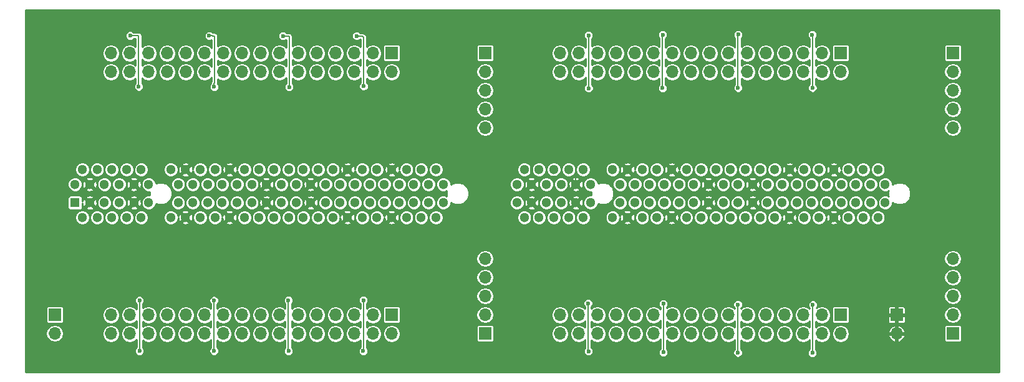
<source format=gbl>
G04 #@! TF.FileFunction,Copper,L2,Bot,Signal*
%FSLAX46Y46*%
G04 Gerber Fmt 4.6, Leading zero omitted, Abs format (unit mm)*
G04 Created by KiCad (PCBNEW 4.0.4-stable) date 02/07/18 19:09:10*
%MOMM*%
%LPD*%
G01*
G04 APERTURE LIST*
%ADD10C,0.100000*%
%ADD11R,1.700000X1.700000*%
%ADD12O,1.700000X1.700000*%
%ADD13C,1.300000*%
%ADD14R,1.300000X1.300000*%
%ADD15C,0.600000*%
%ADD16C,0.177800*%
%ADD17C,0.254000*%
G04 APERTURE END LIST*
D10*
D11*
X180340000Y-86360000D03*
D12*
X180340000Y-83820000D03*
X180340000Y-81280000D03*
X180340000Y-78740000D03*
X180340000Y-76200000D03*
D11*
X116840000Y-86360000D03*
D12*
X116840000Y-83820000D03*
X116840000Y-81280000D03*
X116840000Y-78740000D03*
X116840000Y-76200000D03*
D11*
X58420000Y-83820000D03*
D12*
X58420000Y-86360000D03*
D11*
X172720000Y-83820000D03*
D12*
X172720000Y-86360000D03*
D11*
X180340000Y-48260000D03*
D12*
X180340000Y-50800000D03*
X180340000Y-53340000D03*
X180340000Y-55880000D03*
X180340000Y-58420000D03*
D11*
X116840000Y-48260000D03*
D12*
X116840000Y-50800000D03*
X116840000Y-53340000D03*
X116840000Y-55880000D03*
X116840000Y-58420000D03*
D13*
X74160000Y-64080000D03*
X76160000Y-64080000D03*
X78160000Y-64080000D03*
X80160000Y-64080000D03*
X82160000Y-64080000D03*
X84160000Y-64080000D03*
X86160000Y-64080000D03*
X88160000Y-64080000D03*
X90160000Y-64080000D03*
X92160000Y-64080000D03*
X94160000Y-64080000D03*
X96160000Y-64080000D03*
X98160000Y-64080000D03*
X100160000Y-64080000D03*
X102160000Y-64080000D03*
X104160000Y-64080000D03*
X106160000Y-64080000D03*
X108160000Y-64080000D03*
X110160000Y-64080000D03*
X81160000Y-66080000D03*
X75160000Y-66080000D03*
X77160000Y-66080000D03*
X79160000Y-66080000D03*
X83160000Y-66080000D03*
X91160000Y-66080000D03*
X85160000Y-66080000D03*
X87160000Y-66080000D03*
X89160000Y-66080000D03*
X93160000Y-66080000D03*
X101160000Y-66080000D03*
X95160000Y-66080000D03*
X97160000Y-66080000D03*
X99160000Y-66080000D03*
X103160000Y-66080000D03*
X109160000Y-66080000D03*
X105160000Y-66080000D03*
X107160000Y-66080000D03*
X111160000Y-66080000D03*
X77160000Y-68580000D03*
X75160000Y-68580000D03*
X87160000Y-68580000D03*
X85160000Y-68580000D03*
X97160000Y-68580000D03*
X95160000Y-68580000D03*
X111160000Y-68580000D03*
X105160000Y-68580000D03*
X107160000Y-68580000D03*
X109160000Y-68580000D03*
X83160000Y-68580000D03*
X79160000Y-68580000D03*
X81160000Y-68580000D03*
X93160000Y-68580000D03*
X89160000Y-68580000D03*
X91160000Y-68580000D03*
X103160000Y-68580000D03*
X99160000Y-68580000D03*
X101160000Y-68580000D03*
X86160000Y-70580000D03*
X88160000Y-70580000D03*
X80160000Y-70580000D03*
X82160000Y-70580000D03*
X84160000Y-70580000D03*
X94160000Y-70580000D03*
X90160000Y-70580000D03*
X92160000Y-70580000D03*
X78160000Y-70580000D03*
X76160000Y-70580000D03*
X74160000Y-70580000D03*
X96160000Y-70580000D03*
X98160000Y-70580000D03*
X108160000Y-70580000D03*
X106160000Y-70580000D03*
X104160000Y-70580000D03*
X100160000Y-70580000D03*
X102160000Y-70580000D03*
X110160000Y-70580000D03*
X71160000Y-66080000D03*
X71160000Y-68580000D03*
X70160000Y-64080000D03*
X70160000Y-70580000D03*
X68160000Y-64080000D03*
X66160000Y-64080000D03*
X64160000Y-64080000D03*
X62160000Y-64080000D03*
X69160000Y-66080000D03*
X67160000Y-66080000D03*
X65160000Y-66080000D03*
X63160000Y-66080000D03*
X69160000Y-68580000D03*
X67160000Y-68580000D03*
X65160000Y-68580000D03*
X63160000Y-68580000D03*
X68160000Y-70580000D03*
X66160000Y-70580000D03*
X64160000Y-70580000D03*
X62160000Y-70580000D03*
X61160000Y-66080000D03*
D14*
X61160000Y-68580000D03*
D13*
X139160000Y-66080000D03*
X140160000Y-64080000D03*
X142160000Y-64080000D03*
X141160000Y-66080000D03*
X143160000Y-66080000D03*
X139160000Y-68580000D03*
X141160000Y-68580000D03*
X140160000Y-70580000D03*
X142160000Y-70580000D03*
X144160000Y-70580000D03*
X143160000Y-68580000D03*
X144160000Y-64080000D03*
X145160000Y-66080000D03*
X147160000Y-66080000D03*
X147160000Y-68580000D03*
X145160000Y-68580000D03*
X150160000Y-70580000D03*
X149160000Y-68580000D03*
X151160000Y-68580000D03*
X146160000Y-70580000D03*
X148160000Y-70580000D03*
X152160000Y-70580000D03*
X146160000Y-64080000D03*
X148160000Y-64080000D03*
X150160000Y-64080000D03*
X151160000Y-66080000D03*
X152160000Y-64080000D03*
X149160000Y-66080000D03*
X158160000Y-64080000D03*
X156160000Y-64080000D03*
X153160000Y-66080000D03*
X154160000Y-64080000D03*
X155160000Y-66080000D03*
X157160000Y-66080000D03*
X165160000Y-66080000D03*
X164160000Y-64080000D03*
X166160000Y-64080000D03*
X163160000Y-66080000D03*
X167160000Y-66080000D03*
X160160000Y-64080000D03*
X162160000Y-64080000D03*
X161160000Y-66080000D03*
X159160000Y-66080000D03*
X168160000Y-64080000D03*
X170160000Y-64080000D03*
X169160000Y-66080000D03*
X171160000Y-66080000D03*
X171160000Y-68580000D03*
X168160000Y-70580000D03*
X169160000Y-68580000D03*
X170160000Y-70580000D03*
X157160000Y-68580000D03*
X155160000Y-68580000D03*
X159160000Y-68580000D03*
X154160000Y-70580000D03*
X156160000Y-70580000D03*
X158160000Y-70580000D03*
X153160000Y-68580000D03*
X160160000Y-70580000D03*
X163160000Y-68580000D03*
X165160000Y-68580000D03*
X167160000Y-68580000D03*
X161160000Y-68580000D03*
X164160000Y-70580000D03*
X166160000Y-70580000D03*
X162160000Y-70580000D03*
X135160000Y-66080000D03*
X134160000Y-64080000D03*
X136160000Y-64080000D03*
X138160000Y-64080000D03*
X137160000Y-66080000D03*
X136160000Y-70580000D03*
X137160000Y-68580000D03*
X135160000Y-68580000D03*
X138160000Y-70580000D03*
X134160000Y-70580000D03*
X131160000Y-68580000D03*
X130160000Y-70580000D03*
X129160000Y-68580000D03*
X127160000Y-68580000D03*
X128160000Y-70580000D03*
X126160000Y-70580000D03*
X130160000Y-64080000D03*
X128160000Y-64080000D03*
X129160000Y-66080000D03*
X131160000Y-66080000D03*
X127160000Y-66080000D03*
X122160000Y-70580000D03*
X125160000Y-68580000D03*
X123160000Y-68580000D03*
X124160000Y-70580000D03*
X121160000Y-68580000D03*
X126160000Y-64080000D03*
X124160000Y-64080000D03*
X122160000Y-64080000D03*
X125160000Y-66080000D03*
X123160000Y-66080000D03*
X121160000Y-66080000D03*
D11*
X165100000Y-83820000D03*
D12*
X165100000Y-86360000D03*
X162560000Y-83820000D03*
X162560000Y-86360000D03*
X160020000Y-83820000D03*
X160020000Y-86360000D03*
X157480000Y-83820000D03*
X157480000Y-86360000D03*
X154940000Y-83820000D03*
X154940000Y-86360000D03*
X152400000Y-83820000D03*
X152400000Y-86360000D03*
X149860000Y-83820000D03*
X149860000Y-86360000D03*
X147320000Y-83820000D03*
X147320000Y-86360000D03*
X144780000Y-83820000D03*
X144780000Y-86360000D03*
X142240000Y-83820000D03*
X142240000Y-86360000D03*
X139700000Y-83820000D03*
X139700000Y-86360000D03*
X137160000Y-83820000D03*
X137160000Y-86360000D03*
X134620000Y-83820000D03*
X134620000Y-86360000D03*
X132080000Y-83820000D03*
X132080000Y-86360000D03*
X129540000Y-83820000D03*
X129540000Y-86360000D03*
X127000000Y-83820000D03*
X127000000Y-86360000D03*
D11*
X104140000Y-83820000D03*
D12*
X104140000Y-86360000D03*
X101600000Y-83820000D03*
X101600000Y-86360000D03*
X99060000Y-83820000D03*
X99060000Y-86360000D03*
X96520000Y-83820000D03*
X96520000Y-86360000D03*
X93980000Y-83820000D03*
X93980000Y-86360000D03*
X91440000Y-83820000D03*
X91440000Y-86360000D03*
X88900000Y-83820000D03*
X88900000Y-86360000D03*
X86360000Y-83820000D03*
X86360000Y-86360000D03*
X83820000Y-83820000D03*
X83820000Y-86360000D03*
X81280000Y-83820000D03*
X81280000Y-86360000D03*
X78740000Y-83820000D03*
X78740000Y-86360000D03*
X76200000Y-83820000D03*
X76200000Y-86360000D03*
X73660000Y-83820000D03*
X73660000Y-86360000D03*
X71120000Y-83820000D03*
X71120000Y-86360000D03*
X68580000Y-83820000D03*
X68580000Y-86360000D03*
X66040000Y-83820000D03*
X66040000Y-86360000D03*
D11*
X165100000Y-48260000D03*
D12*
X165100000Y-50800000D03*
X162560000Y-48260000D03*
X162560000Y-50800000D03*
X160020000Y-48260000D03*
X160020000Y-50800000D03*
X157480000Y-48260000D03*
X157480000Y-50800000D03*
X154940000Y-48260000D03*
X154940000Y-50800000D03*
X152400000Y-48260000D03*
X152400000Y-50800000D03*
X149860000Y-48260000D03*
X149860000Y-50800000D03*
X147320000Y-48260000D03*
X147320000Y-50800000D03*
X144780000Y-48260000D03*
X144780000Y-50800000D03*
X142240000Y-48260000D03*
X142240000Y-50800000D03*
X139700000Y-48260000D03*
X139700000Y-50800000D03*
X137160000Y-48260000D03*
X137160000Y-50800000D03*
X134620000Y-48260000D03*
X134620000Y-50800000D03*
X132080000Y-48260000D03*
X132080000Y-50800000D03*
X129540000Y-48260000D03*
X129540000Y-50800000D03*
X127000000Y-48260000D03*
X127000000Y-50800000D03*
D11*
X104140000Y-48260000D03*
D12*
X104140000Y-50800000D03*
X101600000Y-48260000D03*
X101600000Y-50800000D03*
X99060000Y-48260000D03*
X99060000Y-50800000D03*
X96520000Y-48260000D03*
X96520000Y-50800000D03*
X93980000Y-48260000D03*
X93980000Y-50800000D03*
X91440000Y-48260000D03*
X91440000Y-50800000D03*
X88900000Y-48260000D03*
X88900000Y-50800000D03*
X86360000Y-48260000D03*
X86360000Y-50800000D03*
X83820000Y-48260000D03*
X83820000Y-50800000D03*
X81280000Y-48260000D03*
X81280000Y-50800000D03*
X78740000Y-48260000D03*
X78740000Y-50800000D03*
X76200000Y-48260000D03*
X76200000Y-50800000D03*
X73660000Y-48260000D03*
X73660000Y-50800000D03*
X71120000Y-48260000D03*
X71120000Y-50800000D03*
X68580000Y-48260000D03*
X68580000Y-50800000D03*
X66040000Y-48260000D03*
X66040000Y-50800000D03*
D15*
X161275000Y-89000000D03*
X161325000Y-82450000D03*
X151150000Y-88950000D03*
X151150000Y-82425000D03*
X141050000Y-88900000D03*
X141050000Y-82300000D03*
X130875000Y-88775000D03*
X130825000Y-82250000D03*
X161250000Y-45750000D03*
X161300000Y-52975000D03*
X151200000Y-45725000D03*
X151175000Y-52975000D03*
X140950000Y-45750000D03*
X140925000Y-53000000D03*
X130875000Y-45825000D03*
X130900000Y-53025000D03*
X100300000Y-88740000D03*
X100320000Y-81820000D03*
X90170000Y-88730000D03*
X90140000Y-81840000D03*
X80030000Y-88710000D03*
X80030000Y-81860000D03*
X69920000Y-88710000D03*
X69920000Y-81860000D03*
X99410000Y-45930000D03*
X89400000Y-45910000D03*
X79370000Y-45890000D03*
X68660000Y-45870000D03*
X100350000Y-52760000D03*
X90240000Y-52860000D03*
X80040000Y-52840000D03*
X69820000Y-52800000D03*
D16*
X120350000Y-67375000D02*
X121955000Y-67375000D01*
X121955000Y-67375000D02*
X123160000Y-68580000D01*
X119825000Y-66850000D02*
X120350000Y-67375000D01*
X119825000Y-66151718D02*
X119825000Y-66850000D01*
X119850000Y-65475000D02*
X119850000Y-66126718D01*
X119850000Y-66126718D02*
X119825000Y-66151718D01*
X120700000Y-64625000D02*
X119850000Y-65475000D01*
X120900000Y-64625000D02*
X120700000Y-64625000D01*
X121325000Y-65050000D02*
X120900000Y-64625000D01*
X122878402Y-65050000D02*
X121325000Y-65050000D01*
X123076701Y-64851701D02*
X122878402Y-65050000D01*
X123775000Y-62925000D02*
X123076701Y-63623299D01*
X123076701Y-63623299D02*
X123076701Y-64851701D01*
X124575000Y-62925000D02*
X123775000Y-62925000D01*
X125150000Y-63500000D02*
X124575000Y-62925000D01*
X125150000Y-64426718D02*
X125150000Y-63500000D01*
X126596718Y-65000000D02*
X125723282Y-65000000D01*
X125723282Y-65000000D02*
X125150000Y-64426718D01*
X127175000Y-63708282D02*
X127175000Y-64421718D01*
X127175000Y-64421718D02*
X126596718Y-65000000D01*
X129045000Y-62425000D02*
X128458282Y-62425000D01*
X128458282Y-62425000D02*
X127175000Y-63708282D01*
X129160000Y-62540000D02*
X129045000Y-62425000D01*
X129160000Y-66080000D02*
X129160000Y-62540000D01*
X123160000Y-66080000D02*
X122243299Y-65163299D01*
X122243299Y-65163299D02*
X128243299Y-65163299D01*
X128243299Y-65163299D02*
X129160000Y-66080000D01*
X161325000Y-82450000D02*
X161325000Y-88950000D01*
X161325000Y-88950000D02*
X161275000Y-89000000D01*
X151150000Y-82425000D02*
X151150000Y-88950000D01*
X141050000Y-82300000D02*
X141050000Y-88900000D01*
X130825000Y-82250000D02*
X130825000Y-88725000D01*
X130825000Y-88725000D02*
X130875000Y-88775000D01*
X161300000Y-52975000D02*
X161300000Y-45800000D01*
X161300000Y-45800000D02*
X161250000Y-45750000D01*
X151175000Y-52975000D02*
X151175000Y-45750000D01*
X151175000Y-45750000D02*
X151200000Y-45725000D01*
X140925000Y-53000000D02*
X140925000Y-45775000D01*
X140925000Y-45775000D02*
X140950000Y-45750000D01*
X130900000Y-53025000D02*
X130900000Y-45850000D01*
X130900000Y-45850000D02*
X130875000Y-45825000D01*
X100320000Y-81820000D02*
X100320000Y-88720000D01*
X100320000Y-88720000D02*
X100300000Y-88740000D01*
X90140000Y-81840000D02*
X90140000Y-88700000D01*
X90140000Y-88700000D02*
X90170000Y-88730000D01*
X80030000Y-81860000D02*
X80030000Y-88710000D01*
X69920000Y-81860000D02*
X69920000Y-88710000D01*
X99410000Y-45930000D02*
X100150000Y-45930000D01*
X100150000Y-45930000D02*
X100350000Y-46130000D01*
X100350000Y-46130000D02*
X100350000Y-52760000D01*
X89400000Y-45910000D02*
X89824264Y-45910000D01*
X89824264Y-45910000D02*
X89864264Y-45950000D01*
X89864264Y-45950000D02*
X90240000Y-45950000D01*
X79370000Y-45890000D02*
X79794264Y-45890000D01*
X79794264Y-45890000D02*
X79814264Y-45910000D01*
X79814264Y-45910000D02*
X80130000Y-45910000D01*
X68660000Y-45870000D02*
X69820000Y-45870000D01*
X69820000Y-45870000D02*
X69820000Y-52800000D01*
X90240000Y-52860000D02*
X90240000Y-45950000D01*
X80130000Y-52325736D02*
X80130000Y-45910000D01*
X80040000Y-52840000D02*
X80040000Y-52415736D01*
X80040000Y-52415736D02*
X80130000Y-52325736D01*
D17*
G36*
X186578000Y-91578000D02*
X54422000Y-91578000D01*
X54422000Y-86360000D01*
X57199549Y-86360000D01*
X57290665Y-86818072D01*
X57550142Y-87206407D01*
X57938477Y-87465884D01*
X58396549Y-87557000D01*
X58443451Y-87557000D01*
X58901523Y-87465884D01*
X59289858Y-87206407D01*
X59549335Y-86818072D01*
X59640451Y-86360000D01*
X59635787Y-86336549D01*
X64843000Y-86336549D01*
X64843000Y-86383451D01*
X64934116Y-86841523D01*
X65193593Y-87229858D01*
X65581928Y-87489335D01*
X66040000Y-87580451D01*
X66498072Y-87489335D01*
X66886407Y-87229858D01*
X67145884Y-86841523D01*
X67237000Y-86383451D01*
X67237000Y-86336549D01*
X67145884Y-85878477D01*
X66886407Y-85490142D01*
X66498072Y-85230665D01*
X66040000Y-85139549D01*
X65581928Y-85230665D01*
X65193593Y-85490142D01*
X64934116Y-85878477D01*
X64843000Y-86336549D01*
X59635787Y-86336549D01*
X59549335Y-85901928D01*
X59289858Y-85513593D01*
X58901523Y-85254116D01*
X58443451Y-85163000D01*
X58396549Y-85163000D01*
X57938477Y-85254116D01*
X57550142Y-85513593D01*
X57290665Y-85901928D01*
X57199549Y-86360000D01*
X54422000Y-86360000D01*
X54422000Y-82970000D01*
X57216202Y-82970000D01*
X57216202Y-84670000D01*
X57240398Y-84798590D01*
X57316395Y-84916693D01*
X57432353Y-84995924D01*
X57570000Y-85023798D01*
X59270000Y-85023798D01*
X59398590Y-84999602D01*
X59516693Y-84923605D01*
X59595924Y-84807647D01*
X59623798Y-84670000D01*
X59623798Y-83796549D01*
X64843000Y-83796549D01*
X64843000Y-83843451D01*
X64934116Y-84301523D01*
X65193593Y-84689858D01*
X65581928Y-84949335D01*
X66040000Y-85040451D01*
X66498072Y-84949335D01*
X66886407Y-84689858D01*
X67145884Y-84301523D01*
X67237000Y-83843451D01*
X67237000Y-83796549D01*
X67383000Y-83796549D01*
X67383000Y-83843451D01*
X67474116Y-84301523D01*
X67733593Y-84689858D01*
X68121928Y-84949335D01*
X68580000Y-85040451D01*
X69038072Y-84949335D01*
X69426407Y-84689858D01*
X69484100Y-84603514D01*
X69484100Y-85576486D01*
X69426407Y-85490142D01*
X69038072Y-85230665D01*
X68580000Y-85139549D01*
X68121928Y-85230665D01*
X67733593Y-85490142D01*
X67474116Y-85878477D01*
X67383000Y-86336549D01*
X67383000Y-86383451D01*
X67474116Y-86841523D01*
X67733593Y-87229858D01*
X68121928Y-87489335D01*
X68580000Y-87580451D01*
X69038072Y-87489335D01*
X69426407Y-87229858D01*
X69484100Y-87143514D01*
X69484100Y-88230942D01*
X69371820Y-88343026D01*
X69273113Y-88580739D01*
X69272888Y-88838132D01*
X69371181Y-89076017D01*
X69553026Y-89258180D01*
X69790739Y-89356887D01*
X70048132Y-89357112D01*
X70286017Y-89258819D01*
X70468180Y-89076974D01*
X70566887Y-88839261D01*
X70567112Y-88581868D01*
X70468819Y-88343983D01*
X70355900Y-88230867D01*
X70355900Y-87284854D01*
X70661928Y-87489335D01*
X71120000Y-87580451D01*
X71578072Y-87489335D01*
X71966407Y-87229858D01*
X72225884Y-86841523D01*
X72317000Y-86383451D01*
X72317000Y-86336549D01*
X72463000Y-86336549D01*
X72463000Y-86383451D01*
X72554116Y-86841523D01*
X72813593Y-87229858D01*
X73201928Y-87489335D01*
X73660000Y-87580451D01*
X74118072Y-87489335D01*
X74506407Y-87229858D01*
X74765884Y-86841523D01*
X74857000Y-86383451D01*
X74857000Y-86336549D01*
X75003000Y-86336549D01*
X75003000Y-86383451D01*
X75094116Y-86841523D01*
X75353593Y-87229858D01*
X75741928Y-87489335D01*
X76200000Y-87580451D01*
X76658072Y-87489335D01*
X77046407Y-87229858D01*
X77305884Y-86841523D01*
X77397000Y-86383451D01*
X77397000Y-86336549D01*
X77305884Y-85878477D01*
X77046407Y-85490142D01*
X76658072Y-85230665D01*
X76200000Y-85139549D01*
X75741928Y-85230665D01*
X75353593Y-85490142D01*
X75094116Y-85878477D01*
X75003000Y-86336549D01*
X74857000Y-86336549D01*
X74765884Y-85878477D01*
X74506407Y-85490142D01*
X74118072Y-85230665D01*
X73660000Y-85139549D01*
X73201928Y-85230665D01*
X72813593Y-85490142D01*
X72554116Y-85878477D01*
X72463000Y-86336549D01*
X72317000Y-86336549D01*
X72225884Y-85878477D01*
X71966407Y-85490142D01*
X71578072Y-85230665D01*
X71120000Y-85139549D01*
X70661928Y-85230665D01*
X70355900Y-85435146D01*
X70355900Y-84744854D01*
X70661928Y-84949335D01*
X71120000Y-85040451D01*
X71578072Y-84949335D01*
X71966407Y-84689858D01*
X72225884Y-84301523D01*
X72317000Y-83843451D01*
X72317000Y-83796549D01*
X72463000Y-83796549D01*
X72463000Y-83843451D01*
X72554116Y-84301523D01*
X72813593Y-84689858D01*
X73201928Y-84949335D01*
X73660000Y-85040451D01*
X74118072Y-84949335D01*
X74506407Y-84689858D01*
X74765884Y-84301523D01*
X74857000Y-83843451D01*
X74857000Y-83796549D01*
X75003000Y-83796549D01*
X75003000Y-83843451D01*
X75094116Y-84301523D01*
X75353593Y-84689858D01*
X75741928Y-84949335D01*
X76200000Y-85040451D01*
X76658072Y-84949335D01*
X77046407Y-84689858D01*
X77305884Y-84301523D01*
X77397000Y-83843451D01*
X77397000Y-83796549D01*
X77543000Y-83796549D01*
X77543000Y-83843451D01*
X77634116Y-84301523D01*
X77893593Y-84689858D01*
X78281928Y-84949335D01*
X78740000Y-85040451D01*
X79198072Y-84949335D01*
X79586407Y-84689858D01*
X79594100Y-84678345D01*
X79594100Y-85501655D01*
X79586407Y-85490142D01*
X79198072Y-85230665D01*
X78740000Y-85139549D01*
X78281928Y-85230665D01*
X77893593Y-85490142D01*
X77634116Y-85878477D01*
X77543000Y-86336549D01*
X77543000Y-86383451D01*
X77634116Y-86841523D01*
X77893593Y-87229858D01*
X78281928Y-87489335D01*
X78740000Y-87580451D01*
X79198072Y-87489335D01*
X79586407Y-87229858D01*
X79594100Y-87218345D01*
X79594100Y-88230942D01*
X79481820Y-88343026D01*
X79383113Y-88580739D01*
X79382888Y-88838132D01*
X79481181Y-89076017D01*
X79663026Y-89258180D01*
X79900739Y-89356887D01*
X80158132Y-89357112D01*
X80396017Y-89258819D01*
X80578180Y-89076974D01*
X80676887Y-88839261D01*
X80677112Y-88581868D01*
X80578819Y-88343983D01*
X80465900Y-88230867D01*
X80465900Y-87251445D01*
X80821928Y-87489335D01*
X81280000Y-87580451D01*
X81738072Y-87489335D01*
X82126407Y-87229858D01*
X82385884Y-86841523D01*
X82477000Y-86383451D01*
X82477000Y-86336549D01*
X82623000Y-86336549D01*
X82623000Y-86383451D01*
X82714116Y-86841523D01*
X82973593Y-87229858D01*
X83361928Y-87489335D01*
X83820000Y-87580451D01*
X84278072Y-87489335D01*
X84666407Y-87229858D01*
X84925884Y-86841523D01*
X85017000Y-86383451D01*
X85017000Y-86336549D01*
X85163000Y-86336549D01*
X85163000Y-86383451D01*
X85254116Y-86841523D01*
X85513593Y-87229858D01*
X85901928Y-87489335D01*
X86360000Y-87580451D01*
X86818072Y-87489335D01*
X87206407Y-87229858D01*
X87465884Y-86841523D01*
X87557000Y-86383451D01*
X87557000Y-86336549D01*
X87465884Y-85878477D01*
X87206407Y-85490142D01*
X86818072Y-85230665D01*
X86360000Y-85139549D01*
X85901928Y-85230665D01*
X85513593Y-85490142D01*
X85254116Y-85878477D01*
X85163000Y-86336549D01*
X85017000Y-86336549D01*
X84925884Y-85878477D01*
X84666407Y-85490142D01*
X84278072Y-85230665D01*
X83820000Y-85139549D01*
X83361928Y-85230665D01*
X82973593Y-85490142D01*
X82714116Y-85878477D01*
X82623000Y-86336549D01*
X82477000Y-86336549D01*
X82385884Y-85878477D01*
X82126407Y-85490142D01*
X81738072Y-85230665D01*
X81280000Y-85139549D01*
X80821928Y-85230665D01*
X80465900Y-85468555D01*
X80465900Y-84711445D01*
X80821928Y-84949335D01*
X81280000Y-85040451D01*
X81738072Y-84949335D01*
X82126407Y-84689858D01*
X82385884Y-84301523D01*
X82477000Y-83843451D01*
X82477000Y-83796549D01*
X82623000Y-83796549D01*
X82623000Y-83843451D01*
X82714116Y-84301523D01*
X82973593Y-84689858D01*
X83361928Y-84949335D01*
X83820000Y-85040451D01*
X84278072Y-84949335D01*
X84666407Y-84689858D01*
X84925884Y-84301523D01*
X85017000Y-83843451D01*
X85017000Y-83796549D01*
X85163000Y-83796549D01*
X85163000Y-83843451D01*
X85254116Y-84301523D01*
X85513593Y-84689858D01*
X85901928Y-84949335D01*
X86360000Y-85040451D01*
X86818072Y-84949335D01*
X87206407Y-84689858D01*
X87465884Y-84301523D01*
X87557000Y-83843451D01*
X87557000Y-83796549D01*
X87703000Y-83796549D01*
X87703000Y-83843451D01*
X87794116Y-84301523D01*
X88053593Y-84689858D01*
X88441928Y-84949335D01*
X88900000Y-85040451D01*
X89358072Y-84949335D01*
X89704100Y-84718127D01*
X89704100Y-85461873D01*
X89358072Y-85230665D01*
X88900000Y-85139549D01*
X88441928Y-85230665D01*
X88053593Y-85490142D01*
X87794116Y-85878477D01*
X87703000Y-86336549D01*
X87703000Y-86383451D01*
X87794116Y-86841523D01*
X88053593Y-87229858D01*
X88441928Y-87489335D01*
X88900000Y-87580451D01*
X89358072Y-87489335D01*
X89704100Y-87258127D01*
X89704100Y-88280890D01*
X89621820Y-88363026D01*
X89523113Y-88600739D01*
X89522888Y-88858132D01*
X89621181Y-89096017D01*
X89803026Y-89278180D01*
X90040739Y-89376887D01*
X90298132Y-89377112D01*
X90536017Y-89278819D01*
X90718180Y-89096974D01*
X90816887Y-88859261D01*
X90817112Y-88601868D01*
X90718819Y-88363983D01*
X90575900Y-88220814D01*
X90575900Y-87203379D01*
X90593593Y-87229858D01*
X90981928Y-87489335D01*
X91440000Y-87580451D01*
X91898072Y-87489335D01*
X92286407Y-87229858D01*
X92545884Y-86841523D01*
X92637000Y-86383451D01*
X92637000Y-86336549D01*
X92783000Y-86336549D01*
X92783000Y-86383451D01*
X92874116Y-86841523D01*
X93133593Y-87229858D01*
X93521928Y-87489335D01*
X93980000Y-87580451D01*
X94438072Y-87489335D01*
X94826407Y-87229858D01*
X95085884Y-86841523D01*
X95177000Y-86383451D01*
X95177000Y-86336549D01*
X95323000Y-86336549D01*
X95323000Y-86383451D01*
X95414116Y-86841523D01*
X95673593Y-87229858D01*
X96061928Y-87489335D01*
X96520000Y-87580451D01*
X96978072Y-87489335D01*
X97366407Y-87229858D01*
X97625884Y-86841523D01*
X97717000Y-86383451D01*
X97717000Y-86336549D01*
X97625884Y-85878477D01*
X97366407Y-85490142D01*
X96978072Y-85230665D01*
X96520000Y-85139549D01*
X96061928Y-85230665D01*
X95673593Y-85490142D01*
X95414116Y-85878477D01*
X95323000Y-86336549D01*
X95177000Y-86336549D01*
X95085884Y-85878477D01*
X94826407Y-85490142D01*
X94438072Y-85230665D01*
X93980000Y-85139549D01*
X93521928Y-85230665D01*
X93133593Y-85490142D01*
X92874116Y-85878477D01*
X92783000Y-86336549D01*
X92637000Y-86336549D01*
X92545884Y-85878477D01*
X92286407Y-85490142D01*
X91898072Y-85230665D01*
X91440000Y-85139549D01*
X90981928Y-85230665D01*
X90593593Y-85490142D01*
X90575900Y-85516621D01*
X90575900Y-84663379D01*
X90593593Y-84689858D01*
X90981928Y-84949335D01*
X91440000Y-85040451D01*
X91898072Y-84949335D01*
X92286407Y-84689858D01*
X92545884Y-84301523D01*
X92637000Y-83843451D01*
X92637000Y-83796549D01*
X92783000Y-83796549D01*
X92783000Y-83843451D01*
X92874116Y-84301523D01*
X93133593Y-84689858D01*
X93521928Y-84949335D01*
X93980000Y-85040451D01*
X94438072Y-84949335D01*
X94826407Y-84689858D01*
X95085884Y-84301523D01*
X95177000Y-83843451D01*
X95177000Y-83796549D01*
X95323000Y-83796549D01*
X95323000Y-83843451D01*
X95414116Y-84301523D01*
X95673593Y-84689858D01*
X96061928Y-84949335D01*
X96520000Y-85040451D01*
X96978072Y-84949335D01*
X97366407Y-84689858D01*
X97625884Y-84301523D01*
X97717000Y-83843451D01*
X97717000Y-83796549D01*
X97863000Y-83796549D01*
X97863000Y-83843451D01*
X97954116Y-84301523D01*
X98213593Y-84689858D01*
X98601928Y-84949335D01*
X99060000Y-85040451D01*
X99518072Y-84949335D01*
X99884100Y-84704763D01*
X99884100Y-85475237D01*
X99518072Y-85230665D01*
X99060000Y-85139549D01*
X98601928Y-85230665D01*
X98213593Y-85490142D01*
X97954116Y-85878477D01*
X97863000Y-86336549D01*
X97863000Y-86383451D01*
X97954116Y-86841523D01*
X98213593Y-87229858D01*
X98601928Y-87489335D01*
X99060000Y-87580451D01*
X99518072Y-87489335D01*
X99884100Y-87244763D01*
X99884100Y-88240977D01*
X99751820Y-88373026D01*
X99653113Y-88610739D01*
X99652888Y-88868132D01*
X99751181Y-89106017D01*
X99933026Y-89288180D01*
X100170739Y-89386887D01*
X100428132Y-89387112D01*
X100666017Y-89288819D01*
X100848180Y-89106974D01*
X100946887Y-88869261D01*
X100947112Y-88611868D01*
X100848819Y-88373983D01*
X100755900Y-88280902D01*
X100755900Y-87231399D01*
X101141928Y-87489335D01*
X101600000Y-87580451D01*
X102058072Y-87489335D01*
X102446407Y-87229858D01*
X102705884Y-86841523D01*
X102797000Y-86383451D01*
X102797000Y-86336549D01*
X102943000Y-86336549D01*
X102943000Y-86383451D01*
X103034116Y-86841523D01*
X103293593Y-87229858D01*
X103681928Y-87489335D01*
X104140000Y-87580451D01*
X104598072Y-87489335D01*
X104986407Y-87229858D01*
X105245884Y-86841523D01*
X105337000Y-86383451D01*
X105337000Y-86336549D01*
X105245884Y-85878477D01*
X104999676Y-85510000D01*
X115636202Y-85510000D01*
X115636202Y-87210000D01*
X115660398Y-87338590D01*
X115736395Y-87456693D01*
X115852353Y-87535924D01*
X115990000Y-87563798D01*
X117690000Y-87563798D01*
X117818590Y-87539602D01*
X117936693Y-87463605D01*
X118015924Y-87347647D01*
X118043798Y-87210000D01*
X118043798Y-86336549D01*
X125803000Y-86336549D01*
X125803000Y-86383451D01*
X125894116Y-86841523D01*
X126153593Y-87229858D01*
X126541928Y-87489335D01*
X127000000Y-87580451D01*
X127458072Y-87489335D01*
X127846407Y-87229858D01*
X128105884Y-86841523D01*
X128197000Y-86383451D01*
X128197000Y-86336549D01*
X128105884Y-85878477D01*
X127846407Y-85490142D01*
X127458072Y-85230665D01*
X127000000Y-85139549D01*
X126541928Y-85230665D01*
X126153593Y-85490142D01*
X125894116Y-85878477D01*
X125803000Y-86336549D01*
X118043798Y-86336549D01*
X118043798Y-85510000D01*
X118019602Y-85381410D01*
X117943605Y-85263307D01*
X117827647Y-85184076D01*
X117690000Y-85156202D01*
X115990000Y-85156202D01*
X115861410Y-85180398D01*
X115743307Y-85256395D01*
X115664076Y-85372353D01*
X115636202Y-85510000D01*
X104999676Y-85510000D01*
X104986407Y-85490142D01*
X104598072Y-85230665D01*
X104140000Y-85139549D01*
X103681928Y-85230665D01*
X103293593Y-85490142D01*
X103034116Y-85878477D01*
X102943000Y-86336549D01*
X102797000Y-86336549D01*
X102705884Y-85878477D01*
X102446407Y-85490142D01*
X102058072Y-85230665D01*
X101600000Y-85139549D01*
X101141928Y-85230665D01*
X100755900Y-85488601D01*
X100755900Y-84691399D01*
X101141928Y-84949335D01*
X101600000Y-85040451D01*
X102058072Y-84949335D01*
X102446407Y-84689858D01*
X102705884Y-84301523D01*
X102797000Y-83843451D01*
X102797000Y-83796549D01*
X102705884Y-83338477D01*
X102459676Y-82970000D01*
X102936202Y-82970000D01*
X102936202Y-84670000D01*
X102960398Y-84798590D01*
X103036395Y-84916693D01*
X103152353Y-84995924D01*
X103290000Y-85023798D01*
X104990000Y-85023798D01*
X105118590Y-84999602D01*
X105236693Y-84923605D01*
X105315924Y-84807647D01*
X105343798Y-84670000D01*
X105343798Y-83820000D01*
X115619549Y-83820000D01*
X115710665Y-84278072D01*
X115970142Y-84666407D01*
X116358477Y-84925884D01*
X116816549Y-85017000D01*
X116863451Y-85017000D01*
X117321523Y-84925884D01*
X117709858Y-84666407D01*
X117969335Y-84278072D01*
X118060451Y-83820000D01*
X118055787Y-83796549D01*
X125803000Y-83796549D01*
X125803000Y-83843451D01*
X125894116Y-84301523D01*
X126153593Y-84689858D01*
X126541928Y-84949335D01*
X127000000Y-85040451D01*
X127458072Y-84949335D01*
X127846407Y-84689858D01*
X128105884Y-84301523D01*
X128197000Y-83843451D01*
X128197000Y-83796549D01*
X128343000Y-83796549D01*
X128343000Y-83843451D01*
X128434116Y-84301523D01*
X128693593Y-84689858D01*
X129081928Y-84949335D01*
X129540000Y-85040451D01*
X129998072Y-84949335D01*
X130386407Y-84689858D01*
X130389100Y-84685828D01*
X130389100Y-85494172D01*
X130386407Y-85490142D01*
X129998072Y-85230665D01*
X129540000Y-85139549D01*
X129081928Y-85230665D01*
X128693593Y-85490142D01*
X128434116Y-85878477D01*
X128343000Y-86336549D01*
X128343000Y-86383451D01*
X128434116Y-86841523D01*
X128693593Y-87229858D01*
X129081928Y-87489335D01*
X129540000Y-87580451D01*
X129998072Y-87489335D01*
X130386407Y-87229858D01*
X130389100Y-87225828D01*
X130389100Y-88345855D01*
X130326820Y-88408026D01*
X130228113Y-88645739D01*
X130227888Y-88903132D01*
X130326181Y-89141017D01*
X130508026Y-89323180D01*
X130745739Y-89421887D01*
X131003132Y-89422112D01*
X131241017Y-89323819D01*
X131423180Y-89141974D01*
X131521887Y-88904261D01*
X131522112Y-88646868D01*
X131423819Y-88408983D01*
X131260900Y-88245779D01*
X131260900Y-87248104D01*
X131621928Y-87489335D01*
X132080000Y-87580451D01*
X132538072Y-87489335D01*
X132926407Y-87229858D01*
X133185884Y-86841523D01*
X133277000Y-86383451D01*
X133277000Y-86336549D01*
X133423000Y-86336549D01*
X133423000Y-86383451D01*
X133514116Y-86841523D01*
X133773593Y-87229858D01*
X134161928Y-87489335D01*
X134620000Y-87580451D01*
X135078072Y-87489335D01*
X135466407Y-87229858D01*
X135725884Y-86841523D01*
X135817000Y-86383451D01*
X135817000Y-86336549D01*
X135963000Y-86336549D01*
X135963000Y-86383451D01*
X136054116Y-86841523D01*
X136313593Y-87229858D01*
X136701928Y-87489335D01*
X137160000Y-87580451D01*
X137618072Y-87489335D01*
X138006407Y-87229858D01*
X138265884Y-86841523D01*
X138357000Y-86383451D01*
X138357000Y-86336549D01*
X138265884Y-85878477D01*
X138006407Y-85490142D01*
X137618072Y-85230665D01*
X137160000Y-85139549D01*
X136701928Y-85230665D01*
X136313593Y-85490142D01*
X136054116Y-85878477D01*
X135963000Y-86336549D01*
X135817000Y-86336549D01*
X135725884Y-85878477D01*
X135466407Y-85490142D01*
X135078072Y-85230665D01*
X134620000Y-85139549D01*
X134161928Y-85230665D01*
X133773593Y-85490142D01*
X133514116Y-85878477D01*
X133423000Y-86336549D01*
X133277000Y-86336549D01*
X133185884Y-85878477D01*
X132926407Y-85490142D01*
X132538072Y-85230665D01*
X132080000Y-85139549D01*
X131621928Y-85230665D01*
X131260900Y-85471896D01*
X131260900Y-84708104D01*
X131621928Y-84949335D01*
X132080000Y-85040451D01*
X132538072Y-84949335D01*
X132926407Y-84689858D01*
X133185884Y-84301523D01*
X133277000Y-83843451D01*
X133277000Y-83796549D01*
X133423000Y-83796549D01*
X133423000Y-83843451D01*
X133514116Y-84301523D01*
X133773593Y-84689858D01*
X134161928Y-84949335D01*
X134620000Y-85040451D01*
X135078072Y-84949335D01*
X135466407Y-84689858D01*
X135725884Y-84301523D01*
X135817000Y-83843451D01*
X135817000Y-83796549D01*
X135963000Y-83796549D01*
X135963000Y-83843451D01*
X136054116Y-84301523D01*
X136313593Y-84689858D01*
X136701928Y-84949335D01*
X137160000Y-85040451D01*
X137618072Y-84949335D01*
X138006407Y-84689858D01*
X138265884Y-84301523D01*
X138357000Y-83843451D01*
X138357000Y-83796549D01*
X138503000Y-83796549D01*
X138503000Y-83843451D01*
X138594116Y-84301523D01*
X138853593Y-84689858D01*
X139241928Y-84949335D01*
X139700000Y-85040451D01*
X140158072Y-84949335D01*
X140546407Y-84689858D01*
X140614100Y-84588548D01*
X140614100Y-85591452D01*
X140546407Y-85490142D01*
X140158072Y-85230665D01*
X139700000Y-85139549D01*
X139241928Y-85230665D01*
X138853593Y-85490142D01*
X138594116Y-85878477D01*
X138503000Y-86336549D01*
X138503000Y-86383451D01*
X138594116Y-86841523D01*
X138853593Y-87229858D01*
X139241928Y-87489335D01*
X139700000Y-87580451D01*
X140158072Y-87489335D01*
X140546407Y-87229858D01*
X140614100Y-87128548D01*
X140614100Y-88420942D01*
X140501820Y-88533026D01*
X140403113Y-88770739D01*
X140402888Y-89028132D01*
X140501181Y-89266017D01*
X140683026Y-89448180D01*
X140920739Y-89546887D01*
X141178132Y-89547112D01*
X141416017Y-89448819D01*
X141598180Y-89266974D01*
X141696887Y-89029261D01*
X141697112Y-88771868D01*
X141598819Y-88533983D01*
X141485900Y-88420867D01*
X141485900Y-87291536D01*
X141781928Y-87489335D01*
X142240000Y-87580451D01*
X142698072Y-87489335D01*
X143086407Y-87229858D01*
X143345884Y-86841523D01*
X143437000Y-86383451D01*
X143437000Y-86336549D01*
X143583000Y-86336549D01*
X143583000Y-86383451D01*
X143674116Y-86841523D01*
X143933593Y-87229858D01*
X144321928Y-87489335D01*
X144780000Y-87580451D01*
X145238072Y-87489335D01*
X145626407Y-87229858D01*
X145885884Y-86841523D01*
X145977000Y-86383451D01*
X145977000Y-86336549D01*
X146123000Y-86336549D01*
X146123000Y-86383451D01*
X146214116Y-86841523D01*
X146473593Y-87229858D01*
X146861928Y-87489335D01*
X147320000Y-87580451D01*
X147778072Y-87489335D01*
X148166407Y-87229858D01*
X148425884Y-86841523D01*
X148517000Y-86383451D01*
X148517000Y-86336549D01*
X148425884Y-85878477D01*
X148166407Y-85490142D01*
X147778072Y-85230665D01*
X147320000Y-85139549D01*
X146861928Y-85230665D01*
X146473593Y-85490142D01*
X146214116Y-85878477D01*
X146123000Y-86336549D01*
X145977000Y-86336549D01*
X145885884Y-85878477D01*
X145626407Y-85490142D01*
X145238072Y-85230665D01*
X144780000Y-85139549D01*
X144321928Y-85230665D01*
X143933593Y-85490142D01*
X143674116Y-85878477D01*
X143583000Y-86336549D01*
X143437000Y-86336549D01*
X143345884Y-85878477D01*
X143086407Y-85490142D01*
X142698072Y-85230665D01*
X142240000Y-85139549D01*
X141781928Y-85230665D01*
X141485900Y-85428464D01*
X141485900Y-84751536D01*
X141781928Y-84949335D01*
X142240000Y-85040451D01*
X142698072Y-84949335D01*
X143086407Y-84689858D01*
X143345884Y-84301523D01*
X143437000Y-83843451D01*
X143437000Y-83796549D01*
X143583000Y-83796549D01*
X143583000Y-83843451D01*
X143674116Y-84301523D01*
X143933593Y-84689858D01*
X144321928Y-84949335D01*
X144780000Y-85040451D01*
X145238072Y-84949335D01*
X145626407Y-84689858D01*
X145885884Y-84301523D01*
X145977000Y-83843451D01*
X145977000Y-83796549D01*
X146123000Y-83796549D01*
X146123000Y-83843451D01*
X146214116Y-84301523D01*
X146473593Y-84689858D01*
X146861928Y-84949335D01*
X147320000Y-85040451D01*
X147778072Y-84949335D01*
X148166407Y-84689858D01*
X148425884Y-84301523D01*
X148517000Y-83843451D01*
X148517000Y-83796549D01*
X148663000Y-83796549D01*
X148663000Y-83843451D01*
X148754116Y-84301523D01*
X149013593Y-84689858D01*
X149401928Y-84949335D01*
X149860000Y-85040451D01*
X150318072Y-84949335D01*
X150706407Y-84689858D01*
X150714100Y-84678345D01*
X150714100Y-85501655D01*
X150706407Y-85490142D01*
X150318072Y-85230665D01*
X149860000Y-85139549D01*
X149401928Y-85230665D01*
X149013593Y-85490142D01*
X148754116Y-85878477D01*
X148663000Y-86336549D01*
X148663000Y-86383451D01*
X148754116Y-86841523D01*
X149013593Y-87229858D01*
X149401928Y-87489335D01*
X149860000Y-87580451D01*
X150318072Y-87489335D01*
X150706407Y-87229858D01*
X150714100Y-87218345D01*
X150714100Y-88470942D01*
X150601820Y-88583026D01*
X150503113Y-88820739D01*
X150502888Y-89078132D01*
X150601181Y-89316017D01*
X150783026Y-89498180D01*
X151020739Y-89596887D01*
X151278132Y-89597112D01*
X151516017Y-89498819D01*
X151698180Y-89316974D01*
X151796887Y-89079261D01*
X151797112Y-88821868D01*
X151698819Y-88583983D01*
X151585900Y-88470867D01*
X151585900Y-87251445D01*
X151941928Y-87489335D01*
X152400000Y-87580451D01*
X152858072Y-87489335D01*
X153246407Y-87229858D01*
X153505884Y-86841523D01*
X153597000Y-86383451D01*
X153597000Y-86336549D01*
X153743000Y-86336549D01*
X153743000Y-86383451D01*
X153834116Y-86841523D01*
X154093593Y-87229858D01*
X154481928Y-87489335D01*
X154940000Y-87580451D01*
X155398072Y-87489335D01*
X155786407Y-87229858D01*
X156045884Y-86841523D01*
X156137000Y-86383451D01*
X156137000Y-86336549D01*
X156283000Y-86336549D01*
X156283000Y-86383451D01*
X156374116Y-86841523D01*
X156633593Y-87229858D01*
X157021928Y-87489335D01*
X157480000Y-87580451D01*
X157938072Y-87489335D01*
X158326407Y-87229858D01*
X158585884Y-86841523D01*
X158677000Y-86383451D01*
X158677000Y-86336549D01*
X158585884Y-85878477D01*
X158326407Y-85490142D01*
X157938072Y-85230665D01*
X157480000Y-85139549D01*
X157021928Y-85230665D01*
X156633593Y-85490142D01*
X156374116Y-85878477D01*
X156283000Y-86336549D01*
X156137000Y-86336549D01*
X156045884Y-85878477D01*
X155786407Y-85490142D01*
X155398072Y-85230665D01*
X154940000Y-85139549D01*
X154481928Y-85230665D01*
X154093593Y-85490142D01*
X153834116Y-85878477D01*
X153743000Y-86336549D01*
X153597000Y-86336549D01*
X153505884Y-85878477D01*
X153246407Y-85490142D01*
X152858072Y-85230665D01*
X152400000Y-85139549D01*
X151941928Y-85230665D01*
X151585900Y-85468555D01*
X151585900Y-84711445D01*
X151941928Y-84949335D01*
X152400000Y-85040451D01*
X152858072Y-84949335D01*
X153246407Y-84689858D01*
X153505884Y-84301523D01*
X153597000Y-83843451D01*
X153597000Y-83796549D01*
X153743000Y-83796549D01*
X153743000Y-83843451D01*
X153834116Y-84301523D01*
X154093593Y-84689858D01*
X154481928Y-84949335D01*
X154940000Y-85040451D01*
X155398072Y-84949335D01*
X155786407Y-84689858D01*
X156045884Y-84301523D01*
X156137000Y-83843451D01*
X156137000Y-83796549D01*
X156283000Y-83796549D01*
X156283000Y-83843451D01*
X156374116Y-84301523D01*
X156633593Y-84689858D01*
X157021928Y-84949335D01*
X157480000Y-85040451D01*
X157938072Y-84949335D01*
X158326407Y-84689858D01*
X158585884Y-84301523D01*
X158677000Y-83843451D01*
X158677000Y-83796549D01*
X158823000Y-83796549D01*
X158823000Y-83843451D01*
X158914116Y-84301523D01*
X159173593Y-84689858D01*
X159561928Y-84949335D01*
X160020000Y-85040451D01*
X160478072Y-84949335D01*
X160866407Y-84689858D01*
X160889100Y-84655896D01*
X160889100Y-85524104D01*
X160866407Y-85490142D01*
X160478072Y-85230665D01*
X160020000Y-85139549D01*
X159561928Y-85230665D01*
X159173593Y-85490142D01*
X158914116Y-85878477D01*
X158823000Y-86336549D01*
X158823000Y-86383451D01*
X158914116Y-86841523D01*
X159173593Y-87229858D01*
X159561928Y-87489335D01*
X160020000Y-87580451D01*
X160478072Y-87489335D01*
X160866407Y-87229858D01*
X160889100Y-87195896D01*
X160889100Y-88471029D01*
X160726820Y-88633026D01*
X160628113Y-88870739D01*
X160627888Y-89128132D01*
X160726181Y-89366017D01*
X160908026Y-89548180D01*
X161145739Y-89646887D01*
X161403132Y-89647112D01*
X161641017Y-89548819D01*
X161823180Y-89366974D01*
X161921887Y-89129261D01*
X161922112Y-88871868D01*
X161823819Y-88633983D01*
X161760900Y-88570954D01*
X161760900Y-87261468D01*
X162101928Y-87489335D01*
X162560000Y-87580451D01*
X163018072Y-87489335D01*
X163406407Y-87229858D01*
X163665884Y-86841523D01*
X163757000Y-86383451D01*
X163757000Y-86336549D01*
X163903000Y-86336549D01*
X163903000Y-86383451D01*
X163994116Y-86841523D01*
X164253593Y-87229858D01*
X164641928Y-87489335D01*
X165100000Y-87580451D01*
X165558072Y-87489335D01*
X165946407Y-87229858D01*
X166205884Y-86841523D01*
X166239677Y-86671632D01*
X171564277Y-86671632D01*
X171682414Y-86956870D01*
X171989808Y-87308503D01*
X172408367Y-87515735D01*
X172593000Y-87463506D01*
X172593000Y-86487000D01*
X172847000Y-86487000D01*
X172847000Y-87463506D01*
X173031633Y-87515735D01*
X173450192Y-87308503D01*
X173757586Y-86956870D01*
X173875723Y-86671632D01*
X173822962Y-86487000D01*
X172847000Y-86487000D01*
X172593000Y-86487000D01*
X171617038Y-86487000D01*
X171564277Y-86671632D01*
X166239677Y-86671632D01*
X166297000Y-86383451D01*
X166297000Y-86336549D01*
X166239678Y-86048368D01*
X171564277Y-86048368D01*
X171617038Y-86233000D01*
X172593000Y-86233000D01*
X172593000Y-85256494D01*
X172847000Y-85256494D01*
X172847000Y-86233000D01*
X173822962Y-86233000D01*
X173875723Y-86048368D01*
X173757586Y-85763130D01*
X173536303Y-85510000D01*
X179136202Y-85510000D01*
X179136202Y-87210000D01*
X179160398Y-87338590D01*
X179236395Y-87456693D01*
X179352353Y-87535924D01*
X179490000Y-87563798D01*
X181190000Y-87563798D01*
X181318590Y-87539602D01*
X181436693Y-87463605D01*
X181515924Y-87347647D01*
X181543798Y-87210000D01*
X181543798Y-85510000D01*
X181519602Y-85381410D01*
X181443605Y-85263307D01*
X181327647Y-85184076D01*
X181190000Y-85156202D01*
X179490000Y-85156202D01*
X179361410Y-85180398D01*
X179243307Y-85256395D01*
X179164076Y-85372353D01*
X179136202Y-85510000D01*
X173536303Y-85510000D01*
X173450192Y-85411497D01*
X173031633Y-85204265D01*
X172847000Y-85256494D01*
X172593000Y-85256494D01*
X172408367Y-85204265D01*
X171989808Y-85411497D01*
X171682414Y-85763130D01*
X171564277Y-86048368D01*
X166239678Y-86048368D01*
X166205884Y-85878477D01*
X165946407Y-85490142D01*
X165558072Y-85230665D01*
X165100000Y-85139549D01*
X164641928Y-85230665D01*
X164253593Y-85490142D01*
X163994116Y-85878477D01*
X163903000Y-86336549D01*
X163757000Y-86336549D01*
X163665884Y-85878477D01*
X163406407Y-85490142D01*
X163018072Y-85230665D01*
X162560000Y-85139549D01*
X162101928Y-85230665D01*
X161760900Y-85458532D01*
X161760900Y-84721468D01*
X162101928Y-84949335D01*
X162560000Y-85040451D01*
X163018072Y-84949335D01*
X163406407Y-84689858D01*
X163665884Y-84301523D01*
X163757000Y-83843451D01*
X163757000Y-83796549D01*
X163665884Y-83338477D01*
X163419676Y-82970000D01*
X163896202Y-82970000D01*
X163896202Y-84670000D01*
X163920398Y-84798590D01*
X163996395Y-84916693D01*
X164112353Y-84995924D01*
X164250000Y-85023798D01*
X165950000Y-85023798D01*
X166078590Y-84999602D01*
X166196693Y-84923605D01*
X166275924Y-84807647D01*
X166303798Y-84670000D01*
X166303798Y-84033750D01*
X171523000Y-84033750D01*
X171523000Y-84739022D01*
X171575827Y-84866559D01*
X171673440Y-84964172D01*
X171800977Y-85017000D01*
X172506250Y-85017000D01*
X172593000Y-84930250D01*
X172593000Y-83947000D01*
X172847000Y-83947000D01*
X172847000Y-84930250D01*
X172933750Y-85017000D01*
X173639023Y-85017000D01*
X173766560Y-84964172D01*
X173864173Y-84866559D01*
X173917000Y-84739022D01*
X173917000Y-84033750D01*
X173830250Y-83947000D01*
X172847000Y-83947000D01*
X172593000Y-83947000D01*
X171609750Y-83947000D01*
X171523000Y-84033750D01*
X166303798Y-84033750D01*
X166303798Y-83820000D01*
X179119549Y-83820000D01*
X179210665Y-84278072D01*
X179470142Y-84666407D01*
X179858477Y-84925884D01*
X180316549Y-85017000D01*
X180363451Y-85017000D01*
X180821523Y-84925884D01*
X181209858Y-84666407D01*
X181469335Y-84278072D01*
X181560451Y-83820000D01*
X181469335Y-83361928D01*
X181209858Y-82973593D01*
X180821523Y-82714116D01*
X180363451Y-82623000D01*
X180316549Y-82623000D01*
X179858477Y-82714116D01*
X179470142Y-82973593D01*
X179210665Y-83361928D01*
X179119549Y-83820000D01*
X166303798Y-83820000D01*
X166303798Y-82970000D01*
X166290811Y-82900978D01*
X171523000Y-82900978D01*
X171523000Y-83606250D01*
X171609750Y-83693000D01*
X172593000Y-83693000D01*
X172593000Y-82709750D01*
X172847000Y-82709750D01*
X172847000Y-83693000D01*
X173830250Y-83693000D01*
X173917000Y-83606250D01*
X173917000Y-82900978D01*
X173864173Y-82773441D01*
X173766560Y-82675828D01*
X173639023Y-82623000D01*
X172933750Y-82623000D01*
X172847000Y-82709750D01*
X172593000Y-82709750D01*
X172506250Y-82623000D01*
X171800977Y-82623000D01*
X171673440Y-82675828D01*
X171575827Y-82773441D01*
X171523000Y-82900978D01*
X166290811Y-82900978D01*
X166279602Y-82841410D01*
X166203605Y-82723307D01*
X166087647Y-82644076D01*
X165950000Y-82616202D01*
X164250000Y-82616202D01*
X164121410Y-82640398D01*
X164003307Y-82716395D01*
X163924076Y-82832353D01*
X163896202Y-82970000D01*
X163419676Y-82970000D01*
X163406407Y-82950142D01*
X163018072Y-82690665D01*
X162560000Y-82599549D01*
X162101928Y-82690665D01*
X161792788Y-82897226D01*
X161873180Y-82816974D01*
X161971887Y-82579261D01*
X161972112Y-82321868D01*
X161873819Y-82083983D01*
X161691974Y-81901820D01*
X161454261Y-81803113D01*
X161196868Y-81802888D01*
X160958983Y-81901181D01*
X160776820Y-82083026D01*
X160678113Y-82320739D01*
X160677888Y-82578132D01*
X160776181Y-82816017D01*
X160889100Y-82929133D01*
X160889100Y-82984104D01*
X160866407Y-82950142D01*
X160478072Y-82690665D01*
X160020000Y-82599549D01*
X159561928Y-82690665D01*
X159173593Y-82950142D01*
X158914116Y-83338477D01*
X158823000Y-83796549D01*
X158677000Y-83796549D01*
X158585884Y-83338477D01*
X158326407Y-82950142D01*
X157938072Y-82690665D01*
X157480000Y-82599549D01*
X157021928Y-82690665D01*
X156633593Y-82950142D01*
X156374116Y-83338477D01*
X156283000Y-83796549D01*
X156137000Y-83796549D01*
X156045884Y-83338477D01*
X155786407Y-82950142D01*
X155398072Y-82690665D01*
X154940000Y-82599549D01*
X154481928Y-82690665D01*
X154093593Y-82950142D01*
X153834116Y-83338477D01*
X153743000Y-83796549D01*
X153597000Y-83796549D01*
X153505884Y-83338477D01*
X153246407Y-82950142D01*
X152858072Y-82690665D01*
X152400000Y-82599549D01*
X151941928Y-82690665D01*
X151585900Y-82928555D01*
X151585900Y-82904058D01*
X151698180Y-82791974D01*
X151796887Y-82554261D01*
X151797112Y-82296868D01*
X151698819Y-82058983D01*
X151516974Y-81876820D01*
X151279261Y-81778113D01*
X151021868Y-81777888D01*
X150783983Y-81876181D01*
X150601820Y-82058026D01*
X150503113Y-82295739D01*
X150502888Y-82553132D01*
X150601181Y-82791017D01*
X150714100Y-82904133D01*
X150714100Y-82961655D01*
X150706407Y-82950142D01*
X150318072Y-82690665D01*
X149860000Y-82599549D01*
X149401928Y-82690665D01*
X149013593Y-82950142D01*
X148754116Y-83338477D01*
X148663000Y-83796549D01*
X148517000Y-83796549D01*
X148425884Y-83338477D01*
X148166407Y-82950142D01*
X147778072Y-82690665D01*
X147320000Y-82599549D01*
X146861928Y-82690665D01*
X146473593Y-82950142D01*
X146214116Y-83338477D01*
X146123000Y-83796549D01*
X145977000Y-83796549D01*
X145885884Y-83338477D01*
X145626407Y-82950142D01*
X145238072Y-82690665D01*
X144780000Y-82599549D01*
X144321928Y-82690665D01*
X143933593Y-82950142D01*
X143674116Y-83338477D01*
X143583000Y-83796549D01*
X143437000Y-83796549D01*
X143345884Y-83338477D01*
X143086407Y-82950142D01*
X142698072Y-82690665D01*
X142240000Y-82599549D01*
X141781928Y-82690665D01*
X141485900Y-82888464D01*
X141485900Y-82779058D01*
X141598180Y-82666974D01*
X141696887Y-82429261D01*
X141697112Y-82171868D01*
X141598819Y-81933983D01*
X141416974Y-81751820D01*
X141179261Y-81653113D01*
X140921868Y-81652888D01*
X140683983Y-81751181D01*
X140501820Y-81933026D01*
X140403113Y-82170739D01*
X140402888Y-82428132D01*
X140501181Y-82666017D01*
X140614100Y-82779133D01*
X140614100Y-83051452D01*
X140546407Y-82950142D01*
X140158072Y-82690665D01*
X139700000Y-82599549D01*
X139241928Y-82690665D01*
X138853593Y-82950142D01*
X138594116Y-83338477D01*
X138503000Y-83796549D01*
X138357000Y-83796549D01*
X138265884Y-83338477D01*
X138006407Y-82950142D01*
X137618072Y-82690665D01*
X137160000Y-82599549D01*
X136701928Y-82690665D01*
X136313593Y-82950142D01*
X136054116Y-83338477D01*
X135963000Y-83796549D01*
X135817000Y-83796549D01*
X135725884Y-83338477D01*
X135466407Y-82950142D01*
X135078072Y-82690665D01*
X134620000Y-82599549D01*
X134161928Y-82690665D01*
X133773593Y-82950142D01*
X133514116Y-83338477D01*
X133423000Y-83796549D01*
X133277000Y-83796549D01*
X133185884Y-83338477D01*
X132926407Y-82950142D01*
X132538072Y-82690665D01*
X132080000Y-82599549D01*
X131621928Y-82690665D01*
X131260900Y-82931896D01*
X131260900Y-82729058D01*
X131373180Y-82616974D01*
X131471887Y-82379261D01*
X131472112Y-82121868D01*
X131373819Y-81883983D01*
X131191974Y-81701820D01*
X130954261Y-81603113D01*
X130696868Y-81602888D01*
X130458983Y-81701181D01*
X130276820Y-81883026D01*
X130178113Y-82120739D01*
X130177888Y-82378132D01*
X130276181Y-82616017D01*
X130389100Y-82729133D01*
X130389100Y-82954172D01*
X130386407Y-82950142D01*
X129998072Y-82690665D01*
X129540000Y-82599549D01*
X129081928Y-82690665D01*
X128693593Y-82950142D01*
X128434116Y-83338477D01*
X128343000Y-83796549D01*
X128197000Y-83796549D01*
X128105884Y-83338477D01*
X127846407Y-82950142D01*
X127458072Y-82690665D01*
X127000000Y-82599549D01*
X126541928Y-82690665D01*
X126153593Y-82950142D01*
X125894116Y-83338477D01*
X125803000Y-83796549D01*
X118055787Y-83796549D01*
X117969335Y-83361928D01*
X117709858Y-82973593D01*
X117321523Y-82714116D01*
X116863451Y-82623000D01*
X116816549Y-82623000D01*
X116358477Y-82714116D01*
X115970142Y-82973593D01*
X115710665Y-83361928D01*
X115619549Y-83820000D01*
X105343798Y-83820000D01*
X105343798Y-82970000D01*
X105319602Y-82841410D01*
X105243605Y-82723307D01*
X105127647Y-82644076D01*
X104990000Y-82616202D01*
X103290000Y-82616202D01*
X103161410Y-82640398D01*
X103043307Y-82716395D01*
X102964076Y-82832353D01*
X102936202Y-82970000D01*
X102459676Y-82970000D01*
X102446407Y-82950142D01*
X102058072Y-82690665D01*
X101600000Y-82599549D01*
X101141928Y-82690665D01*
X100755900Y-82948601D01*
X100755900Y-82299058D01*
X100868180Y-82186974D01*
X100966887Y-81949261D01*
X100967112Y-81691868D01*
X100868819Y-81453983D01*
X100695140Y-81280000D01*
X115619549Y-81280000D01*
X115710665Y-81738072D01*
X115970142Y-82126407D01*
X116358477Y-82385884D01*
X116816549Y-82477000D01*
X116863451Y-82477000D01*
X117321523Y-82385884D01*
X117709858Y-82126407D01*
X117969335Y-81738072D01*
X118060451Y-81280000D01*
X179119549Y-81280000D01*
X179210665Y-81738072D01*
X179470142Y-82126407D01*
X179858477Y-82385884D01*
X180316549Y-82477000D01*
X180363451Y-82477000D01*
X180821523Y-82385884D01*
X181209858Y-82126407D01*
X181469335Y-81738072D01*
X181560451Y-81280000D01*
X181469335Y-80821928D01*
X181209858Y-80433593D01*
X180821523Y-80174116D01*
X180363451Y-80083000D01*
X180316549Y-80083000D01*
X179858477Y-80174116D01*
X179470142Y-80433593D01*
X179210665Y-80821928D01*
X179119549Y-81280000D01*
X118060451Y-81280000D01*
X117969335Y-80821928D01*
X117709858Y-80433593D01*
X117321523Y-80174116D01*
X116863451Y-80083000D01*
X116816549Y-80083000D01*
X116358477Y-80174116D01*
X115970142Y-80433593D01*
X115710665Y-80821928D01*
X115619549Y-81280000D01*
X100695140Y-81280000D01*
X100686974Y-81271820D01*
X100449261Y-81173113D01*
X100191868Y-81172888D01*
X99953983Y-81271181D01*
X99771820Y-81453026D01*
X99673113Y-81690739D01*
X99672888Y-81948132D01*
X99771181Y-82186017D01*
X99884100Y-82299133D01*
X99884100Y-82935237D01*
X99518072Y-82690665D01*
X99060000Y-82599549D01*
X98601928Y-82690665D01*
X98213593Y-82950142D01*
X97954116Y-83338477D01*
X97863000Y-83796549D01*
X97717000Y-83796549D01*
X97625884Y-83338477D01*
X97366407Y-82950142D01*
X96978072Y-82690665D01*
X96520000Y-82599549D01*
X96061928Y-82690665D01*
X95673593Y-82950142D01*
X95414116Y-83338477D01*
X95323000Y-83796549D01*
X95177000Y-83796549D01*
X95085884Y-83338477D01*
X94826407Y-82950142D01*
X94438072Y-82690665D01*
X93980000Y-82599549D01*
X93521928Y-82690665D01*
X93133593Y-82950142D01*
X92874116Y-83338477D01*
X92783000Y-83796549D01*
X92637000Y-83796549D01*
X92545884Y-83338477D01*
X92286407Y-82950142D01*
X91898072Y-82690665D01*
X91440000Y-82599549D01*
X90981928Y-82690665D01*
X90593593Y-82950142D01*
X90575900Y-82976621D01*
X90575900Y-82319058D01*
X90688180Y-82206974D01*
X90786887Y-81969261D01*
X90787112Y-81711868D01*
X90688819Y-81473983D01*
X90506974Y-81291820D01*
X90269261Y-81193113D01*
X90011868Y-81192888D01*
X89773983Y-81291181D01*
X89591820Y-81473026D01*
X89493113Y-81710739D01*
X89492888Y-81968132D01*
X89591181Y-82206017D01*
X89704100Y-82319133D01*
X89704100Y-82921873D01*
X89358072Y-82690665D01*
X88900000Y-82599549D01*
X88441928Y-82690665D01*
X88053593Y-82950142D01*
X87794116Y-83338477D01*
X87703000Y-83796549D01*
X87557000Y-83796549D01*
X87465884Y-83338477D01*
X87206407Y-82950142D01*
X86818072Y-82690665D01*
X86360000Y-82599549D01*
X85901928Y-82690665D01*
X85513593Y-82950142D01*
X85254116Y-83338477D01*
X85163000Y-83796549D01*
X85017000Y-83796549D01*
X84925884Y-83338477D01*
X84666407Y-82950142D01*
X84278072Y-82690665D01*
X83820000Y-82599549D01*
X83361928Y-82690665D01*
X82973593Y-82950142D01*
X82714116Y-83338477D01*
X82623000Y-83796549D01*
X82477000Y-83796549D01*
X82385884Y-83338477D01*
X82126407Y-82950142D01*
X81738072Y-82690665D01*
X81280000Y-82599549D01*
X80821928Y-82690665D01*
X80465900Y-82928555D01*
X80465900Y-82339058D01*
X80578180Y-82226974D01*
X80676887Y-81989261D01*
X80677112Y-81731868D01*
X80578819Y-81493983D01*
X80396974Y-81311820D01*
X80159261Y-81213113D01*
X79901868Y-81212888D01*
X79663983Y-81311181D01*
X79481820Y-81493026D01*
X79383113Y-81730739D01*
X79382888Y-81988132D01*
X79481181Y-82226017D01*
X79594100Y-82339133D01*
X79594100Y-82961655D01*
X79586407Y-82950142D01*
X79198072Y-82690665D01*
X78740000Y-82599549D01*
X78281928Y-82690665D01*
X77893593Y-82950142D01*
X77634116Y-83338477D01*
X77543000Y-83796549D01*
X77397000Y-83796549D01*
X77305884Y-83338477D01*
X77046407Y-82950142D01*
X76658072Y-82690665D01*
X76200000Y-82599549D01*
X75741928Y-82690665D01*
X75353593Y-82950142D01*
X75094116Y-83338477D01*
X75003000Y-83796549D01*
X74857000Y-83796549D01*
X74765884Y-83338477D01*
X74506407Y-82950142D01*
X74118072Y-82690665D01*
X73660000Y-82599549D01*
X73201928Y-82690665D01*
X72813593Y-82950142D01*
X72554116Y-83338477D01*
X72463000Y-83796549D01*
X72317000Y-83796549D01*
X72225884Y-83338477D01*
X71966407Y-82950142D01*
X71578072Y-82690665D01*
X71120000Y-82599549D01*
X70661928Y-82690665D01*
X70355900Y-82895146D01*
X70355900Y-82339058D01*
X70468180Y-82226974D01*
X70566887Y-81989261D01*
X70567112Y-81731868D01*
X70468819Y-81493983D01*
X70286974Y-81311820D01*
X70049261Y-81213113D01*
X69791868Y-81212888D01*
X69553983Y-81311181D01*
X69371820Y-81493026D01*
X69273113Y-81730739D01*
X69272888Y-81988132D01*
X69371181Y-82226017D01*
X69484100Y-82339133D01*
X69484100Y-83036486D01*
X69426407Y-82950142D01*
X69038072Y-82690665D01*
X68580000Y-82599549D01*
X68121928Y-82690665D01*
X67733593Y-82950142D01*
X67474116Y-83338477D01*
X67383000Y-83796549D01*
X67237000Y-83796549D01*
X67145884Y-83338477D01*
X66886407Y-82950142D01*
X66498072Y-82690665D01*
X66040000Y-82599549D01*
X65581928Y-82690665D01*
X65193593Y-82950142D01*
X64934116Y-83338477D01*
X64843000Y-83796549D01*
X59623798Y-83796549D01*
X59623798Y-82970000D01*
X59599602Y-82841410D01*
X59523605Y-82723307D01*
X59407647Y-82644076D01*
X59270000Y-82616202D01*
X57570000Y-82616202D01*
X57441410Y-82640398D01*
X57323307Y-82716395D01*
X57244076Y-82832353D01*
X57216202Y-82970000D01*
X54422000Y-82970000D01*
X54422000Y-78740000D01*
X115619549Y-78740000D01*
X115710665Y-79198072D01*
X115970142Y-79586407D01*
X116358477Y-79845884D01*
X116816549Y-79937000D01*
X116863451Y-79937000D01*
X117321523Y-79845884D01*
X117709858Y-79586407D01*
X117969335Y-79198072D01*
X118060451Y-78740000D01*
X179119549Y-78740000D01*
X179210665Y-79198072D01*
X179470142Y-79586407D01*
X179858477Y-79845884D01*
X180316549Y-79937000D01*
X180363451Y-79937000D01*
X180821523Y-79845884D01*
X181209858Y-79586407D01*
X181469335Y-79198072D01*
X181560451Y-78740000D01*
X181469335Y-78281928D01*
X181209858Y-77893593D01*
X180821523Y-77634116D01*
X180363451Y-77543000D01*
X180316549Y-77543000D01*
X179858477Y-77634116D01*
X179470142Y-77893593D01*
X179210665Y-78281928D01*
X179119549Y-78740000D01*
X118060451Y-78740000D01*
X117969335Y-78281928D01*
X117709858Y-77893593D01*
X117321523Y-77634116D01*
X116863451Y-77543000D01*
X116816549Y-77543000D01*
X116358477Y-77634116D01*
X115970142Y-77893593D01*
X115710665Y-78281928D01*
X115619549Y-78740000D01*
X54422000Y-78740000D01*
X54422000Y-76200000D01*
X115619549Y-76200000D01*
X115710665Y-76658072D01*
X115970142Y-77046407D01*
X116358477Y-77305884D01*
X116816549Y-77397000D01*
X116863451Y-77397000D01*
X117321523Y-77305884D01*
X117709858Y-77046407D01*
X117969335Y-76658072D01*
X118060451Y-76200000D01*
X179119549Y-76200000D01*
X179210665Y-76658072D01*
X179470142Y-77046407D01*
X179858477Y-77305884D01*
X180316549Y-77397000D01*
X180363451Y-77397000D01*
X180821523Y-77305884D01*
X181209858Y-77046407D01*
X181469335Y-76658072D01*
X181560451Y-76200000D01*
X181469335Y-75741928D01*
X181209858Y-75353593D01*
X180821523Y-75094116D01*
X180363451Y-75003000D01*
X180316549Y-75003000D01*
X179858477Y-75094116D01*
X179470142Y-75353593D01*
X179210665Y-75741928D01*
X179119549Y-76200000D01*
X118060451Y-76200000D01*
X117969335Y-75741928D01*
X117709858Y-75353593D01*
X117321523Y-75094116D01*
X116863451Y-75003000D01*
X116816549Y-75003000D01*
X116358477Y-75094116D01*
X115970142Y-75353593D01*
X115710665Y-75741928D01*
X115619549Y-76200000D01*
X54422000Y-76200000D01*
X54422000Y-70777445D01*
X61162828Y-70777445D01*
X61314292Y-71144017D01*
X61594508Y-71424722D01*
X61960814Y-71576826D01*
X62357445Y-71577172D01*
X62724017Y-71425708D01*
X63004722Y-71145492D01*
X63156826Y-70779186D01*
X63156827Y-70777445D01*
X63162828Y-70777445D01*
X63314292Y-71144017D01*
X63594508Y-71424722D01*
X63960814Y-71576826D01*
X64357445Y-71577172D01*
X64724017Y-71425708D01*
X65004722Y-71145492D01*
X65156826Y-70779186D01*
X65156827Y-70777445D01*
X65162828Y-70777445D01*
X65314292Y-71144017D01*
X65594508Y-71424722D01*
X65960814Y-71576826D01*
X66357445Y-71577172D01*
X66724017Y-71425708D01*
X67004722Y-71145492D01*
X67156826Y-70779186D01*
X67156827Y-70777445D01*
X67162828Y-70777445D01*
X67314292Y-71144017D01*
X67594508Y-71424722D01*
X67960814Y-71576826D01*
X68357445Y-71577172D01*
X68724017Y-71425708D01*
X69004722Y-71145492D01*
X69156826Y-70779186D01*
X69156827Y-70777445D01*
X69162828Y-70777445D01*
X69314292Y-71144017D01*
X69594508Y-71424722D01*
X69960814Y-71576826D01*
X70357445Y-71577172D01*
X70724017Y-71425708D01*
X71004722Y-71145492D01*
X71156826Y-70779186D01*
X71156827Y-70777445D01*
X73162828Y-70777445D01*
X73314292Y-71144017D01*
X73594508Y-71424722D01*
X73960814Y-71576826D01*
X74357445Y-71577172D01*
X74724017Y-71425708D01*
X74828811Y-71321096D01*
X75598509Y-71321096D01*
X75669924Y-71470597D01*
X76048045Y-71590348D01*
X76443211Y-71556283D01*
X76650076Y-71470597D01*
X76721491Y-71321096D01*
X76160000Y-70759605D01*
X75598509Y-71321096D01*
X74828811Y-71321096D01*
X75004722Y-71145492D01*
X75156826Y-70779186D01*
X75157023Y-70553549D01*
X75183717Y-70863211D01*
X75269403Y-71070076D01*
X75418904Y-71141491D01*
X75980395Y-70580000D01*
X76339605Y-70580000D01*
X76901096Y-71141491D01*
X77050597Y-71070076D01*
X77162882Y-70715529D01*
X77162828Y-70777445D01*
X77314292Y-71144017D01*
X77594508Y-71424722D01*
X77960814Y-71576826D01*
X78357445Y-71577172D01*
X78724017Y-71425708D01*
X79004722Y-71145492D01*
X79156826Y-70779186D01*
X79156827Y-70777445D01*
X79162828Y-70777445D01*
X79314292Y-71144017D01*
X79594508Y-71424722D01*
X79960814Y-71576826D01*
X80357445Y-71577172D01*
X80724017Y-71425708D01*
X80828811Y-71321096D01*
X81598509Y-71321096D01*
X81669924Y-71470597D01*
X82048045Y-71590348D01*
X82443211Y-71556283D01*
X82650076Y-71470597D01*
X82721491Y-71321096D01*
X82160000Y-70759605D01*
X81598509Y-71321096D01*
X80828811Y-71321096D01*
X81004722Y-71145492D01*
X81156826Y-70779186D01*
X81157023Y-70553549D01*
X81183717Y-70863211D01*
X81269403Y-71070076D01*
X81418904Y-71141491D01*
X81980395Y-70580000D01*
X82339605Y-70580000D01*
X82901096Y-71141491D01*
X83050597Y-71070076D01*
X83162882Y-70715529D01*
X83162828Y-70777445D01*
X83314292Y-71144017D01*
X83594508Y-71424722D01*
X83960814Y-71576826D01*
X84357445Y-71577172D01*
X84724017Y-71425708D01*
X85004722Y-71145492D01*
X85156826Y-70779186D01*
X85156827Y-70777445D01*
X85162828Y-70777445D01*
X85314292Y-71144017D01*
X85594508Y-71424722D01*
X85960814Y-71576826D01*
X86357445Y-71577172D01*
X86724017Y-71425708D01*
X87004722Y-71145492D01*
X87156826Y-70779186D01*
X87156827Y-70777445D01*
X87162828Y-70777445D01*
X87314292Y-71144017D01*
X87594508Y-71424722D01*
X87960814Y-71576826D01*
X88357445Y-71577172D01*
X88724017Y-71425708D01*
X89004722Y-71145492D01*
X89156826Y-70779186D01*
X89156827Y-70777445D01*
X89162828Y-70777445D01*
X89314292Y-71144017D01*
X89594508Y-71424722D01*
X89960814Y-71576826D01*
X90357445Y-71577172D01*
X90724017Y-71425708D01*
X91004722Y-71145492D01*
X91156826Y-70779186D01*
X91156827Y-70777445D01*
X91162828Y-70777445D01*
X91314292Y-71144017D01*
X91594508Y-71424722D01*
X91960814Y-71576826D01*
X92357445Y-71577172D01*
X92724017Y-71425708D01*
X93004722Y-71145492D01*
X93156826Y-70779186D01*
X93156827Y-70777445D01*
X93162828Y-70777445D01*
X93314292Y-71144017D01*
X93594508Y-71424722D01*
X93960814Y-71576826D01*
X94357445Y-71577172D01*
X94724017Y-71425708D01*
X95004722Y-71145492D01*
X95156826Y-70779186D01*
X95156827Y-70777445D01*
X95162828Y-70777445D01*
X95314292Y-71144017D01*
X95594508Y-71424722D01*
X95960814Y-71576826D01*
X96357445Y-71577172D01*
X96724017Y-71425708D01*
X96828811Y-71321096D01*
X97598509Y-71321096D01*
X97669924Y-71470597D01*
X98048045Y-71590348D01*
X98443211Y-71556283D01*
X98650076Y-71470597D01*
X98721491Y-71321096D01*
X98160000Y-70759605D01*
X97598509Y-71321096D01*
X96828811Y-71321096D01*
X97004722Y-71145492D01*
X97156826Y-70779186D01*
X97157023Y-70553549D01*
X97183717Y-70863211D01*
X97269403Y-71070076D01*
X97418904Y-71141491D01*
X97980395Y-70580000D01*
X98339605Y-70580000D01*
X98901096Y-71141491D01*
X99050597Y-71070076D01*
X99162882Y-70715529D01*
X99162828Y-70777445D01*
X99314292Y-71144017D01*
X99594508Y-71424722D01*
X99960814Y-71576826D01*
X100357445Y-71577172D01*
X100724017Y-71425708D01*
X101004722Y-71145492D01*
X101156826Y-70779186D01*
X101156827Y-70777445D01*
X101162828Y-70777445D01*
X101314292Y-71144017D01*
X101594508Y-71424722D01*
X101960814Y-71576826D01*
X102357445Y-71577172D01*
X102724017Y-71425708D01*
X102828811Y-71321096D01*
X103598509Y-71321096D01*
X103669924Y-71470597D01*
X104048045Y-71590348D01*
X104443211Y-71556283D01*
X104650076Y-71470597D01*
X104721491Y-71321096D01*
X104160000Y-70759605D01*
X103598509Y-71321096D01*
X102828811Y-71321096D01*
X103004722Y-71145492D01*
X103156826Y-70779186D01*
X103157023Y-70553549D01*
X103183717Y-70863211D01*
X103269403Y-71070076D01*
X103418904Y-71141491D01*
X103980395Y-70580000D01*
X104339605Y-70580000D01*
X104901096Y-71141491D01*
X105050597Y-71070076D01*
X105162882Y-70715529D01*
X105162828Y-70777445D01*
X105314292Y-71144017D01*
X105594508Y-71424722D01*
X105960814Y-71576826D01*
X106357445Y-71577172D01*
X106724017Y-71425708D01*
X107004722Y-71145492D01*
X107156826Y-70779186D01*
X107156827Y-70777445D01*
X107162828Y-70777445D01*
X107314292Y-71144017D01*
X107594508Y-71424722D01*
X107960814Y-71576826D01*
X108357445Y-71577172D01*
X108724017Y-71425708D01*
X109004722Y-71145492D01*
X109156826Y-70779186D01*
X109156827Y-70777445D01*
X109162828Y-70777445D01*
X109314292Y-71144017D01*
X109594508Y-71424722D01*
X109960814Y-71576826D01*
X110357445Y-71577172D01*
X110724017Y-71425708D01*
X111004722Y-71145492D01*
X111156826Y-70779186D01*
X111156827Y-70777445D01*
X121162828Y-70777445D01*
X121314292Y-71144017D01*
X121594508Y-71424722D01*
X121960814Y-71576826D01*
X122357445Y-71577172D01*
X122724017Y-71425708D01*
X123004722Y-71145492D01*
X123156826Y-70779186D01*
X123156827Y-70777445D01*
X123162828Y-70777445D01*
X123314292Y-71144017D01*
X123594508Y-71424722D01*
X123960814Y-71576826D01*
X124357445Y-71577172D01*
X124724017Y-71425708D01*
X125004722Y-71145492D01*
X125156826Y-70779186D01*
X125156827Y-70777445D01*
X125162828Y-70777445D01*
X125314292Y-71144017D01*
X125594508Y-71424722D01*
X125960814Y-71576826D01*
X126357445Y-71577172D01*
X126724017Y-71425708D01*
X127004722Y-71145492D01*
X127156826Y-70779186D01*
X127156827Y-70777445D01*
X127162828Y-70777445D01*
X127314292Y-71144017D01*
X127594508Y-71424722D01*
X127960814Y-71576826D01*
X128357445Y-71577172D01*
X128724017Y-71425708D01*
X129004722Y-71145492D01*
X129156826Y-70779186D01*
X129156827Y-70777445D01*
X129162828Y-70777445D01*
X129314292Y-71144017D01*
X129594508Y-71424722D01*
X129960814Y-71576826D01*
X130357445Y-71577172D01*
X130724017Y-71425708D01*
X131004722Y-71145492D01*
X131156826Y-70779186D01*
X131156827Y-70777445D01*
X133162828Y-70777445D01*
X133314292Y-71144017D01*
X133594508Y-71424722D01*
X133960814Y-71576826D01*
X134357445Y-71577172D01*
X134724017Y-71425708D01*
X134828811Y-71321096D01*
X135598509Y-71321096D01*
X135669924Y-71470597D01*
X136048045Y-71590348D01*
X136443211Y-71556283D01*
X136650076Y-71470597D01*
X136721491Y-71321096D01*
X136160000Y-70759605D01*
X135598509Y-71321096D01*
X134828811Y-71321096D01*
X135004722Y-71145492D01*
X135156826Y-70779186D01*
X135157023Y-70553549D01*
X135183717Y-70863211D01*
X135269403Y-71070076D01*
X135418904Y-71141491D01*
X135980395Y-70580000D01*
X136339605Y-70580000D01*
X136901096Y-71141491D01*
X137050597Y-71070076D01*
X137162882Y-70715529D01*
X137162828Y-70777445D01*
X137314292Y-71144017D01*
X137594508Y-71424722D01*
X137960814Y-71576826D01*
X138357445Y-71577172D01*
X138724017Y-71425708D01*
X139004722Y-71145492D01*
X139156826Y-70779186D01*
X139156827Y-70777445D01*
X139162828Y-70777445D01*
X139314292Y-71144017D01*
X139594508Y-71424722D01*
X139960814Y-71576826D01*
X140357445Y-71577172D01*
X140724017Y-71425708D01*
X140828811Y-71321096D01*
X141598509Y-71321096D01*
X141669924Y-71470597D01*
X142048045Y-71590348D01*
X142443211Y-71556283D01*
X142650076Y-71470597D01*
X142721491Y-71321096D01*
X142160000Y-70759605D01*
X141598509Y-71321096D01*
X140828811Y-71321096D01*
X141004722Y-71145492D01*
X141156826Y-70779186D01*
X141157023Y-70553549D01*
X141183717Y-70863211D01*
X141269403Y-71070076D01*
X141418904Y-71141491D01*
X141980395Y-70580000D01*
X142339605Y-70580000D01*
X142901096Y-71141491D01*
X143050597Y-71070076D01*
X143162882Y-70715529D01*
X143162828Y-70777445D01*
X143314292Y-71144017D01*
X143594508Y-71424722D01*
X143960814Y-71576826D01*
X144357445Y-71577172D01*
X144724017Y-71425708D01*
X145004722Y-71145492D01*
X145156826Y-70779186D01*
X145156827Y-70777445D01*
X145162828Y-70777445D01*
X145314292Y-71144017D01*
X145594508Y-71424722D01*
X145960814Y-71576826D01*
X146357445Y-71577172D01*
X146724017Y-71425708D01*
X147004722Y-71145492D01*
X147156826Y-70779186D01*
X147156827Y-70777445D01*
X147162828Y-70777445D01*
X147314292Y-71144017D01*
X147594508Y-71424722D01*
X147960814Y-71576826D01*
X148357445Y-71577172D01*
X148724017Y-71425708D01*
X149004722Y-71145492D01*
X149156826Y-70779186D01*
X149156827Y-70777445D01*
X149162828Y-70777445D01*
X149314292Y-71144017D01*
X149594508Y-71424722D01*
X149960814Y-71576826D01*
X150357445Y-71577172D01*
X150724017Y-71425708D01*
X151004722Y-71145492D01*
X151156826Y-70779186D01*
X151156827Y-70777445D01*
X151162828Y-70777445D01*
X151314292Y-71144017D01*
X151594508Y-71424722D01*
X151960814Y-71576826D01*
X152357445Y-71577172D01*
X152724017Y-71425708D01*
X153004722Y-71145492D01*
X153156826Y-70779186D01*
X153156827Y-70777445D01*
X153162828Y-70777445D01*
X153314292Y-71144017D01*
X153594508Y-71424722D01*
X153960814Y-71576826D01*
X154357445Y-71577172D01*
X154724017Y-71425708D01*
X155004722Y-71145492D01*
X155156826Y-70779186D01*
X155156827Y-70777445D01*
X155162828Y-70777445D01*
X155314292Y-71144017D01*
X155594508Y-71424722D01*
X155960814Y-71576826D01*
X156357445Y-71577172D01*
X156724017Y-71425708D01*
X156828811Y-71321096D01*
X157598509Y-71321096D01*
X157669924Y-71470597D01*
X158048045Y-71590348D01*
X158443211Y-71556283D01*
X158650076Y-71470597D01*
X158721491Y-71321096D01*
X158160000Y-70759605D01*
X157598509Y-71321096D01*
X156828811Y-71321096D01*
X157004722Y-71145492D01*
X157156826Y-70779186D01*
X157157023Y-70553549D01*
X157183717Y-70863211D01*
X157269403Y-71070076D01*
X157418904Y-71141491D01*
X157980395Y-70580000D01*
X158339605Y-70580000D01*
X158901096Y-71141491D01*
X159050597Y-71070076D01*
X159162882Y-70715529D01*
X159162828Y-70777445D01*
X159314292Y-71144017D01*
X159594508Y-71424722D01*
X159960814Y-71576826D01*
X160357445Y-71577172D01*
X160724017Y-71425708D01*
X161004722Y-71145492D01*
X161156826Y-70779186D01*
X161156827Y-70777445D01*
X161162828Y-70777445D01*
X161314292Y-71144017D01*
X161594508Y-71424722D01*
X161960814Y-71576826D01*
X162357445Y-71577172D01*
X162724017Y-71425708D01*
X162828811Y-71321096D01*
X163598509Y-71321096D01*
X163669924Y-71470597D01*
X164048045Y-71590348D01*
X164443211Y-71556283D01*
X164650076Y-71470597D01*
X164721491Y-71321096D01*
X164160000Y-70759605D01*
X163598509Y-71321096D01*
X162828811Y-71321096D01*
X163004722Y-71145492D01*
X163156826Y-70779186D01*
X163157023Y-70553549D01*
X163183717Y-70863211D01*
X163269403Y-71070076D01*
X163418904Y-71141491D01*
X163980395Y-70580000D01*
X164339605Y-70580000D01*
X164901096Y-71141491D01*
X165050597Y-71070076D01*
X165162882Y-70715529D01*
X165162828Y-70777445D01*
X165314292Y-71144017D01*
X165594508Y-71424722D01*
X165960814Y-71576826D01*
X166357445Y-71577172D01*
X166724017Y-71425708D01*
X167004722Y-71145492D01*
X167156826Y-70779186D01*
X167156827Y-70777445D01*
X167162828Y-70777445D01*
X167314292Y-71144017D01*
X167594508Y-71424722D01*
X167960814Y-71576826D01*
X168357445Y-71577172D01*
X168724017Y-71425708D01*
X169004722Y-71145492D01*
X169156826Y-70779186D01*
X169156827Y-70777445D01*
X169162828Y-70777445D01*
X169314292Y-71144017D01*
X169594508Y-71424722D01*
X169960814Y-71576826D01*
X170357445Y-71577172D01*
X170724017Y-71425708D01*
X171004722Y-71145492D01*
X171156826Y-70779186D01*
X171157172Y-70382555D01*
X171005708Y-70015983D01*
X170725492Y-69735278D01*
X170359186Y-69583174D01*
X169962555Y-69582828D01*
X169595983Y-69734292D01*
X169315278Y-70014508D01*
X169163174Y-70380814D01*
X169162828Y-70777445D01*
X169156827Y-70777445D01*
X169157172Y-70382555D01*
X169005708Y-70015983D01*
X168725492Y-69735278D01*
X168359186Y-69583174D01*
X167962555Y-69582828D01*
X167595983Y-69734292D01*
X167315278Y-70014508D01*
X167163174Y-70380814D01*
X167162828Y-70777445D01*
X167156827Y-70777445D01*
X167157172Y-70382555D01*
X167005708Y-70015983D01*
X166725492Y-69735278D01*
X166359186Y-69583174D01*
X165962555Y-69582828D01*
X165595983Y-69734292D01*
X165315278Y-70014508D01*
X165163174Y-70380814D01*
X165162977Y-70606451D01*
X165136283Y-70296789D01*
X165050597Y-70089924D01*
X164901096Y-70018509D01*
X164339605Y-70580000D01*
X163980395Y-70580000D01*
X163418904Y-70018509D01*
X163269403Y-70089924D01*
X163157118Y-70444471D01*
X163157172Y-70382555D01*
X163005708Y-70015983D01*
X162828938Y-69838904D01*
X163598509Y-69838904D01*
X164160000Y-70400395D01*
X164721491Y-69838904D01*
X164650076Y-69689403D01*
X164271955Y-69569652D01*
X163876789Y-69603717D01*
X163669924Y-69689403D01*
X163598509Y-69838904D01*
X162828938Y-69838904D01*
X162725492Y-69735278D01*
X162359186Y-69583174D01*
X161962555Y-69582828D01*
X161595983Y-69734292D01*
X161315278Y-70014508D01*
X161163174Y-70380814D01*
X161162828Y-70777445D01*
X161156827Y-70777445D01*
X161157172Y-70382555D01*
X161005708Y-70015983D01*
X160725492Y-69735278D01*
X160359186Y-69583174D01*
X159962555Y-69582828D01*
X159595983Y-69734292D01*
X159315278Y-70014508D01*
X159163174Y-70380814D01*
X159162977Y-70606451D01*
X159136283Y-70296789D01*
X159050597Y-70089924D01*
X158901096Y-70018509D01*
X158339605Y-70580000D01*
X157980395Y-70580000D01*
X157418904Y-70018509D01*
X157269403Y-70089924D01*
X157157118Y-70444471D01*
X157157172Y-70382555D01*
X157005708Y-70015983D01*
X156828938Y-69838904D01*
X157598509Y-69838904D01*
X158160000Y-70400395D01*
X158721491Y-69838904D01*
X158650076Y-69689403D01*
X158271955Y-69569652D01*
X157876789Y-69603717D01*
X157669924Y-69689403D01*
X157598509Y-69838904D01*
X156828938Y-69838904D01*
X156725492Y-69735278D01*
X156359186Y-69583174D01*
X155962555Y-69582828D01*
X155595983Y-69734292D01*
X155315278Y-70014508D01*
X155163174Y-70380814D01*
X155162828Y-70777445D01*
X155156827Y-70777445D01*
X155157172Y-70382555D01*
X155005708Y-70015983D01*
X154725492Y-69735278D01*
X154359186Y-69583174D01*
X153962555Y-69582828D01*
X153595983Y-69734292D01*
X153315278Y-70014508D01*
X153163174Y-70380814D01*
X153162828Y-70777445D01*
X153156827Y-70777445D01*
X153157172Y-70382555D01*
X153005708Y-70015983D01*
X152725492Y-69735278D01*
X152359186Y-69583174D01*
X151962555Y-69582828D01*
X151595983Y-69734292D01*
X151315278Y-70014508D01*
X151163174Y-70380814D01*
X151162828Y-70777445D01*
X151156827Y-70777445D01*
X151157172Y-70382555D01*
X151005708Y-70015983D01*
X150725492Y-69735278D01*
X150359186Y-69583174D01*
X149962555Y-69582828D01*
X149595983Y-69734292D01*
X149315278Y-70014508D01*
X149163174Y-70380814D01*
X149162828Y-70777445D01*
X149156827Y-70777445D01*
X149157172Y-70382555D01*
X149005708Y-70015983D01*
X148725492Y-69735278D01*
X148359186Y-69583174D01*
X147962555Y-69582828D01*
X147595983Y-69734292D01*
X147315278Y-70014508D01*
X147163174Y-70380814D01*
X147162828Y-70777445D01*
X147156827Y-70777445D01*
X147157172Y-70382555D01*
X147005708Y-70015983D01*
X146725492Y-69735278D01*
X146359186Y-69583174D01*
X145962555Y-69582828D01*
X145595983Y-69734292D01*
X145315278Y-70014508D01*
X145163174Y-70380814D01*
X145162828Y-70777445D01*
X145156827Y-70777445D01*
X145157172Y-70382555D01*
X145005708Y-70015983D01*
X144725492Y-69735278D01*
X144359186Y-69583174D01*
X143962555Y-69582828D01*
X143595983Y-69734292D01*
X143315278Y-70014508D01*
X143163174Y-70380814D01*
X143162977Y-70606451D01*
X143136283Y-70296789D01*
X143050597Y-70089924D01*
X142901096Y-70018509D01*
X142339605Y-70580000D01*
X141980395Y-70580000D01*
X141418904Y-70018509D01*
X141269403Y-70089924D01*
X141157118Y-70444471D01*
X141157172Y-70382555D01*
X141005708Y-70015983D01*
X140828938Y-69838904D01*
X141598509Y-69838904D01*
X142160000Y-70400395D01*
X142721491Y-69838904D01*
X142650076Y-69689403D01*
X142271955Y-69569652D01*
X141876789Y-69603717D01*
X141669924Y-69689403D01*
X141598509Y-69838904D01*
X140828938Y-69838904D01*
X140725492Y-69735278D01*
X140359186Y-69583174D01*
X139962555Y-69582828D01*
X139595983Y-69734292D01*
X139315278Y-70014508D01*
X139163174Y-70380814D01*
X139162828Y-70777445D01*
X139156827Y-70777445D01*
X139157172Y-70382555D01*
X139005708Y-70015983D01*
X138725492Y-69735278D01*
X138359186Y-69583174D01*
X137962555Y-69582828D01*
X137595983Y-69734292D01*
X137315278Y-70014508D01*
X137163174Y-70380814D01*
X137162977Y-70606451D01*
X137136283Y-70296789D01*
X137050597Y-70089924D01*
X136901096Y-70018509D01*
X136339605Y-70580000D01*
X135980395Y-70580000D01*
X135418904Y-70018509D01*
X135269403Y-70089924D01*
X135157118Y-70444471D01*
X135157172Y-70382555D01*
X135005708Y-70015983D01*
X134828938Y-69838904D01*
X135598509Y-69838904D01*
X136160000Y-70400395D01*
X136721491Y-69838904D01*
X136650076Y-69689403D01*
X136271955Y-69569652D01*
X135876789Y-69603717D01*
X135669924Y-69689403D01*
X135598509Y-69838904D01*
X134828938Y-69838904D01*
X134725492Y-69735278D01*
X134359186Y-69583174D01*
X133962555Y-69582828D01*
X133595983Y-69734292D01*
X133315278Y-70014508D01*
X133163174Y-70380814D01*
X133162828Y-70777445D01*
X131156827Y-70777445D01*
X131157172Y-70382555D01*
X131005708Y-70015983D01*
X130725492Y-69735278D01*
X130359186Y-69583174D01*
X129962555Y-69582828D01*
X129595983Y-69734292D01*
X129315278Y-70014508D01*
X129163174Y-70380814D01*
X129162828Y-70777445D01*
X129156827Y-70777445D01*
X129157172Y-70382555D01*
X129005708Y-70015983D01*
X128725492Y-69735278D01*
X128359186Y-69583174D01*
X127962555Y-69582828D01*
X127595983Y-69734292D01*
X127315278Y-70014508D01*
X127163174Y-70380814D01*
X127162828Y-70777445D01*
X127156827Y-70777445D01*
X127157172Y-70382555D01*
X127005708Y-70015983D01*
X126725492Y-69735278D01*
X126359186Y-69583174D01*
X125962555Y-69582828D01*
X125595983Y-69734292D01*
X125315278Y-70014508D01*
X125163174Y-70380814D01*
X125162828Y-70777445D01*
X125156827Y-70777445D01*
X125157172Y-70382555D01*
X125005708Y-70015983D01*
X124725492Y-69735278D01*
X124359186Y-69583174D01*
X123962555Y-69582828D01*
X123595983Y-69734292D01*
X123315278Y-70014508D01*
X123163174Y-70380814D01*
X123162828Y-70777445D01*
X123156827Y-70777445D01*
X123157172Y-70382555D01*
X123005708Y-70015983D01*
X122725492Y-69735278D01*
X122359186Y-69583174D01*
X121962555Y-69582828D01*
X121595983Y-69734292D01*
X121315278Y-70014508D01*
X121163174Y-70380814D01*
X121162828Y-70777445D01*
X111156827Y-70777445D01*
X111157172Y-70382555D01*
X111005708Y-70015983D01*
X110725492Y-69735278D01*
X110359186Y-69583174D01*
X109962555Y-69582828D01*
X109595983Y-69734292D01*
X109315278Y-70014508D01*
X109163174Y-70380814D01*
X109162828Y-70777445D01*
X109156827Y-70777445D01*
X109157172Y-70382555D01*
X109005708Y-70015983D01*
X108725492Y-69735278D01*
X108359186Y-69583174D01*
X107962555Y-69582828D01*
X107595983Y-69734292D01*
X107315278Y-70014508D01*
X107163174Y-70380814D01*
X107162828Y-70777445D01*
X107156827Y-70777445D01*
X107157172Y-70382555D01*
X107005708Y-70015983D01*
X106725492Y-69735278D01*
X106359186Y-69583174D01*
X105962555Y-69582828D01*
X105595983Y-69734292D01*
X105315278Y-70014508D01*
X105163174Y-70380814D01*
X105162977Y-70606451D01*
X105136283Y-70296789D01*
X105050597Y-70089924D01*
X104901096Y-70018509D01*
X104339605Y-70580000D01*
X103980395Y-70580000D01*
X103418904Y-70018509D01*
X103269403Y-70089924D01*
X103157118Y-70444471D01*
X103157172Y-70382555D01*
X103005708Y-70015983D01*
X102828938Y-69838904D01*
X103598509Y-69838904D01*
X104160000Y-70400395D01*
X104721491Y-69838904D01*
X104650076Y-69689403D01*
X104271955Y-69569652D01*
X103876789Y-69603717D01*
X103669924Y-69689403D01*
X103598509Y-69838904D01*
X102828938Y-69838904D01*
X102725492Y-69735278D01*
X102359186Y-69583174D01*
X101962555Y-69582828D01*
X101595983Y-69734292D01*
X101315278Y-70014508D01*
X101163174Y-70380814D01*
X101162828Y-70777445D01*
X101156827Y-70777445D01*
X101157172Y-70382555D01*
X101005708Y-70015983D01*
X100725492Y-69735278D01*
X100359186Y-69583174D01*
X99962555Y-69582828D01*
X99595983Y-69734292D01*
X99315278Y-70014508D01*
X99163174Y-70380814D01*
X99162977Y-70606451D01*
X99136283Y-70296789D01*
X99050597Y-70089924D01*
X98901096Y-70018509D01*
X98339605Y-70580000D01*
X97980395Y-70580000D01*
X97418904Y-70018509D01*
X97269403Y-70089924D01*
X97157118Y-70444471D01*
X97157172Y-70382555D01*
X97005708Y-70015983D01*
X96828938Y-69838904D01*
X97598509Y-69838904D01*
X98160000Y-70400395D01*
X98721491Y-69838904D01*
X98650076Y-69689403D01*
X98271955Y-69569652D01*
X97876789Y-69603717D01*
X97669924Y-69689403D01*
X97598509Y-69838904D01*
X96828938Y-69838904D01*
X96725492Y-69735278D01*
X96359186Y-69583174D01*
X95962555Y-69582828D01*
X95595983Y-69734292D01*
X95315278Y-70014508D01*
X95163174Y-70380814D01*
X95162828Y-70777445D01*
X95156827Y-70777445D01*
X95157172Y-70382555D01*
X95005708Y-70015983D01*
X94725492Y-69735278D01*
X94359186Y-69583174D01*
X93962555Y-69582828D01*
X93595983Y-69734292D01*
X93315278Y-70014508D01*
X93163174Y-70380814D01*
X93162828Y-70777445D01*
X93156827Y-70777445D01*
X93157172Y-70382555D01*
X93005708Y-70015983D01*
X92725492Y-69735278D01*
X92359186Y-69583174D01*
X91962555Y-69582828D01*
X91595983Y-69734292D01*
X91315278Y-70014508D01*
X91163174Y-70380814D01*
X91162828Y-70777445D01*
X91156827Y-70777445D01*
X91157172Y-70382555D01*
X91005708Y-70015983D01*
X90725492Y-69735278D01*
X90359186Y-69583174D01*
X89962555Y-69582828D01*
X89595983Y-69734292D01*
X89315278Y-70014508D01*
X89163174Y-70380814D01*
X89162828Y-70777445D01*
X89156827Y-70777445D01*
X89157172Y-70382555D01*
X89005708Y-70015983D01*
X88725492Y-69735278D01*
X88359186Y-69583174D01*
X87962555Y-69582828D01*
X87595983Y-69734292D01*
X87315278Y-70014508D01*
X87163174Y-70380814D01*
X87162828Y-70777445D01*
X87156827Y-70777445D01*
X87157172Y-70382555D01*
X87005708Y-70015983D01*
X86725492Y-69735278D01*
X86359186Y-69583174D01*
X85962555Y-69582828D01*
X85595983Y-69734292D01*
X85315278Y-70014508D01*
X85163174Y-70380814D01*
X85162828Y-70777445D01*
X85156827Y-70777445D01*
X85157172Y-70382555D01*
X85005708Y-70015983D01*
X84725492Y-69735278D01*
X84359186Y-69583174D01*
X83962555Y-69582828D01*
X83595983Y-69734292D01*
X83315278Y-70014508D01*
X83163174Y-70380814D01*
X83162977Y-70606451D01*
X83136283Y-70296789D01*
X83050597Y-70089924D01*
X82901096Y-70018509D01*
X82339605Y-70580000D01*
X81980395Y-70580000D01*
X81418904Y-70018509D01*
X81269403Y-70089924D01*
X81157118Y-70444471D01*
X81157172Y-70382555D01*
X81005708Y-70015983D01*
X80828938Y-69838904D01*
X81598509Y-69838904D01*
X82160000Y-70400395D01*
X82721491Y-69838904D01*
X82650076Y-69689403D01*
X82271955Y-69569652D01*
X81876789Y-69603717D01*
X81669924Y-69689403D01*
X81598509Y-69838904D01*
X80828938Y-69838904D01*
X80725492Y-69735278D01*
X80359186Y-69583174D01*
X79962555Y-69582828D01*
X79595983Y-69734292D01*
X79315278Y-70014508D01*
X79163174Y-70380814D01*
X79162828Y-70777445D01*
X79156827Y-70777445D01*
X79157172Y-70382555D01*
X79005708Y-70015983D01*
X78725492Y-69735278D01*
X78359186Y-69583174D01*
X77962555Y-69582828D01*
X77595983Y-69734292D01*
X77315278Y-70014508D01*
X77163174Y-70380814D01*
X77162977Y-70606451D01*
X77136283Y-70296789D01*
X77050597Y-70089924D01*
X76901096Y-70018509D01*
X76339605Y-70580000D01*
X75980395Y-70580000D01*
X75418904Y-70018509D01*
X75269403Y-70089924D01*
X75157118Y-70444471D01*
X75157172Y-70382555D01*
X75005708Y-70015983D01*
X74828938Y-69838904D01*
X75598509Y-69838904D01*
X76160000Y-70400395D01*
X76721491Y-69838904D01*
X76650076Y-69689403D01*
X76271955Y-69569652D01*
X75876789Y-69603717D01*
X75669924Y-69689403D01*
X75598509Y-69838904D01*
X74828938Y-69838904D01*
X74725492Y-69735278D01*
X74359186Y-69583174D01*
X73962555Y-69582828D01*
X73595983Y-69734292D01*
X73315278Y-70014508D01*
X73163174Y-70380814D01*
X73162828Y-70777445D01*
X71156827Y-70777445D01*
X71157172Y-70382555D01*
X71005708Y-70015983D01*
X70725492Y-69735278D01*
X70359186Y-69583174D01*
X69962555Y-69582828D01*
X69595983Y-69734292D01*
X69315278Y-70014508D01*
X69163174Y-70380814D01*
X69162828Y-70777445D01*
X69156827Y-70777445D01*
X69157172Y-70382555D01*
X69005708Y-70015983D01*
X68725492Y-69735278D01*
X68359186Y-69583174D01*
X67962555Y-69582828D01*
X67595983Y-69734292D01*
X67315278Y-70014508D01*
X67163174Y-70380814D01*
X67162828Y-70777445D01*
X67156827Y-70777445D01*
X67157172Y-70382555D01*
X67005708Y-70015983D01*
X66725492Y-69735278D01*
X66359186Y-69583174D01*
X65962555Y-69582828D01*
X65595983Y-69734292D01*
X65315278Y-70014508D01*
X65163174Y-70380814D01*
X65162828Y-70777445D01*
X65156827Y-70777445D01*
X65157172Y-70382555D01*
X65005708Y-70015983D01*
X64725492Y-69735278D01*
X64359186Y-69583174D01*
X63962555Y-69582828D01*
X63595983Y-69734292D01*
X63315278Y-70014508D01*
X63163174Y-70380814D01*
X63162828Y-70777445D01*
X63156827Y-70777445D01*
X63157172Y-70382555D01*
X63005708Y-70015983D01*
X62725492Y-69735278D01*
X62359186Y-69583174D01*
X61962555Y-69582828D01*
X61595983Y-69734292D01*
X61315278Y-70014508D01*
X61163174Y-70380814D01*
X61162828Y-70777445D01*
X54422000Y-70777445D01*
X54422000Y-67930000D01*
X60156202Y-67930000D01*
X60156202Y-69230000D01*
X60180398Y-69358590D01*
X60256395Y-69476693D01*
X60372353Y-69555924D01*
X60510000Y-69583798D01*
X61810000Y-69583798D01*
X61938590Y-69559602D01*
X62056693Y-69483605D01*
X62135924Y-69367647D01*
X62145350Y-69321096D01*
X62598509Y-69321096D01*
X62669924Y-69470597D01*
X63048045Y-69590348D01*
X63443211Y-69556283D01*
X63650076Y-69470597D01*
X63721491Y-69321096D01*
X63160000Y-68759605D01*
X62598509Y-69321096D01*
X62145350Y-69321096D01*
X62163798Y-69230000D01*
X62163798Y-68632144D01*
X62183717Y-68863211D01*
X62269403Y-69070076D01*
X62418904Y-69141491D01*
X62980395Y-68580000D01*
X63339605Y-68580000D01*
X63901096Y-69141491D01*
X64050597Y-69070076D01*
X64162882Y-68715529D01*
X64162828Y-68777445D01*
X64314292Y-69144017D01*
X64594508Y-69424722D01*
X64960814Y-69576826D01*
X65357445Y-69577172D01*
X65724017Y-69425708D01*
X66004722Y-69145492D01*
X66156826Y-68779186D01*
X66156827Y-68777445D01*
X66162828Y-68777445D01*
X66314292Y-69144017D01*
X66594508Y-69424722D01*
X66960814Y-69576826D01*
X67357445Y-69577172D01*
X67724017Y-69425708D01*
X67828811Y-69321096D01*
X68598509Y-69321096D01*
X68669924Y-69470597D01*
X69048045Y-69590348D01*
X69443211Y-69556283D01*
X69650076Y-69470597D01*
X69721491Y-69321096D01*
X69160000Y-68759605D01*
X68598509Y-69321096D01*
X67828811Y-69321096D01*
X68004722Y-69145492D01*
X68156826Y-68779186D01*
X68157023Y-68553549D01*
X68183717Y-68863211D01*
X68269403Y-69070076D01*
X68418904Y-69141491D01*
X68980395Y-68580000D01*
X68418904Y-68018509D01*
X68269403Y-68089924D01*
X68157118Y-68444471D01*
X68157172Y-68382555D01*
X68005708Y-68015983D01*
X67828938Y-67838904D01*
X68598509Y-67838904D01*
X69160000Y-68400395D01*
X69721491Y-67838904D01*
X69650076Y-67689403D01*
X69271955Y-67569652D01*
X68876789Y-67603717D01*
X68669924Y-67689403D01*
X68598509Y-67838904D01*
X67828938Y-67838904D01*
X67725492Y-67735278D01*
X67359186Y-67583174D01*
X66962555Y-67582828D01*
X66595983Y-67734292D01*
X66315278Y-68014508D01*
X66163174Y-68380814D01*
X66162828Y-68777445D01*
X66156827Y-68777445D01*
X66157172Y-68382555D01*
X66005708Y-68015983D01*
X65725492Y-67735278D01*
X65359186Y-67583174D01*
X64962555Y-67582828D01*
X64595983Y-67734292D01*
X64315278Y-68014508D01*
X64163174Y-68380814D01*
X64162977Y-68606451D01*
X64136283Y-68296789D01*
X64050597Y-68089924D01*
X63901096Y-68018509D01*
X63339605Y-68580000D01*
X62980395Y-68580000D01*
X62418904Y-68018509D01*
X62269403Y-68089924D01*
X62163798Y-68423378D01*
X62163798Y-67930000D01*
X62146658Y-67838904D01*
X62598509Y-67838904D01*
X63160000Y-68400395D01*
X63721491Y-67838904D01*
X63650076Y-67689403D01*
X63271955Y-67569652D01*
X62876789Y-67603717D01*
X62669924Y-67689403D01*
X62598509Y-67838904D01*
X62146658Y-67838904D01*
X62139602Y-67801410D01*
X62063605Y-67683307D01*
X61947647Y-67604076D01*
X61810000Y-67576202D01*
X60510000Y-67576202D01*
X60381410Y-67600398D01*
X60263307Y-67676395D01*
X60184076Y-67792353D01*
X60156202Y-67930000D01*
X54422000Y-67930000D01*
X54422000Y-66277445D01*
X60162828Y-66277445D01*
X60314292Y-66644017D01*
X60594508Y-66924722D01*
X60960814Y-67076826D01*
X61357445Y-67077172D01*
X61724017Y-66925708D01*
X61828811Y-66821096D01*
X62598509Y-66821096D01*
X62669924Y-66970597D01*
X63048045Y-67090348D01*
X63443211Y-67056283D01*
X63650076Y-66970597D01*
X63721491Y-66821096D01*
X63160000Y-66259605D01*
X62598509Y-66821096D01*
X61828811Y-66821096D01*
X62004722Y-66645492D01*
X62156826Y-66279186D01*
X62157023Y-66053549D01*
X62183717Y-66363211D01*
X62269403Y-66570076D01*
X62418904Y-66641491D01*
X62980395Y-66080000D01*
X63339605Y-66080000D01*
X63901096Y-66641491D01*
X64050597Y-66570076D01*
X64162882Y-66215529D01*
X64162828Y-66277445D01*
X64314292Y-66644017D01*
X64594508Y-66924722D01*
X64960814Y-67076826D01*
X65357445Y-67077172D01*
X65724017Y-66925708D01*
X66004722Y-66645492D01*
X66156826Y-66279186D01*
X66156827Y-66277445D01*
X66162828Y-66277445D01*
X66314292Y-66644017D01*
X66594508Y-66924722D01*
X66960814Y-67076826D01*
X67357445Y-67077172D01*
X67724017Y-66925708D01*
X67828811Y-66821096D01*
X68598509Y-66821096D01*
X68669924Y-66970597D01*
X69048045Y-67090348D01*
X69443211Y-67056283D01*
X69650076Y-66970597D01*
X69721491Y-66821096D01*
X69160000Y-66259605D01*
X68598509Y-66821096D01*
X67828811Y-66821096D01*
X68004722Y-66645492D01*
X68156826Y-66279186D01*
X68157023Y-66053549D01*
X68183717Y-66363211D01*
X68269403Y-66570076D01*
X68418904Y-66641491D01*
X68980395Y-66080000D01*
X69339605Y-66080000D01*
X69901096Y-66641491D01*
X70050597Y-66570076D01*
X70162882Y-66215529D01*
X70162828Y-66277445D01*
X70314292Y-66644017D01*
X70594508Y-66924722D01*
X70960814Y-67076826D01*
X71288220Y-67077112D01*
X71287778Y-67583112D01*
X70962555Y-67582828D01*
X70595983Y-67734292D01*
X70315278Y-68014508D01*
X70163174Y-68380814D01*
X70162977Y-68606451D01*
X70136283Y-68296789D01*
X70050597Y-68089924D01*
X69901096Y-68018509D01*
X69339605Y-68580000D01*
X69901096Y-69141491D01*
X70050597Y-69070076D01*
X70162882Y-68715529D01*
X70162828Y-68777445D01*
X70314292Y-69144017D01*
X70594508Y-69424722D01*
X70960814Y-69576826D01*
X71357445Y-69577172D01*
X71724017Y-69425708D01*
X72004722Y-69145492D01*
X72156826Y-68779186D01*
X72156889Y-68706802D01*
X72505927Y-68851735D01*
X73111416Y-68852264D01*
X73292491Y-68777445D01*
X74162828Y-68777445D01*
X74314292Y-69144017D01*
X74594508Y-69424722D01*
X74960814Y-69576826D01*
X75357445Y-69577172D01*
X75724017Y-69425708D01*
X76004722Y-69145492D01*
X76156826Y-68779186D01*
X76156827Y-68777445D01*
X76162828Y-68777445D01*
X76314292Y-69144017D01*
X76594508Y-69424722D01*
X76960814Y-69576826D01*
X77357445Y-69577172D01*
X77724017Y-69425708D01*
X78004722Y-69145492D01*
X78156826Y-68779186D01*
X78156827Y-68777445D01*
X78162828Y-68777445D01*
X78314292Y-69144017D01*
X78594508Y-69424722D01*
X78960814Y-69576826D01*
X79357445Y-69577172D01*
X79724017Y-69425708D01*
X80004722Y-69145492D01*
X80156826Y-68779186D01*
X80156827Y-68777445D01*
X80162828Y-68777445D01*
X80314292Y-69144017D01*
X80594508Y-69424722D01*
X80960814Y-69576826D01*
X81357445Y-69577172D01*
X81724017Y-69425708D01*
X82004722Y-69145492D01*
X82156826Y-68779186D01*
X82156827Y-68777445D01*
X82162828Y-68777445D01*
X82314292Y-69144017D01*
X82594508Y-69424722D01*
X82960814Y-69576826D01*
X83357445Y-69577172D01*
X83724017Y-69425708D01*
X84004722Y-69145492D01*
X84156826Y-68779186D01*
X84156827Y-68777445D01*
X84162828Y-68777445D01*
X84314292Y-69144017D01*
X84594508Y-69424722D01*
X84960814Y-69576826D01*
X85357445Y-69577172D01*
X85724017Y-69425708D01*
X85828811Y-69321096D01*
X86598509Y-69321096D01*
X86669924Y-69470597D01*
X87048045Y-69590348D01*
X87443211Y-69556283D01*
X87650076Y-69470597D01*
X87721491Y-69321096D01*
X87160000Y-68759605D01*
X86598509Y-69321096D01*
X85828811Y-69321096D01*
X86004722Y-69145492D01*
X86156826Y-68779186D01*
X86157023Y-68553549D01*
X86183717Y-68863211D01*
X86269403Y-69070076D01*
X86418904Y-69141491D01*
X86980395Y-68580000D01*
X87339605Y-68580000D01*
X87901096Y-69141491D01*
X88050597Y-69070076D01*
X88162882Y-68715529D01*
X88162828Y-68777445D01*
X88314292Y-69144017D01*
X88594508Y-69424722D01*
X88960814Y-69576826D01*
X89357445Y-69577172D01*
X89724017Y-69425708D01*
X90004722Y-69145492D01*
X90156826Y-68779186D01*
X90156827Y-68777445D01*
X90162828Y-68777445D01*
X90314292Y-69144017D01*
X90594508Y-69424722D01*
X90960814Y-69576826D01*
X91357445Y-69577172D01*
X91724017Y-69425708D01*
X91828811Y-69321096D01*
X92598509Y-69321096D01*
X92669924Y-69470597D01*
X93048045Y-69590348D01*
X93443211Y-69556283D01*
X93650076Y-69470597D01*
X93721491Y-69321096D01*
X93160000Y-68759605D01*
X92598509Y-69321096D01*
X91828811Y-69321096D01*
X92004722Y-69145492D01*
X92156826Y-68779186D01*
X92157023Y-68553549D01*
X92183717Y-68863211D01*
X92269403Y-69070076D01*
X92418904Y-69141491D01*
X92980395Y-68580000D01*
X93339605Y-68580000D01*
X93901096Y-69141491D01*
X94050597Y-69070076D01*
X94162882Y-68715529D01*
X94162828Y-68777445D01*
X94314292Y-69144017D01*
X94594508Y-69424722D01*
X94960814Y-69576826D01*
X95357445Y-69577172D01*
X95724017Y-69425708D01*
X96004722Y-69145492D01*
X96156826Y-68779186D01*
X96156827Y-68777445D01*
X96162828Y-68777445D01*
X96314292Y-69144017D01*
X96594508Y-69424722D01*
X96960814Y-69576826D01*
X97357445Y-69577172D01*
X97724017Y-69425708D01*
X98004722Y-69145492D01*
X98156826Y-68779186D01*
X98156827Y-68777445D01*
X98162828Y-68777445D01*
X98314292Y-69144017D01*
X98594508Y-69424722D01*
X98960814Y-69576826D01*
X99357445Y-69577172D01*
X99724017Y-69425708D01*
X100004722Y-69145492D01*
X100156826Y-68779186D01*
X100156827Y-68777445D01*
X100162828Y-68777445D01*
X100314292Y-69144017D01*
X100594508Y-69424722D01*
X100960814Y-69576826D01*
X101357445Y-69577172D01*
X101724017Y-69425708D01*
X102004722Y-69145492D01*
X102156826Y-68779186D01*
X102156827Y-68777445D01*
X102162828Y-68777445D01*
X102314292Y-69144017D01*
X102594508Y-69424722D01*
X102960814Y-69576826D01*
X103357445Y-69577172D01*
X103724017Y-69425708D01*
X104004722Y-69145492D01*
X104156826Y-68779186D01*
X104156827Y-68777445D01*
X104162828Y-68777445D01*
X104314292Y-69144017D01*
X104594508Y-69424722D01*
X104960814Y-69576826D01*
X105357445Y-69577172D01*
X105724017Y-69425708D01*
X106004722Y-69145492D01*
X106156826Y-68779186D01*
X106156827Y-68777445D01*
X106162828Y-68777445D01*
X106314292Y-69144017D01*
X106594508Y-69424722D01*
X106960814Y-69576826D01*
X107357445Y-69577172D01*
X107724017Y-69425708D01*
X108004722Y-69145492D01*
X108156826Y-68779186D01*
X108156827Y-68777445D01*
X108162828Y-68777445D01*
X108314292Y-69144017D01*
X108594508Y-69424722D01*
X108960814Y-69576826D01*
X109357445Y-69577172D01*
X109724017Y-69425708D01*
X110004722Y-69145492D01*
X110156826Y-68779186D01*
X110157172Y-68382555D01*
X110005708Y-68015983D01*
X109725492Y-67735278D01*
X109359186Y-67583174D01*
X108962555Y-67582828D01*
X108595983Y-67734292D01*
X108315278Y-68014508D01*
X108163174Y-68380814D01*
X108162828Y-68777445D01*
X108156827Y-68777445D01*
X108157172Y-68382555D01*
X108005708Y-68015983D01*
X107725492Y-67735278D01*
X107359186Y-67583174D01*
X106962555Y-67582828D01*
X106595983Y-67734292D01*
X106315278Y-68014508D01*
X106163174Y-68380814D01*
X106162828Y-68777445D01*
X106156827Y-68777445D01*
X106157172Y-68382555D01*
X106005708Y-68015983D01*
X105725492Y-67735278D01*
X105359186Y-67583174D01*
X104962555Y-67582828D01*
X104595983Y-67734292D01*
X104315278Y-68014508D01*
X104163174Y-68380814D01*
X104162828Y-68777445D01*
X104156827Y-68777445D01*
X104157172Y-68382555D01*
X104005708Y-68015983D01*
X103725492Y-67735278D01*
X103359186Y-67583174D01*
X102962555Y-67582828D01*
X102595983Y-67734292D01*
X102315278Y-68014508D01*
X102163174Y-68380814D01*
X102162828Y-68777445D01*
X102156827Y-68777445D01*
X102157172Y-68382555D01*
X102005708Y-68015983D01*
X101725492Y-67735278D01*
X101359186Y-67583174D01*
X100962555Y-67582828D01*
X100595983Y-67734292D01*
X100315278Y-68014508D01*
X100163174Y-68380814D01*
X100162828Y-68777445D01*
X100156827Y-68777445D01*
X100157172Y-68382555D01*
X100005708Y-68015983D01*
X99725492Y-67735278D01*
X99359186Y-67583174D01*
X98962555Y-67582828D01*
X98595983Y-67734292D01*
X98315278Y-68014508D01*
X98163174Y-68380814D01*
X98162828Y-68777445D01*
X98156827Y-68777445D01*
X98157172Y-68382555D01*
X98005708Y-68015983D01*
X97725492Y-67735278D01*
X97359186Y-67583174D01*
X96962555Y-67582828D01*
X96595983Y-67734292D01*
X96315278Y-68014508D01*
X96163174Y-68380814D01*
X96162828Y-68777445D01*
X96156827Y-68777445D01*
X96157172Y-68382555D01*
X96005708Y-68015983D01*
X95725492Y-67735278D01*
X95359186Y-67583174D01*
X94962555Y-67582828D01*
X94595983Y-67734292D01*
X94315278Y-68014508D01*
X94163174Y-68380814D01*
X94162977Y-68606451D01*
X94136283Y-68296789D01*
X94050597Y-68089924D01*
X93901096Y-68018509D01*
X93339605Y-68580000D01*
X92980395Y-68580000D01*
X92418904Y-68018509D01*
X92269403Y-68089924D01*
X92157118Y-68444471D01*
X92157172Y-68382555D01*
X92005708Y-68015983D01*
X91828938Y-67838904D01*
X92598509Y-67838904D01*
X93160000Y-68400395D01*
X93721491Y-67838904D01*
X93650076Y-67689403D01*
X93271955Y-67569652D01*
X92876789Y-67603717D01*
X92669924Y-67689403D01*
X92598509Y-67838904D01*
X91828938Y-67838904D01*
X91725492Y-67735278D01*
X91359186Y-67583174D01*
X90962555Y-67582828D01*
X90595983Y-67734292D01*
X90315278Y-68014508D01*
X90163174Y-68380814D01*
X90162828Y-68777445D01*
X90156827Y-68777445D01*
X90157172Y-68382555D01*
X90005708Y-68015983D01*
X89725492Y-67735278D01*
X89359186Y-67583174D01*
X88962555Y-67582828D01*
X88595983Y-67734292D01*
X88315278Y-68014508D01*
X88163174Y-68380814D01*
X88162977Y-68606451D01*
X88136283Y-68296789D01*
X88050597Y-68089924D01*
X87901096Y-68018509D01*
X87339605Y-68580000D01*
X86980395Y-68580000D01*
X86418904Y-68018509D01*
X86269403Y-68089924D01*
X86157118Y-68444471D01*
X86157172Y-68382555D01*
X86005708Y-68015983D01*
X85828938Y-67838904D01*
X86598509Y-67838904D01*
X87160000Y-68400395D01*
X87721491Y-67838904D01*
X87650076Y-67689403D01*
X87271955Y-67569652D01*
X86876789Y-67603717D01*
X86669924Y-67689403D01*
X86598509Y-67838904D01*
X85828938Y-67838904D01*
X85725492Y-67735278D01*
X85359186Y-67583174D01*
X84962555Y-67582828D01*
X84595983Y-67734292D01*
X84315278Y-68014508D01*
X84163174Y-68380814D01*
X84162828Y-68777445D01*
X84156827Y-68777445D01*
X84157172Y-68382555D01*
X84005708Y-68015983D01*
X83725492Y-67735278D01*
X83359186Y-67583174D01*
X82962555Y-67582828D01*
X82595983Y-67734292D01*
X82315278Y-68014508D01*
X82163174Y-68380814D01*
X82162828Y-68777445D01*
X82156827Y-68777445D01*
X82157172Y-68382555D01*
X82005708Y-68015983D01*
X81725492Y-67735278D01*
X81359186Y-67583174D01*
X80962555Y-67582828D01*
X80595983Y-67734292D01*
X80315278Y-68014508D01*
X80163174Y-68380814D01*
X80162828Y-68777445D01*
X80156827Y-68777445D01*
X80157172Y-68382555D01*
X80005708Y-68015983D01*
X79725492Y-67735278D01*
X79359186Y-67583174D01*
X78962555Y-67582828D01*
X78595983Y-67734292D01*
X78315278Y-68014508D01*
X78163174Y-68380814D01*
X78162828Y-68777445D01*
X78156827Y-68777445D01*
X78157172Y-68382555D01*
X78005708Y-68015983D01*
X77725492Y-67735278D01*
X77359186Y-67583174D01*
X76962555Y-67582828D01*
X76595983Y-67734292D01*
X76315278Y-68014508D01*
X76163174Y-68380814D01*
X76162828Y-68777445D01*
X76156827Y-68777445D01*
X76157172Y-68382555D01*
X76005708Y-68015983D01*
X75725492Y-67735278D01*
X75359186Y-67583174D01*
X74962555Y-67582828D01*
X74595983Y-67734292D01*
X74315278Y-68014508D01*
X74163174Y-68380814D01*
X74162828Y-68777445D01*
X73292491Y-68777445D01*
X73671018Y-68621041D01*
X74099537Y-68193270D01*
X74331735Y-67634073D01*
X74332264Y-67028584D01*
X74101041Y-66468982D01*
X73909839Y-66277445D01*
X74162828Y-66277445D01*
X74314292Y-66644017D01*
X74594508Y-66924722D01*
X74960814Y-67076826D01*
X75357445Y-67077172D01*
X75724017Y-66925708D01*
X76004722Y-66645492D01*
X76156826Y-66279186D01*
X76156827Y-66277445D01*
X76162828Y-66277445D01*
X76314292Y-66644017D01*
X76594508Y-66924722D01*
X76960814Y-67076826D01*
X77357445Y-67077172D01*
X77724017Y-66925708D01*
X78004722Y-66645492D01*
X78156826Y-66279186D01*
X78156827Y-66277445D01*
X78162828Y-66277445D01*
X78314292Y-66644017D01*
X78594508Y-66924722D01*
X78960814Y-67076826D01*
X79357445Y-67077172D01*
X79724017Y-66925708D01*
X80004722Y-66645492D01*
X80156826Y-66279186D01*
X80156827Y-66277445D01*
X80162828Y-66277445D01*
X80314292Y-66644017D01*
X80594508Y-66924722D01*
X80960814Y-67076826D01*
X81357445Y-67077172D01*
X81724017Y-66925708D01*
X82004722Y-66645492D01*
X82156826Y-66279186D01*
X82156827Y-66277445D01*
X82162828Y-66277445D01*
X82314292Y-66644017D01*
X82594508Y-66924722D01*
X82960814Y-67076826D01*
X83357445Y-67077172D01*
X83724017Y-66925708D01*
X84004722Y-66645492D01*
X84156826Y-66279186D01*
X84156827Y-66277445D01*
X84162828Y-66277445D01*
X84314292Y-66644017D01*
X84594508Y-66924722D01*
X84960814Y-67076826D01*
X85357445Y-67077172D01*
X85724017Y-66925708D01*
X85828811Y-66821096D01*
X86598509Y-66821096D01*
X86669924Y-66970597D01*
X87048045Y-67090348D01*
X87443211Y-67056283D01*
X87650076Y-66970597D01*
X87721491Y-66821096D01*
X87160000Y-66259605D01*
X86598509Y-66821096D01*
X85828811Y-66821096D01*
X86004722Y-66645492D01*
X86156826Y-66279186D01*
X86157023Y-66053549D01*
X86183717Y-66363211D01*
X86269403Y-66570076D01*
X86418904Y-66641491D01*
X86980395Y-66080000D01*
X87339605Y-66080000D01*
X87901096Y-66641491D01*
X88050597Y-66570076D01*
X88162882Y-66215529D01*
X88162828Y-66277445D01*
X88314292Y-66644017D01*
X88594508Y-66924722D01*
X88960814Y-67076826D01*
X89357445Y-67077172D01*
X89724017Y-66925708D01*
X90004722Y-66645492D01*
X90156826Y-66279186D01*
X90156827Y-66277445D01*
X90162828Y-66277445D01*
X90314292Y-66644017D01*
X90594508Y-66924722D01*
X90960814Y-67076826D01*
X91357445Y-67077172D01*
X91724017Y-66925708D01*
X91828811Y-66821096D01*
X92598509Y-66821096D01*
X92669924Y-66970597D01*
X93048045Y-67090348D01*
X93443211Y-67056283D01*
X93650076Y-66970597D01*
X93721491Y-66821096D01*
X93160000Y-66259605D01*
X92598509Y-66821096D01*
X91828811Y-66821096D01*
X92004722Y-66645492D01*
X92156826Y-66279186D01*
X92157023Y-66053549D01*
X92183717Y-66363211D01*
X92269403Y-66570076D01*
X92418904Y-66641491D01*
X92980395Y-66080000D01*
X93339605Y-66080000D01*
X93901096Y-66641491D01*
X94050597Y-66570076D01*
X94162882Y-66215529D01*
X94162828Y-66277445D01*
X94314292Y-66644017D01*
X94594508Y-66924722D01*
X94960814Y-67076826D01*
X95357445Y-67077172D01*
X95724017Y-66925708D01*
X96004722Y-66645492D01*
X96156826Y-66279186D01*
X96156827Y-66277445D01*
X96162828Y-66277445D01*
X96314292Y-66644017D01*
X96594508Y-66924722D01*
X96960814Y-67076826D01*
X97357445Y-67077172D01*
X97724017Y-66925708D01*
X98004722Y-66645492D01*
X98156826Y-66279186D01*
X98156827Y-66277445D01*
X98162828Y-66277445D01*
X98314292Y-66644017D01*
X98594508Y-66924722D01*
X98960814Y-67076826D01*
X99357445Y-67077172D01*
X99724017Y-66925708D01*
X100004722Y-66645492D01*
X100156826Y-66279186D01*
X100156827Y-66277445D01*
X100162828Y-66277445D01*
X100314292Y-66644017D01*
X100594508Y-66924722D01*
X100960814Y-67076826D01*
X101357445Y-67077172D01*
X101724017Y-66925708D01*
X102004722Y-66645492D01*
X102156826Y-66279186D01*
X102156827Y-66277445D01*
X102162828Y-66277445D01*
X102314292Y-66644017D01*
X102594508Y-66924722D01*
X102960814Y-67076826D01*
X103357445Y-67077172D01*
X103724017Y-66925708D01*
X104004722Y-66645492D01*
X104156826Y-66279186D01*
X104156827Y-66277445D01*
X104162828Y-66277445D01*
X104314292Y-66644017D01*
X104594508Y-66924722D01*
X104960814Y-67076826D01*
X105357445Y-67077172D01*
X105724017Y-66925708D01*
X106004722Y-66645492D01*
X106156826Y-66279186D01*
X106156827Y-66277445D01*
X106162828Y-66277445D01*
X106314292Y-66644017D01*
X106594508Y-66924722D01*
X106960814Y-67076826D01*
X107357445Y-67077172D01*
X107724017Y-66925708D01*
X108004722Y-66645492D01*
X108156826Y-66279186D01*
X108156827Y-66277445D01*
X108162828Y-66277445D01*
X108314292Y-66644017D01*
X108594508Y-66924722D01*
X108960814Y-67076826D01*
X109357445Y-67077172D01*
X109724017Y-66925708D01*
X110004722Y-66645492D01*
X110156826Y-66279186D01*
X110156827Y-66277445D01*
X110162828Y-66277445D01*
X110314292Y-66644017D01*
X110594508Y-66924722D01*
X110960814Y-67076826D01*
X111357445Y-67077172D01*
X111610383Y-66972660D01*
X111588265Y-67025927D01*
X111587736Y-67631416D01*
X111611009Y-67687740D01*
X111359186Y-67583174D01*
X110962555Y-67582828D01*
X110595983Y-67734292D01*
X110315278Y-68014508D01*
X110163174Y-68380814D01*
X110162828Y-68777445D01*
X110314292Y-69144017D01*
X110594508Y-69424722D01*
X110960814Y-69576826D01*
X111357445Y-69577172D01*
X111724017Y-69425708D01*
X112004722Y-69145492D01*
X112156826Y-68779186D01*
X112157044Y-68529694D01*
X112246730Y-68619537D01*
X112805927Y-68851735D01*
X113411416Y-68852264D01*
X113592491Y-68777445D01*
X120162828Y-68777445D01*
X120314292Y-69144017D01*
X120594508Y-69424722D01*
X120960814Y-69576826D01*
X121357445Y-69577172D01*
X121724017Y-69425708D01*
X121828811Y-69321096D01*
X122598509Y-69321096D01*
X122669924Y-69470597D01*
X123048045Y-69590348D01*
X123443211Y-69556283D01*
X123650076Y-69470597D01*
X123721491Y-69321096D01*
X123160000Y-68759605D01*
X122598509Y-69321096D01*
X121828811Y-69321096D01*
X122004722Y-69145492D01*
X122156826Y-68779186D01*
X122157023Y-68553549D01*
X122183717Y-68863211D01*
X122269403Y-69070076D01*
X122418904Y-69141491D01*
X122980395Y-68580000D01*
X123339605Y-68580000D01*
X123901096Y-69141491D01*
X124050597Y-69070076D01*
X124162882Y-68715529D01*
X124162828Y-68777445D01*
X124314292Y-69144017D01*
X124594508Y-69424722D01*
X124960814Y-69576826D01*
X125357445Y-69577172D01*
X125724017Y-69425708D01*
X126004722Y-69145492D01*
X126156826Y-68779186D01*
X126156827Y-68777445D01*
X126162828Y-68777445D01*
X126314292Y-69144017D01*
X126594508Y-69424722D01*
X126960814Y-69576826D01*
X127357445Y-69577172D01*
X127724017Y-69425708D01*
X127828811Y-69321096D01*
X128598509Y-69321096D01*
X128669924Y-69470597D01*
X129048045Y-69590348D01*
X129443211Y-69556283D01*
X129650076Y-69470597D01*
X129721491Y-69321096D01*
X129160000Y-68759605D01*
X128598509Y-69321096D01*
X127828811Y-69321096D01*
X128004722Y-69145492D01*
X128156826Y-68779186D01*
X128157023Y-68553549D01*
X128183717Y-68863211D01*
X128269403Y-69070076D01*
X128418904Y-69141491D01*
X128980395Y-68580000D01*
X128418904Y-68018509D01*
X128269403Y-68089924D01*
X128157118Y-68444471D01*
X128157172Y-68382555D01*
X128005708Y-68015983D01*
X127828938Y-67838904D01*
X128598509Y-67838904D01*
X129160000Y-68400395D01*
X129721491Y-67838904D01*
X129650076Y-67689403D01*
X129271955Y-67569652D01*
X128876789Y-67603717D01*
X128669924Y-67689403D01*
X128598509Y-67838904D01*
X127828938Y-67838904D01*
X127725492Y-67735278D01*
X127359186Y-67583174D01*
X126962555Y-67582828D01*
X126595983Y-67734292D01*
X126315278Y-68014508D01*
X126163174Y-68380814D01*
X126162828Y-68777445D01*
X126156827Y-68777445D01*
X126157172Y-68382555D01*
X126005708Y-68015983D01*
X125725492Y-67735278D01*
X125359186Y-67583174D01*
X124962555Y-67582828D01*
X124595983Y-67734292D01*
X124315278Y-68014508D01*
X124163174Y-68380814D01*
X124162977Y-68606451D01*
X124136283Y-68296789D01*
X124050597Y-68089924D01*
X123901096Y-68018509D01*
X123339605Y-68580000D01*
X122980395Y-68580000D01*
X122418904Y-68018509D01*
X122269403Y-68089924D01*
X122157118Y-68444471D01*
X122157172Y-68382555D01*
X122005708Y-68015983D01*
X121828938Y-67838904D01*
X122598509Y-67838904D01*
X123160000Y-68400395D01*
X123721491Y-67838904D01*
X123650076Y-67689403D01*
X123271955Y-67569652D01*
X122876789Y-67603717D01*
X122669924Y-67689403D01*
X122598509Y-67838904D01*
X121828938Y-67838904D01*
X121725492Y-67735278D01*
X121359186Y-67583174D01*
X120962555Y-67582828D01*
X120595983Y-67734292D01*
X120315278Y-68014508D01*
X120163174Y-68380814D01*
X120162828Y-68777445D01*
X113592491Y-68777445D01*
X113971018Y-68621041D01*
X114399537Y-68193270D01*
X114631735Y-67634073D01*
X114632264Y-67028584D01*
X114401041Y-66468982D01*
X114209839Y-66277445D01*
X120162828Y-66277445D01*
X120314292Y-66644017D01*
X120594508Y-66924722D01*
X120960814Y-67076826D01*
X121357445Y-67077172D01*
X121724017Y-66925708D01*
X121828811Y-66821096D01*
X122598509Y-66821096D01*
X122669924Y-66970597D01*
X123048045Y-67090348D01*
X123443211Y-67056283D01*
X123650076Y-66970597D01*
X123721491Y-66821096D01*
X123160000Y-66259605D01*
X122598509Y-66821096D01*
X121828811Y-66821096D01*
X122004722Y-66645492D01*
X122156826Y-66279186D01*
X122157023Y-66053549D01*
X122183717Y-66363211D01*
X122269403Y-66570076D01*
X122418904Y-66641491D01*
X122980395Y-66080000D01*
X123339605Y-66080000D01*
X123901096Y-66641491D01*
X124050597Y-66570076D01*
X124162882Y-66215529D01*
X124162828Y-66277445D01*
X124314292Y-66644017D01*
X124594508Y-66924722D01*
X124960814Y-67076826D01*
X125357445Y-67077172D01*
X125724017Y-66925708D01*
X126004722Y-66645492D01*
X126156826Y-66279186D01*
X126156827Y-66277445D01*
X126162828Y-66277445D01*
X126314292Y-66644017D01*
X126594508Y-66924722D01*
X126960814Y-67076826D01*
X127357445Y-67077172D01*
X127724017Y-66925708D01*
X127828811Y-66821096D01*
X128598509Y-66821096D01*
X128669924Y-66970597D01*
X129048045Y-67090348D01*
X129443211Y-67056283D01*
X129650076Y-66970597D01*
X129721491Y-66821096D01*
X129160000Y-66259605D01*
X128598509Y-66821096D01*
X127828811Y-66821096D01*
X128004722Y-66645492D01*
X128156826Y-66279186D01*
X128157023Y-66053549D01*
X128183717Y-66363211D01*
X128269403Y-66570076D01*
X128418904Y-66641491D01*
X128980395Y-66080000D01*
X129339605Y-66080000D01*
X129901096Y-66641491D01*
X130050597Y-66570076D01*
X130162882Y-66215529D01*
X130162828Y-66277445D01*
X130314292Y-66644017D01*
X130594508Y-66924722D01*
X130960814Y-67076826D01*
X131288220Y-67077112D01*
X131287778Y-67583112D01*
X130962555Y-67582828D01*
X130595983Y-67734292D01*
X130315278Y-68014508D01*
X130163174Y-68380814D01*
X130162977Y-68606451D01*
X130136283Y-68296789D01*
X130050597Y-68089924D01*
X129901096Y-68018509D01*
X129339605Y-68580000D01*
X129901096Y-69141491D01*
X130050597Y-69070076D01*
X130162882Y-68715529D01*
X130162828Y-68777445D01*
X130314292Y-69144017D01*
X130594508Y-69424722D01*
X130960814Y-69576826D01*
X131357445Y-69577172D01*
X131724017Y-69425708D01*
X132004722Y-69145492D01*
X132156826Y-68779186D01*
X132156889Y-68706802D01*
X132505927Y-68851735D01*
X133111416Y-68852264D01*
X133292491Y-68777445D01*
X134162828Y-68777445D01*
X134314292Y-69144017D01*
X134594508Y-69424722D01*
X134960814Y-69576826D01*
X135357445Y-69577172D01*
X135724017Y-69425708D01*
X136004722Y-69145492D01*
X136156826Y-68779186D01*
X136156827Y-68777445D01*
X136162828Y-68777445D01*
X136314292Y-69144017D01*
X136594508Y-69424722D01*
X136960814Y-69576826D01*
X137357445Y-69577172D01*
X137724017Y-69425708D01*
X138004722Y-69145492D01*
X138156826Y-68779186D01*
X138156827Y-68777445D01*
X138162828Y-68777445D01*
X138314292Y-69144017D01*
X138594508Y-69424722D01*
X138960814Y-69576826D01*
X139357445Y-69577172D01*
X139724017Y-69425708D01*
X140004722Y-69145492D01*
X140156826Y-68779186D01*
X140156827Y-68777445D01*
X140162828Y-68777445D01*
X140314292Y-69144017D01*
X140594508Y-69424722D01*
X140960814Y-69576826D01*
X141357445Y-69577172D01*
X141724017Y-69425708D01*
X142004722Y-69145492D01*
X142156826Y-68779186D01*
X142156827Y-68777445D01*
X142162828Y-68777445D01*
X142314292Y-69144017D01*
X142594508Y-69424722D01*
X142960814Y-69576826D01*
X143357445Y-69577172D01*
X143724017Y-69425708D01*
X144004722Y-69145492D01*
X144156826Y-68779186D01*
X144156827Y-68777445D01*
X144162828Y-68777445D01*
X144314292Y-69144017D01*
X144594508Y-69424722D01*
X144960814Y-69576826D01*
X145357445Y-69577172D01*
X145724017Y-69425708D01*
X145828811Y-69321096D01*
X146598509Y-69321096D01*
X146669924Y-69470597D01*
X147048045Y-69590348D01*
X147443211Y-69556283D01*
X147650076Y-69470597D01*
X147721491Y-69321096D01*
X147160000Y-68759605D01*
X146598509Y-69321096D01*
X145828811Y-69321096D01*
X146004722Y-69145492D01*
X146156826Y-68779186D01*
X146157023Y-68553549D01*
X146183717Y-68863211D01*
X146269403Y-69070076D01*
X146418904Y-69141491D01*
X146980395Y-68580000D01*
X147339605Y-68580000D01*
X147901096Y-69141491D01*
X148050597Y-69070076D01*
X148162882Y-68715529D01*
X148162828Y-68777445D01*
X148314292Y-69144017D01*
X148594508Y-69424722D01*
X148960814Y-69576826D01*
X149357445Y-69577172D01*
X149724017Y-69425708D01*
X150004722Y-69145492D01*
X150156826Y-68779186D01*
X150156827Y-68777445D01*
X150162828Y-68777445D01*
X150314292Y-69144017D01*
X150594508Y-69424722D01*
X150960814Y-69576826D01*
X151357445Y-69577172D01*
X151724017Y-69425708D01*
X151828811Y-69321096D01*
X152598509Y-69321096D01*
X152669924Y-69470597D01*
X153048045Y-69590348D01*
X153443211Y-69556283D01*
X153650076Y-69470597D01*
X153721491Y-69321096D01*
X153160000Y-68759605D01*
X152598509Y-69321096D01*
X151828811Y-69321096D01*
X152004722Y-69145492D01*
X152156826Y-68779186D01*
X152157023Y-68553549D01*
X152183717Y-68863211D01*
X152269403Y-69070076D01*
X152418904Y-69141491D01*
X152980395Y-68580000D01*
X153339605Y-68580000D01*
X153901096Y-69141491D01*
X154050597Y-69070076D01*
X154162882Y-68715529D01*
X154162828Y-68777445D01*
X154314292Y-69144017D01*
X154594508Y-69424722D01*
X154960814Y-69576826D01*
X155357445Y-69577172D01*
X155724017Y-69425708D01*
X156004722Y-69145492D01*
X156156826Y-68779186D01*
X156156827Y-68777445D01*
X156162828Y-68777445D01*
X156314292Y-69144017D01*
X156594508Y-69424722D01*
X156960814Y-69576826D01*
X157357445Y-69577172D01*
X157724017Y-69425708D01*
X158004722Y-69145492D01*
X158156826Y-68779186D01*
X158156827Y-68777445D01*
X158162828Y-68777445D01*
X158314292Y-69144017D01*
X158594508Y-69424722D01*
X158960814Y-69576826D01*
X159357445Y-69577172D01*
X159724017Y-69425708D01*
X160004722Y-69145492D01*
X160156826Y-68779186D01*
X160156827Y-68777445D01*
X160162828Y-68777445D01*
X160314292Y-69144017D01*
X160594508Y-69424722D01*
X160960814Y-69576826D01*
X161357445Y-69577172D01*
X161724017Y-69425708D01*
X162004722Y-69145492D01*
X162156826Y-68779186D01*
X162156827Y-68777445D01*
X162162828Y-68777445D01*
X162314292Y-69144017D01*
X162594508Y-69424722D01*
X162960814Y-69576826D01*
X163357445Y-69577172D01*
X163724017Y-69425708D01*
X164004722Y-69145492D01*
X164156826Y-68779186D01*
X164156827Y-68777445D01*
X164162828Y-68777445D01*
X164314292Y-69144017D01*
X164594508Y-69424722D01*
X164960814Y-69576826D01*
X165357445Y-69577172D01*
X165724017Y-69425708D01*
X166004722Y-69145492D01*
X166156826Y-68779186D01*
X166156827Y-68777445D01*
X166162828Y-68777445D01*
X166314292Y-69144017D01*
X166594508Y-69424722D01*
X166960814Y-69576826D01*
X167357445Y-69577172D01*
X167724017Y-69425708D01*
X168004722Y-69145492D01*
X168156826Y-68779186D01*
X168156827Y-68777445D01*
X168162828Y-68777445D01*
X168314292Y-69144017D01*
X168594508Y-69424722D01*
X168960814Y-69576826D01*
X169357445Y-69577172D01*
X169724017Y-69425708D01*
X170004722Y-69145492D01*
X170156826Y-68779186D01*
X170157172Y-68382555D01*
X170005708Y-68015983D01*
X169725492Y-67735278D01*
X169359186Y-67583174D01*
X168962555Y-67582828D01*
X168595983Y-67734292D01*
X168315278Y-68014508D01*
X168163174Y-68380814D01*
X168162828Y-68777445D01*
X168156827Y-68777445D01*
X168157172Y-68382555D01*
X168005708Y-68015983D01*
X167725492Y-67735278D01*
X167359186Y-67583174D01*
X166962555Y-67582828D01*
X166595983Y-67734292D01*
X166315278Y-68014508D01*
X166163174Y-68380814D01*
X166162828Y-68777445D01*
X166156827Y-68777445D01*
X166157172Y-68382555D01*
X166005708Y-68015983D01*
X165725492Y-67735278D01*
X165359186Y-67583174D01*
X164962555Y-67582828D01*
X164595983Y-67734292D01*
X164315278Y-68014508D01*
X164163174Y-68380814D01*
X164162828Y-68777445D01*
X164156827Y-68777445D01*
X164157172Y-68382555D01*
X164005708Y-68015983D01*
X163725492Y-67735278D01*
X163359186Y-67583174D01*
X162962555Y-67582828D01*
X162595983Y-67734292D01*
X162315278Y-68014508D01*
X162163174Y-68380814D01*
X162162828Y-68777445D01*
X162156827Y-68777445D01*
X162157172Y-68382555D01*
X162005708Y-68015983D01*
X161725492Y-67735278D01*
X161359186Y-67583174D01*
X160962555Y-67582828D01*
X160595983Y-67734292D01*
X160315278Y-68014508D01*
X160163174Y-68380814D01*
X160162828Y-68777445D01*
X160156827Y-68777445D01*
X160157172Y-68382555D01*
X160005708Y-68015983D01*
X159725492Y-67735278D01*
X159359186Y-67583174D01*
X158962555Y-67582828D01*
X158595983Y-67734292D01*
X158315278Y-68014508D01*
X158163174Y-68380814D01*
X158162828Y-68777445D01*
X158156827Y-68777445D01*
X158157172Y-68382555D01*
X158005708Y-68015983D01*
X157725492Y-67735278D01*
X157359186Y-67583174D01*
X156962555Y-67582828D01*
X156595983Y-67734292D01*
X156315278Y-68014508D01*
X156163174Y-68380814D01*
X156162828Y-68777445D01*
X156156827Y-68777445D01*
X156157172Y-68382555D01*
X156005708Y-68015983D01*
X155725492Y-67735278D01*
X155359186Y-67583174D01*
X154962555Y-67582828D01*
X154595983Y-67734292D01*
X154315278Y-68014508D01*
X154163174Y-68380814D01*
X154162977Y-68606451D01*
X154136283Y-68296789D01*
X154050597Y-68089924D01*
X153901096Y-68018509D01*
X153339605Y-68580000D01*
X152980395Y-68580000D01*
X152418904Y-68018509D01*
X152269403Y-68089924D01*
X152157118Y-68444471D01*
X152157172Y-68382555D01*
X152005708Y-68015983D01*
X151828938Y-67838904D01*
X152598509Y-67838904D01*
X153160000Y-68400395D01*
X153721491Y-67838904D01*
X153650076Y-67689403D01*
X153271955Y-67569652D01*
X152876789Y-67603717D01*
X152669924Y-67689403D01*
X152598509Y-67838904D01*
X151828938Y-67838904D01*
X151725492Y-67735278D01*
X151359186Y-67583174D01*
X150962555Y-67582828D01*
X150595983Y-67734292D01*
X150315278Y-68014508D01*
X150163174Y-68380814D01*
X150162828Y-68777445D01*
X150156827Y-68777445D01*
X150157172Y-68382555D01*
X150005708Y-68015983D01*
X149725492Y-67735278D01*
X149359186Y-67583174D01*
X148962555Y-67582828D01*
X148595983Y-67734292D01*
X148315278Y-68014508D01*
X148163174Y-68380814D01*
X148162977Y-68606451D01*
X148136283Y-68296789D01*
X148050597Y-68089924D01*
X147901096Y-68018509D01*
X147339605Y-68580000D01*
X146980395Y-68580000D01*
X146418904Y-68018509D01*
X146269403Y-68089924D01*
X146157118Y-68444471D01*
X146157172Y-68382555D01*
X146005708Y-68015983D01*
X145828938Y-67838904D01*
X146598509Y-67838904D01*
X147160000Y-68400395D01*
X147721491Y-67838904D01*
X147650076Y-67689403D01*
X147271955Y-67569652D01*
X146876789Y-67603717D01*
X146669924Y-67689403D01*
X146598509Y-67838904D01*
X145828938Y-67838904D01*
X145725492Y-67735278D01*
X145359186Y-67583174D01*
X144962555Y-67582828D01*
X144595983Y-67734292D01*
X144315278Y-68014508D01*
X144163174Y-68380814D01*
X144162828Y-68777445D01*
X144156827Y-68777445D01*
X144157172Y-68382555D01*
X144005708Y-68015983D01*
X143725492Y-67735278D01*
X143359186Y-67583174D01*
X142962555Y-67582828D01*
X142595983Y-67734292D01*
X142315278Y-68014508D01*
X142163174Y-68380814D01*
X142162828Y-68777445D01*
X142156827Y-68777445D01*
X142157172Y-68382555D01*
X142005708Y-68015983D01*
X141725492Y-67735278D01*
X141359186Y-67583174D01*
X140962555Y-67582828D01*
X140595983Y-67734292D01*
X140315278Y-68014508D01*
X140163174Y-68380814D01*
X140162828Y-68777445D01*
X140156827Y-68777445D01*
X140157172Y-68382555D01*
X140005708Y-68015983D01*
X139725492Y-67735278D01*
X139359186Y-67583174D01*
X138962555Y-67582828D01*
X138595983Y-67734292D01*
X138315278Y-68014508D01*
X138163174Y-68380814D01*
X138162828Y-68777445D01*
X138156827Y-68777445D01*
X138157172Y-68382555D01*
X138005708Y-68015983D01*
X137725492Y-67735278D01*
X137359186Y-67583174D01*
X136962555Y-67582828D01*
X136595983Y-67734292D01*
X136315278Y-68014508D01*
X136163174Y-68380814D01*
X136162828Y-68777445D01*
X136156827Y-68777445D01*
X136157172Y-68382555D01*
X136005708Y-68015983D01*
X135725492Y-67735278D01*
X135359186Y-67583174D01*
X134962555Y-67582828D01*
X134595983Y-67734292D01*
X134315278Y-68014508D01*
X134163174Y-68380814D01*
X134162828Y-68777445D01*
X133292491Y-68777445D01*
X133671018Y-68621041D01*
X134099537Y-68193270D01*
X134331735Y-67634073D01*
X134332264Y-67028584D01*
X134101041Y-66468982D01*
X133909839Y-66277445D01*
X134162828Y-66277445D01*
X134314292Y-66644017D01*
X134594508Y-66924722D01*
X134960814Y-67076826D01*
X135357445Y-67077172D01*
X135724017Y-66925708D01*
X136004722Y-66645492D01*
X136156826Y-66279186D01*
X136156827Y-66277445D01*
X136162828Y-66277445D01*
X136314292Y-66644017D01*
X136594508Y-66924722D01*
X136960814Y-67076826D01*
X137357445Y-67077172D01*
X137724017Y-66925708D01*
X138004722Y-66645492D01*
X138156826Y-66279186D01*
X138156827Y-66277445D01*
X138162828Y-66277445D01*
X138314292Y-66644017D01*
X138594508Y-66924722D01*
X138960814Y-67076826D01*
X139357445Y-67077172D01*
X139724017Y-66925708D01*
X140004722Y-66645492D01*
X140156826Y-66279186D01*
X140156827Y-66277445D01*
X140162828Y-66277445D01*
X140314292Y-66644017D01*
X140594508Y-66924722D01*
X140960814Y-67076826D01*
X141357445Y-67077172D01*
X141724017Y-66925708D01*
X142004722Y-66645492D01*
X142156826Y-66279186D01*
X142156827Y-66277445D01*
X142162828Y-66277445D01*
X142314292Y-66644017D01*
X142594508Y-66924722D01*
X142960814Y-67076826D01*
X143357445Y-67077172D01*
X143724017Y-66925708D01*
X144004722Y-66645492D01*
X144156826Y-66279186D01*
X144156827Y-66277445D01*
X144162828Y-66277445D01*
X144314292Y-66644017D01*
X144594508Y-66924722D01*
X144960814Y-67076826D01*
X145357445Y-67077172D01*
X145724017Y-66925708D01*
X145828811Y-66821096D01*
X146598509Y-66821096D01*
X146669924Y-66970597D01*
X147048045Y-67090348D01*
X147443211Y-67056283D01*
X147650076Y-66970597D01*
X147721491Y-66821096D01*
X147160000Y-66259605D01*
X146598509Y-66821096D01*
X145828811Y-66821096D01*
X146004722Y-66645492D01*
X146156826Y-66279186D01*
X146157023Y-66053549D01*
X146183717Y-66363211D01*
X146269403Y-66570076D01*
X146418904Y-66641491D01*
X146980395Y-66080000D01*
X147339605Y-66080000D01*
X147901096Y-66641491D01*
X148050597Y-66570076D01*
X148162882Y-66215529D01*
X148162828Y-66277445D01*
X148314292Y-66644017D01*
X148594508Y-66924722D01*
X148960814Y-67076826D01*
X149357445Y-67077172D01*
X149724017Y-66925708D01*
X150004722Y-66645492D01*
X150156826Y-66279186D01*
X150156827Y-66277445D01*
X150162828Y-66277445D01*
X150314292Y-66644017D01*
X150594508Y-66924722D01*
X150960814Y-67076826D01*
X151357445Y-67077172D01*
X151724017Y-66925708D01*
X151828811Y-66821096D01*
X152598509Y-66821096D01*
X152669924Y-66970597D01*
X153048045Y-67090348D01*
X153443211Y-67056283D01*
X153650076Y-66970597D01*
X153721491Y-66821096D01*
X153160000Y-66259605D01*
X152598509Y-66821096D01*
X151828811Y-66821096D01*
X152004722Y-66645492D01*
X152156826Y-66279186D01*
X152157023Y-66053549D01*
X152183717Y-66363211D01*
X152269403Y-66570076D01*
X152418904Y-66641491D01*
X152980395Y-66080000D01*
X153339605Y-66080000D01*
X153901096Y-66641491D01*
X154050597Y-66570076D01*
X154162882Y-66215529D01*
X154162828Y-66277445D01*
X154314292Y-66644017D01*
X154594508Y-66924722D01*
X154960814Y-67076826D01*
X155357445Y-67077172D01*
X155724017Y-66925708D01*
X156004722Y-66645492D01*
X156156826Y-66279186D01*
X156156827Y-66277445D01*
X156162828Y-66277445D01*
X156314292Y-66644017D01*
X156594508Y-66924722D01*
X156960814Y-67076826D01*
X157357445Y-67077172D01*
X157724017Y-66925708D01*
X158004722Y-66645492D01*
X158156826Y-66279186D01*
X158156827Y-66277445D01*
X158162828Y-66277445D01*
X158314292Y-66644017D01*
X158594508Y-66924722D01*
X158960814Y-67076826D01*
X159357445Y-67077172D01*
X159724017Y-66925708D01*
X160004722Y-66645492D01*
X160156826Y-66279186D01*
X160156827Y-66277445D01*
X160162828Y-66277445D01*
X160314292Y-66644017D01*
X160594508Y-66924722D01*
X160960814Y-67076826D01*
X161357445Y-67077172D01*
X161724017Y-66925708D01*
X162004722Y-66645492D01*
X162156826Y-66279186D01*
X162156827Y-66277445D01*
X162162828Y-66277445D01*
X162314292Y-66644017D01*
X162594508Y-66924722D01*
X162960814Y-67076826D01*
X163357445Y-67077172D01*
X163724017Y-66925708D01*
X164004722Y-66645492D01*
X164156826Y-66279186D01*
X164156827Y-66277445D01*
X164162828Y-66277445D01*
X164314292Y-66644017D01*
X164594508Y-66924722D01*
X164960814Y-67076826D01*
X165357445Y-67077172D01*
X165724017Y-66925708D01*
X166004722Y-66645492D01*
X166156826Y-66279186D01*
X166156827Y-66277445D01*
X166162828Y-66277445D01*
X166314292Y-66644017D01*
X166594508Y-66924722D01*
X166960814Y-67076826D01*
X167357445Y-67077172D01*
X167724017Y-66925708D01*
X168004722Y-66645492D01*
X168156826Y-66279186D01*
X168156827Y-66277445D01*
X168162828Y-66277445D01*
X168314292Y-66644017D01*
X168594508Y-66924722D01*
X168960814Y-67076826D01*
X169357445Y-67077172D01*
X169724017Y-66925708D01*
X170004722Y-66645492D01*
X170156826Y-66279186D01*
X170156827Y-66277445D01*
X170162828Y-66277445D01*
X170314292Y-66644017D01*
X170594508Y-66924722D01*
X170960814Y-67076826D01*
X171357445Y-67077172D01*
X171610383Y-66972660D01*
X171588265Y-67025927D01*
X171587736Y-67631416D01*
X171611009Y-67687740D01*
X171359186Y-67583174D01*
X170962555Y-67582828D01*
X170595983Y-67734292D01*
X170315278Y-68014508D01*
X170163174Y-68380814D01*
X170162828Y-68777445D01*
X170314292Y-69144017D01*
X170594508Y-69424722D01*
X170960814Y-69576826D01*
X171357445Y-69577172D01*
X171724017Y-69425708D01*
X172004722Y-69145492D01*
X172156826Y-68779186D01*
X172157044Y-68529694D01*
X172246730Y-68619537D01*
X172805927Y-68851735D01*
X173411416Y-68852264D01*
X173971018Y-68621041D01*
X174399537Y-68193270D01*
X174631735Y-67634073D01*
X174632264Y-67028584D01*
X174401041Y-66468982D01*
X173973270Y-66040463D01*
X173414073Y-65808265D01*
X172808584Y-65807736D01*
X172248982Y-66038959D01*
X172156955Y-66130825D01*
X172157172Y-65882555D01*
X172005708Y-65515983D01*
X171725492Y-65235278D01*
X171359186Y-65083174D01*
X170962555Y-65082828D01*
X170595983Y-65234292D01*
X170315278Y-65514508D01*
X170163174Y-65880814D01*
X170162828Y-66277445D01*
X170156827Y-66277445D01*
X170157172Y-65882555D01*
X170005708Y-65515983D01*
X169725492Y-65235278D01*
X169359186Y-65083174D01*
X168962555Y-65082828D01*
X168595983Y-65234292D01*
X168315278Y-65514508D01*
X168163174Y-65880814D01*
X168162828Y-66277445D01*
X168156827Y-66277445D01*
X168157172Y-65882555D01*
X168005708Y-65515983D01*
X167725492Y-65235278D01*
X167359186Y-65083174D01*
X166962555Y-65082828D01*
X166595983Y-65234292D01*
X166315278Y-65514508D01*
X166163174Y-65880814D01*
X166162828Y-66277445D01*
X166156827Y-66277445D01*
X166157172Y-65882555D01*
X166005708Y-65515983D01*
X165725492Y-65235278D01*
X165359186Y-65083174D01*
X164962555Y-65082828D01*
X164595983Y-65234292D01*
X164315278Y-65514508D01*
X164163174Y-65880814D01*
X164162828Y-66277445D01*
X164156827Y-66277445D01*
X164157172Y-65882555D01*
X164005708Y-65515983D01*
X163725492Y-65235278D01*
X163359186Y-65083174D01*
X162962555Y-65082828D01*
X162595983Y-65234292D01*
X162315278Y-65514508D01*
X162163174Y-65880814D01*
X162162828Y-66277445D01*
X162156827Y-66277445D01*
X162157172Y-65882555D01*
X162005708Y-65515983D01*
X161725492Y-65235278D01*
X161359186Y-65083174D01*
X160962555Y-65082828D01*
X160595983Y-65234292D01*
X160315278Y-65514508D01*
X160163174Y-65880814D01*
X160162828Y-66277445D01*
X160156827Y-66277445D01*
X160157172Y-65882555D01*
X160005708Y-65515983D01*
X159725492Y-65235278D01*
X159359186Y-65083174D01*
X158962555Y-65082828D01*
X158595983Y-65234292D01*
X158315278Y-65514508D01*
X158163174Y-65880814D01*
X158162828Y-66277445D01*
X158156827Y-66277445D01*
X158157172Y-65882555D01*
X158005708Y-65515983D01*
X157725492Y-65235278D01*
X157359186Y-65083174D01*
X156962555Y-65082828D01*
X156595983Y-65234292D01*
X156315278Y-65514508D01*
X156163174Y-65880814D01*
X156162828Y-66277445D01*
X156156827Y-66277445D01*
X156157172Y-65882555D01*
X156005708Y-65515983D01*
X155725492Y-65235278D01*
X155359186Y-65083174D01*
X154962555Y-65082828D01*
X154595983Y-65234292D01*
X154315278Y-65514508D01*
X154163174Y-65880814D01*
X154162977Y-66106451D01*
X154136283Y-65796789D01*
X154050597Y-65589924D01*
X153901096Y-65518509D01*
X153339605Y-66080000D01*
X152980395Y-66080000D01*
X152418904Y-65518509D01*
X152269403Y-65589924D01*
X152157118Y-65944471D01*
X152157172Y-65882555D01*
X152005708Y-65515983D01*
X151828938Y-65338904D01*
X152598509Y-65338904D01*
X153160000Y-65900395D01*
X153721491Y-65338904D01*
X153650076Y-65189403D01*
X153271955Y-65069652D01*
X152876789Y-65103717D01*
X152669924Y-65189403D01*
X152598509Y-65338904D01*
X151828938Y-65338904D01*
X151725492Y-65235278D01*
X151359186Y-65083174D01*
X150962555Y-65082828D01*
X150595983Y-65234292D01*
X150315278Y-65514508D01*
X150163174Y-65880814D01*
X150162828Y-66277445D01*
X150156827Y-66277445D01*
X150157172Y-65882555D01*
X150005708Y-65515983D01*
X149725492Y-65235278D01*
X149359186Y-65083174D01*
X148962555Y-65082828D01*
X148595983Y-65234292D01*
X148315278Y-65514508D01*
X148163174Y-65880814D01*
X148162977Y-66106451D01*
X148136283Y-65796789D01*
X148050597Y-65589924D01*
X147901096Y-65518509D01*
X147339605Y-66080000D01*
X146980395Y-66080000D01*
X146418904Y-65518509D01*
X146269403Y-65589924D01*
X146157118Y-65944471D01*
X146157172Y-65882555D01*
X146005708Y-65515983D01*
X145828938Y-65338904D01*
X146598509Y-65338904D01*
X147160000Y-65900395D01*
X147721491Y-65338904D01*
X147650076Y-65189403D01*
X147271955Y-65069652D01*
X146876789Y-65103717D01*
X146669924Y-65189403D01*
X146598509Y-65338904D01*
X145828938Y-65338904D01*
X145725492Y-65235278D01*
X145359186Y-65083174D01*
X144962555Y-65082828D01*
X144595983Y-65234292D01*
X144315278Y-65514508D01*
X144163174Y-65880814D01*
X144162828Y-66277445D01*
X144156827Y-66277445D01*
X144157172Y-65882555D01*
X144005708Y-65515983D01*
X143725492Y-65235278D01*
X143359186Y-65083174D01*
X142962555Y-65082828D01*
X142595983Y-65234292D01*
X142315278Y-65514508D01*
X142163174Y-65880814D01*
X142162828Y-66277445D01*
X142156827Y-66277445D01*
X142157172Y-65882555D01*
X142005708Y-65515983D01*
X141725492Y-65235278D01*
X141359186Y-65083174D01*
X140962555Y-65082828D01*
X140595983Y-65234292D01*
X140315278Y-65514508D01*
X140163174Y-65880814D01*
X140162828Y-66277445D01*
X140156827Y-66277445D01*
X140157172Y-65882555D01*
X140005708Y-65515983D01*
X139725492Y-65235278D01*
X139359186Y-65083174D01*
X138962555Y-65082828D01*
X138595983Y-65234292D01*
X138315278Y-65514508D01*
X138163174Y-65880814D01*
X138162828Y-66277445D01*
X138156827Y-66277445D01*
X138157172Y-65882555D01*
X138005708Y-65515983D01*
X137725492Y-65235278D01*
X137359186Y-65083174D01*
X136962555Y-65082828D01*
X136595983Y-65234292D01*
X136315278Y-65514508D01*
X136163174Y-65880814D01*
X136162828Y-66277445D01*
X136156827Y-66277445D01*
X136157172Y-65882555D01*
X136005708Y-65515983D01*
X135725492Y-65235278D01*
X135359186Y-65083174D01*
X134962555Y-65082828D01*
X134595983Y-65234292D01*
X134315278Y-65514508D01*
X134163174Y-65880814D01*
X134162828Y-66277445D01*
X133909839Y-66277445D01*
X133673270Y-66040463D01*
X133114073Y-65808265D01*
X132508584Y-65807736D01*
X132157111Y-65952962D01*
X132157172Y-65882555D01*
X132005708Y-65515983D01*
X131725492Y-65235278D01*
X131359186Y-65083174D01*
X130962555Y-65082828D01*
X130595983Y-65234292D01*
X130315278Y-65514508D01*
X130163174Y-65880814D01*
X130162977Y-66106451D01*
X130136283Y-65796789D01*
X130050597Y-65589924D01*
X129901096Y-65518509D01*
X129339605Y-66080000D01*
X128980395Y-66080000D01*
X128418904Y-65518509D01*
X128269403Y-65589924D01*
X128157118Y-65944471D01*
X128157172Y-65882555D01*
X128005708Y-65515983D01*
X127828938Y-65338904D01*
X128598509Y-65338904D01*
X129160000Y-65900395D01*
X129721491Y-65338904D01*
X129650076Y-65189403D01*
X129271955Y-65069652D01*
X128876789Y-65103717D01*
X128669924Y-65189403D01*
X128598509Y-65338904D01*
X127828938Y-65338904D01*
X127725492Y-65235278D01*
X127359186Y-65083174D01*
X126962555Y-65082828D01*
X126595983Y-65234292D01*
X126315278Y-65514508D01*
X126163174Y-65880814D01*
X126162828Y-66277445D01*
X126156827Y-66277445D01*
X126157172Y-65882555D01*
X126005708Y-65515983D01*
X125725492Y-65235278D01*
X125359186Y-65083174D01*
X124962555Y-65082828D01*
X124595983Y-65234292D01*
X124315278Y-65514508D01*
X124163174Y-65880814D01*
X124162977Y-66106451D01*
X124136283Y-65796789D01*
X124050597Y-65589924D01*
X123901096Y-65518509D01*
X123339605Y-66080000D01*
X122980395Y-66080000D01*
X122418904Y-65518509D01*
X122269403Y-65589924D01*
X122157118Y-65944471D01*
X122157172Y-65882555D01*
X122005708Y-65515983D01*
X121828938Y-65338904D01*
X122598509Y-65338904D01*
X123160000Y-65900395D01*
X123721491Y-65338904D01*
X123650076Y-65189403D01*
X123271955Y-65069652D01*
X122876789Y-65103717D01*
X122669924Y-65189403D01*
X122598509Y-65338904D01*
X121828938Y-65338904D01*
X121725492Y-65235278D01*
X121359186Y-65083174D01*
X120962555Y-65082828D01*
X120595983Y-65234292D01*
X120315278Y-65514508D01*
X120163174Y-65880814D01*
X120162828Y-66277445D01*
X114209839Y-66277445D01*
X113973270Y-66040463D01*
X113414073Y-65808265D01*
X112808584Y-65807736D01*
X112248982Y-66038959D01*
X112156955Y-66130825D01*
X112157172Y-65882555D01*
X112005708Y-65515983D01*
X111725492Y-65235278D01*
X111359186Y-65083174D01*
X110962555Y-65082828D01*
X110595983Y-65234292D01*
X110315278Y-65514508D01*
X110163174Y-65880814D01*
X110162828Y-66277445D01*
X110156827Y-66277445D01*
X110157172Y-65882555D01*
X110005708Y-65515983D01*
X109725492Y-65235278D01*
X109359186Y-65083174D01*
X108962555Y-65082828D01*
X108595983Y-65234292D01*
X108315278Y-65514508D01*
X108163174Y-65880814D01*
X108162828Y-66277445D01*
X108156827Y-66277445D01*
X108157172Y-65882555D01*
X108005708Y-65515983D01*
X107725492Y-65235278D01*
X107359186Y-65083174D01*
X106962555Y-65082828D01*
X106595983Y-65234292D01*
X106315278Y-65514508D01*
X106163174Y-65880814D01*
X106162828Y-66277445D01*
X106156827Y-66277445D01*
X106157172Y-65882555D01*
X106005708Y-65515983D01*
X105725492Y-65235278D01*
X105359186Y-65083174D01*
X104962555Y-65082828D01*
X104595983Y-65234292D01*
X104315278Y-65514508D01*
X104163174Y-65880814D01*
X104162828Y-66277445D01*
X104156827Y-66277445D01*
X104157172Y-65882555D01*
X104005708Y-65515983D01*
X103725492Y-65235278D01*
X103359186Y-65083174D01*
X102962555Y-65082828D01*
X102595983Y-65234292D01*
X102315278Y-65514508D01*
X102163174Y-65880814D01*
X102162828Y-66277445D01*
X102156827Y-66277445D01*
X102157172Y-65882555D01*
X102005708Y-65515983D01*
X101725492Y-65235278D01*
X101359186Y-65083174D01*
X100962555Y-65082828D01*
X100595983Y-65234292D01*
X100315278Y-65514508D01*
X100163174Y-65880814D01*
X100162828Y-66277445D01*
X100156827Y-66277445D01*
X100157172Y-65882555D01*
X100005708Y-65515983D01*
X99725492Y-65235278D01*
X99359186Y-65083174D01*
X98962555Y-65082828D01*
X98595983Y-65234292D01*
X98315278Y-65514508D01*
X98163174Y-65880814D01*
X98162828Y-66277445D01*
X98156827Y-66277445D01*
X98157172Y-65882555D01*
X98005708Y-65515983D01*
X97725492Y-65235278D01*
X97359186Y-65083174D01*
X96962555Y-65082828D01*
X96595983Y-65234292D01*
X96315278Y-65514508D01*
X96163174Y-65880814D01*
X96162828Y-66277445D01*
X96156827Y-66277445D01*
X96157172Y-65882555D01*
X96005708Y-65515983D01*
X95725492Y-65235278D01*
X95359186Y-65083174D01*
X94962555Y-65082828D01*
X94595983Y-65234292D01*
X94315278Y-65514508D01*
X94163174Y-65880814D01*
X94162977Y-66106451D01*
X94136283Y-65796789D01*
X94050597Y-65589924D01*
X93901096Y-65518509D01*
X93339605Y-66080000D01*
X92980395Y-66080000D01*
X92418904Y-65518509D01*
X92269403Y-65589924D01*
X92157118Y-65944471D01*
X92157172Y-65882555D01*
X92005708Y-65515983D01*
X91828938Y-65338904D01*
X92598509Y-65338904D01*
X93160000Y-65900395D01*
X93721491Y-65338904D01*
X93650076Y-65189403D01*
X93271955Y-65069652D01*
X92876789Y-65103717D01*
X92669924Y-65189403D01*
X92598509Y-65338904D01*
X91828938Y-65338904D01*
X91725492Y-65235278D01*
X91359186Y-65083174D01*
X90962555Y-65082828D01*
X90595983Y-65234292D01*
X90315278Y-65514508D01*
X90163174Y-65880814D01*
X90162828Y-66277445D01*
X90156827Y-66277445D01*
X90157172Y-65882555D01*
X90005708Y-65515983D01*
X89725492Y-65235278D01*
X89359186Y-65083174D01*
X88962555Y-65082828D01*
X88595983Y-65234292D01*
X88315278Y-65514508D01*
X88163174Y-65880814D01*
X88162977Y-66106451D01*
X88136283Y-65796789D01*
X88050597Y-65589924D01*
X87901096Y-65518509D01*
X87339605Y-66080000D01*
X86980395Y-66080000D01*
X86418904Y-65518509D01*
X86269403Y-65589924D01*
X86157118Y-65944471D01*
X86157172Y-65882555D01*
X86005708Y-65515983D01*
X85828938Y-65338904D01*
X86598509Y-65338904D01*
X87160000Y-65900395D01*
X87721491Y-65338904D01*
X87650076Y-65189403D01*
X87271955Y-65069652D01*
X86876789Y-65103717D01*
X86669924Y-65189403D01*
X86598509Y-65338904D01*
X85828938Y-65338904D01*
X85725492Y-65235278D01*
X85359186Y-65083174D01*
X84962555Y-65082828D01*
X84595983Y-65234292D01*
X84315278Y-65514508D01*
X84163174Y-65880814D01*
X84162828Y-66277445D01*
X84156827Y-66277445D01*
X84157172Y-65882555D01*
X84005708Y-65515983D01*
X83725492Y-65235278D01*
X83359186Y-65083174D01*
X82962555Y-65082828D01*
X82595983Y-65234292D01*
X82315278Y-65514508D01*
X82163174Y-65880814D01*
X82162828Y-66277445D01*
X82156827Y-66277445D01*
X82157172Y-65882555D01*
X82005708Y-65515983D01*
X81725492Y-65235278D01*
X81359186Y-65083174D01*
X80962555Y-65082828D01*
X80595983Y-65234292D01*
X80315278Y-65514508D01*
X80163174Y-65880814D01*
X80162828Y-66277445D01*
X80156827Y-66277445D01*
X80157172Y-65882555D01*
X80005708Y-65515983D01*
X79725492Y-65235278D01*
X79359186Y-65083174D01*
X78962555Y-65082828D01*
X78595983Y-65234292D01*
X78315278Y-65514508D01*
X78163174Y-65880814D01*
X78162828Y-66277445D01*
X78156827Y-66277445D01*
X78157172Y-65882555D01*
X78005708Y-65515983D01*
X77725492Y-65235278D01*
X77359186Y-65083174D01*
X76962555Y-65082828D01*
X76595983Y-65234292D01*
X76315278Y-65514508D01*
X76163174Y-65880814D01*
X76162828Y-66277445D01*
X76156827Y-66277445D01*
X76157172Y-65882555D01*
X76005708Y-65515983D01*
X75725492Y-65235278D01*
X75359186Y-65083174D01*
X74962555Y-65082828D01*
X74595983Y-65234292D01*
X74315278Y-65514508D01*
X74163174Y-65880814D01*
X74162828Y-66277445D01*
X73909839Y-66277445D01*
X73673270Y-66040463D01*
X73114073Y-65808265D01*
X72508584Y-65807736D01*
X72157111Y-65952962D01*
X72157172Y-65882555D01*
X72005708Y-65515983D01*
X71725492Y-65235278D01*
X71359186Y-65083174D01*
X70962555Y-65082828D01*
X70595983Y-65234292D01*
X70315278Y-65514508D01*
X70163174Y-65880814D01*
X70162977Y-66106451D01*
X70136283Y-65796789D01*
X70050597Y-65589924D01*
X69901096Y-65518509D01*
X69339605Y-66080000D01*
X68980395Y-66080000D01*
X68418904Y-65518509D01*
X68269403Y-65589924D01*
X68157118Y-65944471D01*
X68157172Y-65882555D01*
X68005708Y-65515983D01*
X67828938Y-65338904D01*
X68598509Y-65338904D01*
X69160000Y-65900395D01*
X69721491Y-65338904D01*
X69650076Y-65189403D01*
X69271955Y-65069652D01*
X68876789Y-65103717D01*
X68669924Y-65189403D01*
X68598509Y-65338904D01*
X67828938Y-65338904D01*
X67725492Y-65235278D01*
X67359186Y-65083174D01*
X66962555Y-65082828D01*
X66595983Y-65234292D01*
X66315278Y-65514508D01*
X66163174Y-65880814D01*
X66162828Y-66277445D01*
X66156827Y-66277445D01*
X66157172Y-65882555D01*
X66005708Y-65515983D01*
X65725492Y-65235278D01*
X65359186Y-65083174D01*
X64962555Y-65082828D01*
X64595983Y-65234292D01*
X64315278Y-65514508D01*
X64163174Y-65880814D01*
X64162977Y-66106451D01*
X64136283Y-65796789D01*
X64050597Y-65589924D01*
X63901096Y-65518509D01*
X63339605Y-66080000D01*
X62980395Y-66080000D01*
X62418904Y-65518509D01*
X62269403Y-65589924D01*
X62157118Y-65944471D01*
X62157172Y-65882555D01*
X62005708Y-65515983D01*
X61828938Y-65338904D01*
X62598509Y-65338904D01*
X63160000Y-65900395D01*
X63721491Y-65338904D01*
X63650076Y-65189403D01*
X63271955Y-65069652D01*
X62876789Y-65103717D01*
X62669924Y-65189403D01*
X62598509Y-65338904D01*
X61828938Y-65338904D01*
X61725492Y-65235278D01*
X61359186Y-65083174D01*
X60962555Y-65082828D01*
X60595983Y-65234292D01*
X60315278Y-65514508D01*
X60163174Y-65880814D01*
X60162828Y-66277445D01*
X54422000Y-66277445D01*
X54422000Y-64277445D01*
X61162828Y-64277445D01*
X61314292Y-64644017D01*
X61594508Y-64924722D01*
X61960814Y-65076826D01*
X62357445Y-65077172D01*
X62724017Y-64925708D01*
X63004722Y-64645492D01*
X63156826Y-64279186D01*
X63156827Y-64277445D01*
X63162828Y-64277445D01*
X63314292Y-64644017D01*
X63594508Y-64924722D01*
X63960814Y-65076826D01*
X64357445Y-65077172D01*
X64724017Y-64925708D01*
X65004722Y-64645492D01*
X65156826Y-64279186D01*
X65156827Y-64277445D01*
X65162828Y-64277445D01*
X65314292Y-64644017D01*
X65594508Y-64924722D01*
X65960814Y-65076826D01*
X66357445Y-65077172D01*
X66724017Y-64925708D01*
X67004722Y-64645492D01*
X67156826Y-64279186D01*
X67156827Y-64277445D01*
X67162828Y-64277445D01*
X67314292Y-64644017D01*
X67594508Y-64924722D01*
X67960814Y-65076826D01*
X68357445Y-65077172D01*
X68724017Y-64925708D01*
X69004722Y-64645492D01*
X69156826Y-64279186D01*
X69156827Y-64277445D01*
X69162828Y-64277445D01*
X69314292Y-64644017D01*
X69594508Y-64924722D01*
X69960814Y-65076826D01*
X70357445Y-65077172D01*
X70724017Y-64925708D01*
X71004722Y-64645492D01*
X71156826Y-64279186D01*
X71156827Y-64277445D01*
X73162828Y-64277445D01*
X73314292Y-64644017D01*
X73594508Y-64924722D01*
X73960814Y-65076826D01*
X74357445Y-65077172D01*
X74724017Y-64925708D01*
X74828811Y-64821096D01*
X75598509Y-64821096D01*
X75669924Y-64970597D01*
X76048045Y-65090348D01*
X76443211Y-65056283D01*
X76650076Y-64970597D01*
X76721491Y-64821096D01*
X76160000Y-64259605D01*
X75598509Y-64821096D01*
X74828811Y-64821096D01*
X75004722Y-64645492D01*
X75156826Y-64279186D01*
X75157023Y-64053549D01*
X75183717Y-64363211D01*
X75269403Y-64570076D01*
X75418904Y-64641491D01*
X75980395Y-64080000D01*
X76339605Y-64080000D01*
X76901096Y-64641491D01*
X77050597Y-64570076D01*
X77162882Y-64215529D01*
X77162828Y-64277445D01*
X77314292Y-64644017D01*
X77594508Y-64924722D01*
X77960814Y-65076826D01*
X78357445Y-65077172D01*
X78724017Y-64925708D01*
X79004722Y-64645492D01*
X79156826Y-64279186D01*
X79156827Y-64277445D01*
X79162828Y-64277445D01*
X79314292Y-64644017D01*
X79594508Y-64924722D01*
X79960814Y-65076826D01*
X80357445Y-65077172D01*
X80724017Y-64925708D01*
X80828811Y-64821096D01*
X81598509Y-64821096D01*
X81669924Y-64970597D01*
X82048045Y-65090348D01*
X82443211Y-65056283D01*
X82650076Y-64970597D01*
X82721491Y-64821096D01*
X82160000Y-64259605D01*
X81598509Y-64821096D01*
X80828811Y-64821096D01*
X81004722Y-64645492D01*
X81156826Y-64279186D01*
X81157023Y-64053549D01*
X81183717Y-64363211D01*
X81269403Y-64570076D01*
X81418904Y-64641491D01*
X81980395Y-64080000D01*
X82339605Y-64080000D01*
X82901096Y-64641491D01*
X83050597Y-64570076D01*
X83162882Y-64215529D01*
X83162828Y-64277445D01*
X83314292Y-64644017D01*
X83594508Y-64924722D01*
X83960814Y-65076826D01*
X84357445Y-65077172D01*
X84724017Y-64925708D01*
X85004722Y-64645492D01*
X85156826Y-64279186D01*
X85156827Y-64277445D01*
X85162828Y-64277445D01*
X85314292Y-64644017D01*
X85594508Y-64924722D01*
X85960814Y-65076826D01*
X86357445Y-65077172D01*
X86724017Y-64925708D01*
X87004722Y-64645492D01*
X87156826Y-64279186D01*
X87156827Y-64277445D01*
X87162828Y-64277445D01*
X87314292Y-64644017D01*
X87594508Y-64924722D01*
X87960814Y-65076826D01*
X88357445Y-65077172D01*
X88724017Y-64925708D01*
X89004722Y-64645492D01*
X89156826Y-64279186D01*
X89156827Y-64277445D01*
X89162828Y-64277445D01*
X89314292Y-64644017D01*
X89594508Y-64924722D01*
X89960814Y-65076826D01*
X90357445Y-65077172D01*
X90724017Y-64925708D01*
X91004722Y-64645492D01*
X91156826Y-64279186D01*
X91156827Y-64277445D01*
X91162828Y-64277445D01*
X91314292Y-64644017D01*
X91594508Y-64924722D01*
X91960814Y-65076826D01*
X92357445Y-65077172D01*
X92724017Y-64925708D01*
X93004722Y-64645492D01*
X93156826Y-64279186D01*
X93156827Y-64277445D01*
X93162828Y-64277445D01*
X93314292Y-64644017D01*
X93594508Y-64924722D01*
X93960814Y-65076826D01*
X94357445Y-65077172D01*
X94724017Y-64925708D01*
X95004722Y-64645492D01*
X95156826Y-64279186D01*
X95156827Y-64277445D01*
X95162828Y-64277445D01*
X95314292Y-64644017D01*
X95594508Y-64924722D01*
X95960814Y-65076826D01*
X96357445Y-65077172D01*
X96724017Y-64925708D01*
X96828811Y-64821096D01*
X97598509Y-64821096D01*
X97669924Y-64970597D01*
X98048045Y-65090348D01*
X98443211Y-65056283D01*
X98650076Y-64970597D01*
X98721491Y-64821096D01*
X98160000Y-64259605D01*
X97598509Y-64821096D01*
X96828811Y-64821096D01*
X97004722Y-64645492D01*
X97156826Y-64279186D01*
X97157023Y-64053549D01*
X97183717Y-64363211D01*
X97269403Y-64570076D01*
X97418904Y-64641491D01*
X97980395Y-64080000D01*
X98339605Y-64080000D01*
X98901096Y-64641491D01*
X99050597Y-64570076D01*
X99162882Y-64215529D01*
X99162828Y-64277445D01*
X99314292Y-64644017D01*
X99594508Y-64924722D01*
X99960814Y-65076826D01*
X100357445Y-65077172D01*
X100724017Y-64925708D01*
X101004722Y-64645492D01*
X101156826Y-64279186D01*
X101156827Y-64277445D01*
X101162828Y-64277445D01*
X101314292Y-64644017D01*
X101594508Y-64924722D01*
X101960814Y-65076826D01*
X102357445Y-65077172D01*
X102724017Y-64925708D01*
X102828811Y-64821096D01*
X103598509Y-64821096D01*
X103669924Y-64970597D01*
X104048045Y-65090348D01*
X104443211Y-65056283D01*
X104650076Y-64970597D01*
X104721491Y-64821096D01*
X104160000Y-64259605D01*
X103598509Y-64821096D01*
X102828811Y-64821096D01*
X103004722Y-64645492D01*
X103156826Y-64279186D01*
X103157023Y-64053549D01*
X103183717Y-64363211D01*
X103269403Y-64570076D01*
X103418904Y-64641491D01*
X103980395Y-64080000D01*
X104339605Y-64080000D01*
X104901096Y-64641491D01*
X105050597Y-64570076D01*
X105162882Y-64215529D01*
X105162828Y-64277445D01*
X105314292Y-64644017D01*
X105594508Y-64924722D01*
X105960814Y-65076826D01*
X106357445Y-65077172D01*
X106724017Y-64925708D01*
X107004722Y-64645492D01*
X107156826Y-64279186D01*
X107156827Y-64277445D01*
X107162828Y-64277445D01*
X107314292Y-64644017D01*
X107594508Y-64924722D01*
X107960814Y-65076826D01*
X108357445Y-65077172D01*
X108724017Y-64925708D01*
X109004722Y-64645492D01*
X109156826Y-64279186D01*
X109156827Y-64277445D01*
X109162828Y-64277445D01*
X109314292Y-64644017D01*
X109594508Y-64924722D01*
X109960814Y-65076826D01*
X110357445Y-65077172D01*
X110724017Y-64925708D01*
X111004722Y-64645492D01*
X111156826Y-64279186D01*
X111156827Y-64277445D01*
X121162828Y-64277445D01*
X121314292Y-64644017D01*
X121594508Y-64924722D01*
X121960814Y-65076826D01*
X122357445Y-65077172D01*
X122724017Y-64925708D01*
X123004722Y-64645492D01*
X123156826Y-64279186D01*
X123156827Y-64277445D01*
X123162828Y-64277445D01*
X123314292Y-64644017D01*
X123594508Y-64924722D01*
X123960814Y-65076826D01*
X124357445Y-65077172D01*
X124724017Y-64925708D01*
X125004722Y-64645492D01*
X125156826Y-64279186D01*
X125156827Y-64277445D01*
X125162828Y-64277445D01*
X125314292Y-64644017D01*
X125594508Y-64924722D01*
X125960814Y-65076826D01*
X126357445Y-65077172D01*
X126724017Y-64925708D01*
X127004722Y-64645492D01*
X127156826Y-64279186D01*
X127156827Y-64277445D01*
X127162828Y-64277445D01*
X127314292Y-64644017D01*
X127594508Y-64924722D01*
X127960814Y-65076826D01*
X128357445Y-65077172D01*
X128724017Y-64925708D01*
X129004722Y-64645492D01*
X129156826Y-64279186D01*
X129156827Y-64277445D01*
X129162828Y-64277445D01*
X129314292Y-64644017D01*
X129594508Y-64924722D01*
X129960814Y-65076826D01*
X130357445Y-65077172D01*
X130724017Y-64925708D01*
X131004722Y-64645492D01*
X131156826Y-64279186D01*
X131156827Y-64277445D01*
X133162828Y-64277445D01*
X133314292Y-64644017D01*
X133594508Y-64924722D01*
X133960814Y-65076826D01*
X134357445Y-65077172D01*
X134724017Y-64925708D01*
X134828811Y-64821096D01*
X135598509Y-64821096D01*
X135669924Y-64970597D01*
X136048045Y-65090348D01*
X136443211Y-65056283D01*
X136650076Y-64970597D01*
X136721491Y-64821096D01*
X136160000Y-64259605D01*
X135598509Y-64821096D01*
X134828811Y-64821096D01*
X135004722Y-64645492D01*
X135156826Y-64279186D01*
X135157023Y-64053549D01*
X135183717Y-64363211D01*
X135269403Y-64570076D01*
X135418904Y-64641491D01*
X135980395Y-64080000D01*
X136339605Y-64080000D01*
X136901096Y-64641491D01*
X137050597Y-64570076D01*
X137162882Y-64215529D01*
X137162828Y-64277445D01*
X137314292Y-64644017D01*
X137594508Y-64924722D01*
X137960814Y-65076826D01*
X138357445Y-65077172D01*
X138724017Y-64925708D01*
X139004722Y-64645492D01*
X139156826Y-64279186D01*
X139156827Y-64277445D01*
X139162828Y-64277445D01*
X139314292Y-64644017D01*
X139594508Y-64924722D01*
X139960814Y-65076826D01*
X140357445Y-65077172D01*
X140724017Y-64925708D01*
X140828811Y-64821096D01*
X141598509Y-64821096D01*
X141669924Y-64970597D01*
X142048045Y-65090348D01*
X142443211Y-65056283D01*
X142650076Y-64970597D01*
X142721491Y-64821096D01*
X142160000Y-64259605D01*
X141598509Y-64821096D01*
X140828811Y-64821096D01*
X141004722Y-64645492D01*
X141156826Y-64279186D01*
X141157023Y-64053549D01*
X141183717Y-64363211D01*
X141269403Y-64570076D01*
X141418904Y-64641491D01*
X141980395Y-64080000D01*
X142339605Y-64080000D01*
X142901096Y-64641491D01*
X143050597Y-64570076D01*
X143162882Y-64215529D01*
X143162828Y-64277445D01*
X143314292Y-64644017D01*
X143594508Y-64924722D01*
X143960814Y-65076826D01*
X144357445Y-65077172D01*
X144724017Y-64925708D01*
X145004722Y-64645492D01*
X145156826Y-64279186D01*
X145156827Y-64277445D01*
X145162828Y-64277445D01*
X145314292Y-64644017D01*
X145594508Y-64924722D01*
X145960814Y-65076826D01*
X146357445Y-65077172D01*
X146724017Y-64925708D01*
X147004722Y-64645492D01*
X147156826Y-64279186D01*
X147156827Y-64277445D01*
X147162828Y-64277445D01*
X147314292Y-64644017D01*
X147594508Y-64924722D01*
X147960814Y-65076826D01*
X148357445Y-65077172D01*
X148724017Y-64925708D01*
X149004722Y-64645492D01*
X149156826Y-64279186D01*
X149156827Y-64277445D01*
X149162828Y-64277445D01*
X149314292Y-64644017D01*
X149594508Y-64924722D01*
X149960814Y-65076826D01*
X150357445Y-65077172D01*
X150724017Y-64925708D01*
X151004722Y-64645492D01*
X151156826Y-64279186D01*
X151156827Y-64277445D01*
X151162828Y-64277445D01*
X151314292Y-64644017D01*
X151594508Y-64924722D01*
X151960814Y-65076826D01*
X152357445Y-65077172D01*
X152724017Y-64925708D01*
X153004722Y-64645492D01*
X153156826Y-64279186D01*
X153156827Y-64277445D01*
X153162828Y-64277445D01*
X153314292Y-64644017D01*
X153594508Y-64924722D01*
X153960814Y-65076826D01*
X154357445Y-65077172D01*
X154724017Y-64925708D01*
X155004722Y-64645492D01*
X155156826Y-64279186D01*
X155156827Y-64277445D01*
X155162828Y-64277445D01*
X155314292Y-64644017D01*
X155594508Y-64924722D01*
X155960814Y-65076826D01*
X156357445Y-65077172D01*
X156724017Y-64925708D01*
X156828811Y-64821096D01*
X157598509Y-64821096D01*
X157669924Y-64970597D01*
X158048045Y-65090348D01*
X158443211Y-65056283D01*
X158650076Y-64970597D01*
X158721491Y-64821096D01*
X158160000Y-64259605D01*
X157598509Y-64821096D01*
X156828811Y-64821096D01*
X157004722Y-64645492D01*
X157156826Y-64279186D01*
X157157023Y-64053549D01*
X157183717Y-64363211D01*
X157269403Y-64570076D01*
X157418904Y-64641491D01*
X157980395Y-64080000D01*
X158339605Y-64080000D01*
X158901096Y-64641491D01*
X159050597Y-64570076D01*
X159162882Y-64215529D01*
X159162828Y-64277445D01*
X159314292Y-64644017D01*
X159594508Y-64924722D01*
X159960814Y-65076826D01*
X160357445Y-65077172D01*
X160724017Y-64925708D01*
X161004722Y-64645492D01*
X161156826Y-64279186D01*
X161156827Y-64277445D01*
X161162828Y-64277445D01*
X161314292Y-64644017D01*
X161594508Y-64924722D01*
X161960814Y-65076826D01*
X162357445Y-65077172D01*
X162724017Y-64925708D01*
X162828811Y-64821096D01*
X163598509Y-64821096D01*
X163669924Y-64970597D01*
X164048045Y-65090348D01*
X164443211Y-65056283D01*
X164650076Y-64970597D01*
X164721491Y-64821096D01*
X164160000Y-64259605D01*
X163598509Y-64821096D01*
X162828811Y-64821096D01*
X163004722Y-64645492D01*
X163156826Y-64279186D01*
X163157023Y-64053549D01*
X163183717Y-64363211D01*
X163269403Y-64570076D01*
X163418904Y-64641491D01*
X163980395Y-64080000D01*
X164339605Y-64080000D01*
X164901096Y-64641491D01*
X165050597Y-64570076D01*
X165162882Y-64215529D01*
X165162828Y-64277445D01*
X165314292Y-64644017D01*
X165594508Y-64924722D01*
X165960814Y-65076826D01*
X166357445Y-65077172D01*
X166724017Y-64925708D01*
X167004722Y-64645492D01*
X167156826Y-64279186D01*
X167156827Y-64277445D01*
X167162828Y-64277445D01*
X167314292Y-64644017D01*
X167594508Y-64924722D01*
X167960814Y-65076826D01*
X168357445Y-65077172D01*
X168724017Y-64925708D01*
X169004722Y-64645492D01*
X169156826Y-64279186D01*
X169156827Y-64277445D01*
X169162828Y-64277445D01*
X169314292Y-64644017D01*
X169594508Y-64924722D01*
X169960814Y-65076826D01*
X170357445Y-65077172D01*
X170724017Y-64925708D01*
X171004722Y-64645492D01*
X171156826Y-64279186D01*
X171157172Y-63882555D01*
X171005708Y-63515983D01*
X170725492Y-63235278D01*
X170359186Y-63083174D01*
X169962555Y-63082828D01*
X169595983Y-63234292D01*
X169315278Y-63514508D01*
X169163174Y-63880814D01*
X169162828Y-64277445D01*
X169156827Y-64277445D01*
X169157172Y-63882555D01*
X169005708Y-63515983D01*
X168725492Y-63235278D01*
X168359186Y-63083174D01*
X167962555Y-63082828D01*
X167595983Y-63234292D01*
X167315278Y-63514508D01*
X167163174Y-63880814D01*
X167162828Y-64277445D01*
X167156827Y-64277445D01*
X167157172Y-63882555D01*
X167005708Y-63515983D01*
X166725492Y-63235278D01*
X166359186Y-63083174D01*
X165962555Y-63082828D01*
X165595983Y-63234292D01*
X165315278Y-63514508D01*
X165163174Y-63880814D01*
X165162977Y-64106451D01*
X165136283Y-63796789D01*
X165050597Y-63589924D01*
X164901096Y-63518509D01*
X164339605Y-64080000D01*
X163980395Y-64080000D01*
X163418904Y-63518509D01*
X163269403Y-63589924D01*
X163157118Y-63944471D01*
X163157172Y-63882555D01*
X163005708Y-63515983D01*
X162828938Y-63338904D01*
X163598509Y-63338904D01*
X164160000Y-63900395D01*
X164721491Y-63338904D01*
X164650076Y-63189403D01*
X164271955Y-63069652D01*
X163876789Y-63103717D01*
X163669924Y-63189403D01*
X163598509Y-63338904D01*
X162828938Y-63338904D01*
X162725492Y-63235278D01*
X162359186Y-63083174D01*
X161962555Y-63082828D01*
X161595983Y-63234292D01*
X161315278Y-63514508D01*
X161163174Y-63880814D01*
X161162828Y-64277445D01*
X161156827Y-64277445D01*
X161157172Y-63882555D01*
X161005708Y-63515983D01*
X160725492Y-63235278D01*
X160359186Y-63083174D01*
X159962555Y-63082828D01*
X159595983Y-63234292D01*
X159315278Y-63514508D01*
X159163174Y-63880814D01*
X159162977Y-64106451D01*
X159136283Y-63796789D01*
X159050597Y-63589924D01*
X158901096Y-63518509D01*
X158339605Y-64080000D01*
X157980395Y-64080000D01*
X157418904Y-63518509D01*
X157269403Y-63589924D01*
X157157118Y-63944471D01*
X157157172Y-63882555D01*
X157005708Y-63515983D01*
X156828938Y-63338904D01*
X157598509Y-63338904D01*
X158160000Y-63900395D01*
X158721491Y-63338904D01*
X158650076Y-63189403D01*
X158271955Y-63069652D01*
X157876789Y-63103717D01*
X157669924Y-63189403D01*
X157598509Y-63338904D01*
X156828938Y-63338904D01*
X156725492Y-63235278D01*
X156359186Y-63083174D01*
X155962555Y-63082828D01*
X155595983Y-63234292D01*
X155315278Y-63514508D01*
X155163174Y-63880814D01*
X155162828Y-64277445D01*
X155156827Y-64277445D01*
X155157172Y-63882555D01*
X155005708Y-63515983D01*
X154725492Y-63235278D01*
X154359186Y-63083174D01*
X153962555Y-63082828D01*
X153595983Y-63234292D01*
X153315278Y-63514508D01*
X153163174Y-63880814D01*
X153162828Y-64277445D01*
X153156827Y-64277445D01*
X153157172Y-63882555D01*
X153005708Y-63515983D01*
X152725492Y-63235278D01*
X152359186Y-63083174D01*
X151962555Y-63082828D01*
X151595983Y-63234292D01*
X151315278Y-63514508D01*
X151163174Y-63880814D01*
X151162828Y-64277445D01*
X151156827Y-64277445D01*
X151157172Y-63882555D01*
X151005708Y-63515983D01*
X150725492Y-63235278D01*
X150359186Y-63083174D01*
X149962555Y-63082828D01*
X149595983Y-63234292D01*
X149315278Y-63514508D01*
X149163174Y-63880814D01*
X149162828Y-64277445D01*
X149156827Y-64277445D01*
X149157172Y-63882555D01*
X149005708Y-63515983D01*
X148725492Y-63235278D01*
X148359186Y-63083174D01*
X147962555Y-63082828D01*
X147595983Y-63234292D01*
X147315278Y-63514508D01*
X147163174Y-63880814D01*
X147162828Y-64277445D01*
X147156827Y-64277445D01*
X147157172Y-63882555D01*
X147005708Y-63515983D01*
X146725492Y-63235278D01*
X146359186Y-63083174D01*
X145962555Y-63082828D01*
X145595983Y-63234292D01*
X145315278Y-63514508D01*
X145163174Y-63880814D01*
X145162828Y-64277445D01*
X145156827Y-64277445D01*
X145157172Y-63882555D01*
X145005708Y-63515983D01*
X144725492Y-63235278D01*
X144359186Y-63083174D01*
X143962555Y-63082828D01*
X143595983Y-63234292D01*
X143315278Y-63514508D01*
X143163174Y-63880814D01*
X143162977Y-64106451D01*
X143136283Y-63796789D01*
X143050597Y-63589924D01*
X142901096Y-63518509D01*
X142339605Y-64080000D01*
X141980395Y-64080000D01*
X141418904Y-63518509D01*
X141269403Y-63589924D01*
X141157118Y-63944471D01*
X141157172Y-63882555D01*
X141005708Y-63515983D01*
X140828938Y-63338904D01*
X141598509Y-63338904D01*
X142160000Y-63900395D01*
X142721491Y-63338904D01*
X142650076Y-63189403D01*
X142271955Y-63069652D01*
X141876789Y-63103717D01*
X141669924Y-63189403D01*
X141598509Y-63338904D01*
X140828938Y-63338904D01*
X140725492Y-63235278D01*
X140359186Y-63083174D01*
X139962555Y-63082828D01*
X139595983Y-63234292D01*
X139315278Y-63514508D01*
X139163174Y-63880814D01*
X139162828Y-64277445D01*
X139156827Y-64277445D01*
X139157172Y-63882555D01*
X139005708Y-63515983D01*
X138725492Y-63235278D01*
X138359186Y-63083174D01*
X137962555Y-63082828D01*
X137595983Y-63234292D01*
X137315278Y-63514508D01*
X137163174Y-63880814D01*
X137162977Y-64106451D01*
X137136283Y-63796789D01*
X137050597Y-63589924D01*
X136901096Y-63518509D01*
X136339605Y-64080000D01*
X135980395Y-64080000D01*
X135418904Y-63518509D01*
X135269403Y-63589924D01*
X135157118Y-63944471D01*
X135157172Y-63882555D01*
X135005708Y-63515983D01*
X134828938Y-63338904D01*
X135598509Y-63338904D01*
X136160000Y-63900395D01*
X136721491Y-63338904D01*
X136650076Y-63189403D01*
X136271955Y-63069652D01*
X135876789Y-63103717D01*
X135669924Y-63189403D01*
X135598509Y-63338904D01*
X134828938Y-63338904D01*
X134725492Y-63235278D01*
X134359186Y-63083174D01*
X133962555Y-63082828D01*
X133595983Y-63234292D01*
X133315278Y-63514508D01*
X133163174Y-63880814D01*
X133162828Y-64277445D01*
X131156827Y-64277445D01*
X131157172Y-63882555D01*
X131005708Y-63515983D01*
X130725492Y-63235278D01*
X130359186Y-63083174D01*
X129962555Y-63082828D01*
X129595983Y-63234292D01*
X129315278Y-63514508D01*
X129163174Y-63880814D01*
X129162828Y-64277445D01*
X129156827Y-64277445D01*
X129157172Y-63882555D01*
X129005708Y-63515983D01*
X128725492Y-63235278D01*
X128359186Y-63083174D01*
X127962555Y-63082828D01*
X127595983Y-63234292D01*
X127315278Y-63514508D01*
X127163174Y-63880814D01*
X127162828Y-64277445D01*
X127156827Y-64277445D01*
X127157172Y-63882555D01*
X127005708Y-63515983D01*
X126725492Y-63235278D01*
X126359186Y-63083174D01*
X125962555Y-63082828D01*
X125595983Y-63234292D01*
X125315278Y-63514508D01*
X125163174Y-63880814D01*
X125162828Y-64277445D01*
X125156827Y-64277445D01*
X125157172Y-63882555D01*
X125005708Y-63515983D01*
X124725492Y-63235278D01*
X124359186Y-63083174D01*
X123962555Y-63082828D01*
X123595983Y-63234292D01*
X123315278Y-63514508D01*
X123163174Y-63880814D01*
X123162828Y-64277445D01*
X123156827Y-64277445D01*
X123157172Y-63882555D01*
X123005708Y-63515983D01*
X122725492Y-63235278D01*
X122359186Y-63083174D01*
X121962555Y-63082828D01*
X121595983Y-63234292D01*
X121315278Y-63514508D01*
X121163174Y-63880814D01*
X121162828Y-64277445D01*
X111156827Y-64277445D01*
X111157172Y-63882555D01*
X111005708Y-63515983D01*
X110725492Y-63235278D01*
X110359186Y-63083174D01*
X109962555Y-63082828D01*
X109595983Y-63234292D01*
X109315278Y-63514508D01*
X109163174Y-63880814D01*
X109162828Y-64277445D01*
X109156827Y-64277445D01*
X109157172Y-63882555D01*
X109005708Y-63515983D01*
X108725492Y-63235278D01*
X108359186Y-63083174D01*
X107962555Y-63082828D01*
X107595983Y-63234292D01*
X107315278Y-63514508D01*
X107163174Y-63880814D01*
X107162828Y-64277445D01*
X107156827Y-64277445D01*
X107157172Y-63882555D01*
X107005708Y-63515983D01*
X106725492Y-63235278D01*
X106359186Y-63083174D01*
X105962555Y-63082828D01*
X105595983Y-63234292D01*
X105315278Y-63514508D01*
X105163174Y-63880814D01*
X105162977Y-64106451D01*
X105136283Y-63796789D01*
X105050597Y-63589924D01*
X104901096Y-63518509D01*
X104339605Y-64080000D01*
X103980395Y-64080000D01*
X103418904Y-63518509D01*
X103269403Y-63589924D01*
X103157118Y-63944471D01*
X103157172Y-63882555D01*
X103005708Y-63515983D01*
X102828938Y-63338904D01*
X103598509Y-63338904D01*
X104160000Y-63900395D01*
X104721491Y-63338904D01*
X104650076Y-63189403D01*
X104271955Y-63069652D01*
X103876789Y-63103717D01*
X103669924Y-63189403D01*
X103598509Y-63338904D01*
X102828938Y-63338904D01*
X102725492Y-63235278D01*
X102359186Y-63083174D01*
X101962555Y-63082828D01*
X101595983Y-63234292D01*
X101315278Y-63514508D01*
X101163174Y-63880814D01*
X101162828Y-64277445D01*
X101156827Y-64277445D01*
X101157172Y-63882555D01*
X101005708Y-63515983D01*
X100725492Y-63235278D01*
X100359186Y-63083174D01*
X99962555Y-63082828D01*
X99595983Y-63234292D01*
X99315278Y-63514508D01*
X99163174Y-63880814D01*
X99162977Y-64106451D01*
X99136283Y-63796789D01*
X99050597Y-63589924D01*
X98901096Y-63518509D01*
X98339605Y-64080000D01*
X97980395Y-64080000D01*
X97418904Y-63518509D01*
X97269403Y-63589924D01*
X97157118Y-63944471D01*
X97157172Y-63882555D01*
X97005708Y-63515983D01*
X96828938Y-63338904D01*
X97598509Y-63338904D01*
X98160000Y-63900395D01*
X98721491Y-63338904D01*
X98650076Y-63189403D01*
X98271955Y-63069652D01*
X97876789Y-63103717D01*
X97669924Y-63189403D01*
X97598509Y-63338904D01*
X96828938Y-63338904D01*
X96725492Y-63235278D01*
X96359186Y-63083174D01*
X95962555Y-63082828D01*
X95595983Y-63234292D01*
X95315278Y-63514508D01*
X95163174Y-63880814D01*
X95162828Y-64277445D01*
X95156827Y-64277445D01*
X95157172Y-63882555D01*
X95005708Y-63515983D01*
X94725492Y-63235278D01*
X94359186Y-63083174D01*
X93962555Y-63082828D01*
X93595983Y-63234292D01*
X93315278Y-63514508D01*
X93163174Y-63880814D01*
X93162828Y-64277445D01*
X93156827Y-64277445D01*
X93157172Y-63882555D01*
X93005708Y-63515983D01*
X92725492Y-63235278D01*
X92359186Y-63083174D01*
X91962555Y-63082828D01*
X91595983Y-63234292D01*
X91315278Y-63514508D01*
X91163174Y-63880814D01*
X91162828Y-64277445D01*
X91156827Y-64277445D01*
X91157172Y-63882555D01*
X91005708Y-63515983D01*
X90725492Y-63235278D01*
X90359186Y-63083174D01*
X89962555Y-63082828D01*
X89595983Y-63234292D01*
X89315278Y-63514508D01*
X89163174Y-63880814D01*
X89162828Y-64277445D01*
X89156827Y-64277445D01*
X89157172Y-63882555D01*
X89005708Y-63515983D01*
X88725492Y-63235278D01*
X88359186Y-63083174D01*
X87962555Y-63082828D01*
X87595983Y-63234292D01*
X87315278Y-63514508D01*
X87163174Y-63880814D01*
X87162828Y-64277445D01*
X87156827Y-64277445D01*
X87157172Y-63882555D01*
X87005708Y-63515983D01*
X86725492Y-63235278D01*
X86359186Y-63083174D01*
X85962555Y-63082828D01*
X85595983Y-63234292D01*
X85315278Y-63514508D01*
X85163174Y-63880814D01*
X85162828Y-64277445D01*
X85156827Y-64277445D01*
X85157172Y-63882555D01*
X85005708Y-63515983D01*
X84725492Y-63235278D01*
X84359186Y-63083174D01*
X83962555Y-63082828D01*
X83595983Y-63234292D01*
X83315278Y-63514508D01*
X83163174Y-63880814D01*
X83162977Y-64106451D01*
X83136283Y-63796789D01*
X83050597Y-63589924D01*
X82901096Y-63518509D01*
X82339605Y-64080000D01*
X81980395Y-64080000D01*
X81418904Y-63518509D01*
X81269403Y-63589924D01*
X81157118Y-63944471D01*
X81157172Y-63882555D01*
X81005708Y-63515983D01*
X80828938Y-63338904D01*
X81598509Y-63338904D01*
X82160000Y-63900395D01*
X82721491Y-63338904D01*
X82650076Y-63189403D01*
X82271955Y-63069652D01*
X81876789Y-63103717D01*
X81669924Y-63189403D01*
X81598509Y-63338904D01*
X80828938Y-63338904D01*
X80725492Y-63235278D01*
X80359186Y-63083174D01*
X79962555Y-63082828D01*
X79595983Y-63234292D01*
X79315278Y-63514508D01*
X79163174Y-63880814D01*
X79162828Y-64277445D01*
X79156827Y-64277445D01*
X79157172Y-63882555D01*
X79005708Y-63515983D01*
X78725492Y-63235278D01*
X78359186Y-63083174D01*
X77962555Y-63082828D01*
X77595983Y-63234292D01*
X77315278Y-63514508D01*
X77163174Y-63880814D01*
X77162977Y-64106451D01*
X77136283Y-63796789D01*
X77050597Y-63589924D01*
X76901096Y-63518509D01*
X76339605Y-64080000D01*
X75980395Y-64080000D01*
X75418904Y-63518509D01*
X75269403Y-63589924D01*
X75157118Y-63944471D01*
X75157172Y-63882555D01*
X75005708Y-63515983D01*
X74828938Y-63338904D01*
X75598509Y-63338904D01*
X76160000Y-63900395D01*
X76721491Y-63338904D01*
X76650076Y-63189403D01*
X76271955Y-63069652D01*
X75876789Y-63103717D01*
X75669924Y-63189403D01*
X75598509Y-63338904D01*
X74828938Y-63338904D01*
X74725492Y-63235278D01*
X74359186Y-63083174D01*
X73962555Y-63082828D01*
X73595983Y-63234292D01*
X73315278Y-63514508D01*
X73163174Y-63880814D01*
X73162828Y-64277445D01*
X71156827Y-64277445D01*
X71157172Y-63882555D01*
X71005708Y-63515983D01*
X70725492Y-63235278D01*
X70359186Y-63083174D01*
X69962555Y-63082828D01*
X69595983Y-63234292D01*
X69315278Y-63514508D01*
X69163174Y-63880814D01*
X69162828Y-64277445D01*
X69156827Y-64277445D01*
X69157172Y-63882555D01*
X69005708Y-63515983D01*
X68725492Y-63235278D01*
X68359186Y-63083174D01*
X67962555Y-63082828D01*
X67595983Y-63234292D01*
X67315278Y-63514508D01*
X67163174Y-63880814D01*
X67162828Y-64277445D01*
X67156827Y-64277445D01*
X67157172Y-63882555D01*
X67005708Y-63515983D01*
X66725492Y-63235278D01*
X66359186Y-63083174D01*
X65962555Y-63082828D01*
X65595983Y-63234292D01*
X65315278Y-63514508D01*
X65163174Y-63880814D01*
X65162828Y-64277445D01*
X65156827Y-64277445D01*
X65157172Y-63882555D01*
X65005708Y-63515983D01*
X64725492Y-63235278D01*
X64359186Y-63083174D01*
X63962555Y-63082828D01*
X63595983Y-63234292D01*
X63315278Y-63514508D01*
X63163174Y-63880814D01*
X63162828Y-64277445D01*
X63156827Y-64277445D01*
X63157172Y-63882555D01*
X63005708Y-63515983D01*
X62725492Y-63235278D01*
X62359186Y-63083174D01*
X61962555Y-63082828D01*
X61595983Y-63234292D01*
X61315278Y-63514508D01*
X61163174Y-63880814D01*
X61162828Y-64277445D01*
X54422000Y-64277445D01*
X54422000Y-58420000D01*
X115619549Y-58420000D01*
X115710665Y-58878072D01*
X115970142Y-59266407D01*
X116358477Y-59525884D01*
X116816549Y-59617000D01*
X116863451Y-59617000D01*
X117321523Y-59525884D01*
X117709858Y-59266407D01*
X117969335Y-58878072D01*
X118060451Y-58420000D01*
X179119549Y-58420000D01*
X179210665Y-58878072D01*
X179470142Y-59266407D01*
X179858477Y-59525884D01*
X180316549Y-59617000D01*
X180363451Y-59617000D01*
X180821523Y-59525884D01*
X181209858Y-59266407D01*
X181469335Y-58878072D01*
X181560451Y-58420000D01*
X181469335Y-57961928D01*
X181209858Y-57573593D01*
X180821523Y-57314116D01*
X180363451Y-57223000D01*
X180316549Y-57223000D01*
X179858477Y-57314116D01*
X179470142Y-57573593D01*
X179210665Y-57961928D01*
X179119549Y-58420000D01*
X118060451Y-58420000D01*
X117969335Y-57961928D01*
X117709858Y-57573593D01*
X117321523Y-57314116D01*
X116863451Y-57223000D01*
X116816549Y-57223000D01*
X116358477Y-57314116D01*
X115970142Y-57573593D01*
X115710665Y-57961928D01*
X115619549Y-58420000D01*
X54422000Y-58420000D01*
X54422000Y-55880000D01*
X115619549Y-55880000D01*
X115710665Y-56338072D01*
X115970142Y-56726407D01*
X116358477Y-56985884D01*
X116816549Y-57077000D01*
X116863451Y-57077000D01*
X117321523Y-56985884D01*
X117709858Y-56726407D01*
X117969335Y-56338072D01*
X118060451Y-55880000D01*
X179119549Y-55880000D01*
X179210665Y-56338072D01*
X179470142Y-56726407D01*
X179858477Y-56985884D01*
X180316549Y-57077000D01*
X180363451Y-57077000D01*
X180821523Y-56985884D01*
X181209858Y-56726407D01*
X181469335Y-56338072D01*
X181560451Y-55880000D01*
X181469335Y-55421928D01*
X181209858Y-55033593D01*
X180821523Y-54774116D01*
X180363451Y-54683000D01*
X180316549Y-54683000D01*
X179858477Y-54774116D01*
X179470142Y-55033593D01*
X179210665Y-55421928D01*
X179119549Y-55880000D01*
X118060451Y-55880000D01*
X117969335Y-55421928D01*
X117709858Y-55033593D01*
X117321523Y-54774116D01*
X116863451Y-54683000D01*
X116816549Y-54683000D01*
X116358477Y-54774116D01*
X115970142Y-55033593D01*
X115710665Y-55421928D01*
X115619549Y-55880000D01*
X54422000Y-55880000D01*
X54422000Y-50776549D01*
X64843000Y-50776549D01*
X64843000Y-50823451D01*
X64934116Y-51281523D01*
X65193593Y-51669858D01*
X65581928Y-51929335D01*
X66040000Y-52020451D01*
X66498072Y-51929335D01*
X66886407Y-51669858D01*
X67145884Y-51281523D01*
X67237000Y-50823451D01*
X67237000Y-50776549D01*
X67145884Y-50318477D01*
X66886407Y-49930142D01*
X66498072Y-49670665D01*
X66040000Y-49579549D01*
X65581928Y-49670665D01*
X65193593Y-49930142D01*
X64934116Y-50318477D01*
X64843000Y-50776549D01*
X54422000Y-50776549D01*
X54422000Y-48236549D01*
X64843000Y-48236549D01*
X64843000Y-48283451D01*
X64934116Y-48741523D01*
X65193593Y-49129858D01*
X65581928Y-49389335D01*
X66040000Y-49480451D01*
X66498072Y-49389335D01*
X66886407Y-49129858D01*
X67145884Y-48741523D01*
X67237000Y-48283451D01*
X67237000Y-48236549D01*
X67383000Y-48236549D01*
X67383000Y-48283451D01*
X67474116Y-48741523D01*
X67733593Y-49129858D01*
X68121928Y-49389335D01*
X68580000Y-49480451D01*
X69038072Y-49389335D01*
X69384100Y-49158127D01*
X69384100Y-49901873D01*
X69038072Y-49670665D01*
X68580000Y-49579549D01*
X68121928Y-49670665D01*
X67733593Y-49930142D01*
X67474116Y-50318477D01*
X67383000Y-50776549D01*
X67383000Y-50823451D01*
X67474116Y-51281523D01*
X67733593Y-51669858D01*
X68121928Y-51929335D01*
X68580000Y-52020451D01*
X69038072Y-51929335D01*
X69384100Y-51698127D01*
X69384100Y-52320942D01*
X69271820Y-52433026D01*
X69173113Y-52670739D01*
X69172888Y-52928132D01*
X69271181Y-53166017D01*
X69453026Y-53348180D01*
X69690739Y-53446887D01*
X69948132Y-53447112D01*
X70186017Y-53348819D01*
X70368180Y-53166974D01*
X70466887Y-52929261D01*
X70467112Y-52671868D01*
X70368819Y-52433983D01*
X70255900Y-52320867D01*
X70255900Y-51643379D01*
X70273593Y-51669858D01*
X70661928Y-51929335D01*
X71120000Y-52020451D01*
X71578072Y-51929335D01*
X71966407Y-51669858D01*
X72225884Y-51281523D01*
X72317000Y-50823451D01*
X72317000Y-50776549D01*
X72463000Y-50776549D01*
X72463000Y-50823451D01*
X72554116Y-51281523D01*
X72813593Y-51669858D01*
X73201928Y-51929335D01*
X73660000Y-52020451D01*
X74118072Y-51929335D01*
X74506407Y-51669858D01*
X74765884Y-51281523D01*
X74857000Y-50823451D01*
X74857000Y-50776549D01*
X75003000Y-50776549D01*
X75003000Y-50823451D01*
X75094116Y-51281523D01*
X75353593Y-51669858D01*
X75741928Y-51929335D01*
X76200000Y-52020451D01*
X76658072Y-51929335D01*
X77046407Y-51669858D01*
X77305884Y-51281523D01*
X77397000Y-50823451D01*
X77397000Y-50776549D01*
X77305884Y-50318477D01*
X77046407Y-49930142D01*
X76658072Y-49670665D01*
X76200000Y-49579549D01*
X75741928Y-49670665D01*
X75353593Y-49930142D01*
X75094116Y-50318477D01*
X75003000Y-50776549D01*
X74857000Y-50776549D01*
X74765884Y-50318477D01*
X74506407Y-49930142D01*
X74118072Y-49670665D01*
X73660000Y-49579549D01*
X73201928Y-49670665D01*
X72813593Y-49930142D01*
X72554116Y-50318477D01*
X72463000Y-50776549D01*
X72317000Y-50776549D01*
X72225884Y-50318477D01*
X71966407Y-49930142D01*
X71578072Y-49670665D01*
X71120000Y-49579549D01*
X70661928Y-49670665D01*
X70273593Y-49930142D01*
X70255900Y-49956621D01*
X70255900Y-49103379D01*
X70273593Y-49129858D01*
X70661928Y-49389335D01*
X71120000Y-49480451D01*
X71578072Y-49389335D01*
X71966407Y-49129858D01*
X72225884Y-48741523D01*
X72317000Y-48283451D01*
X72317000Y-48236549D01*
X72463000Y-48236549D01*
X72463000Y-48283451D01*
X72554116Y-48741523D01*
X72813593Y-49129858D01*
X73201928Y-49389335D01*
X73660000Y-49480451D01*
X74118072Y-49389335D01*
X74506407Y-49129858D01*
X74765884Y-48741523D01*
X74857000Y-48283451D01*
X74857000Y-48236549D01*
X75003000Y-48236549D01*
X75003000Y-48283451D01*
X75094116Y-48741523D01*
X75353593Y-49129858D01*
X75741928Y-49389335D01*
X76200000Y-49480451D01*
X76658072Y-49389335D01*
X77046407Y-49129858D01*
X77305884Y-48741523D01*
X77397000Y-48283451D01*
X77397000Y-48236549D01*
X77543000Y-48236549D01*
X77543000Y-48283451D01*
X77634116Y-48741523D01*
X77893593Y-49129858D01*
X78281928Y-49389335D01*
X78740000Y-49480451D01*
X79198072Y-49389335D01*
X79586407Y-49129858D01*
X79694100Y-48968684D01*
X79694100Y-50091316D01*
X79586407Y-49930142D01*
X79198072Y-49670665D01*
X78740000Y-49579549D01*
X78281928Y-49670665D01*
X77893593Y-49930142D01*
X77634116Y-50318477D01*
X77543000Y-50776549D01*
X77543000Y-50823451D01*
X77634116Y-51281523D01*
X77893593Y-51669858D01*
X78281928Y-51929335D01*
X78740000Y-52020451D01*
X79198072Y-51929335D01*
X79586407Y-51669858D01*
X79694100Y-51508684D01*
X79694100Y-52163888D01*
X79637281Y-52248924D01*
X79617700Y-52347366D01*
X79491820Y-52473026D01*
X79393113Y-52710739D01*
X79392888Y-52968132D01*
X79491181Y-53206017D01*
X79673026Y-53388180D01*
X79910739Y-53486887D01*
X80168132Y-53487112D01*
X80406017Y-53388819D01*
X80588180Y-53206974D01*
X80686887Y-52969261D01*
X80687112Y-52711868D01*
X80588819Y-52473983D01*
X80545119Y-52430207D01*
X80565900Y-52325736D01*
X80565900Y-51758263D01*
X80821928Y-51929335D01*
X81280000Y-52020451D01*
X81738072Y-51929335D01*
X82126407Y-51669858D01*
X82385884Y-51281523D01*
X82477000Y-50823451D01*
X82477000Y-50776549D01*
X82623000Y-50776549D01*
X82623000Y-50823451D01*
X82714116Y-51281523D01*
X82973593Y-51669858D01*
X83361928Y-51929335D01*
X83820000Y-52020451D01*
X84278072Y-51929335D01*
X84666407Y-51669858D01*
X84925884Y-51281523D01*
X85017000Y-50823451D01*
X85017000Y-50776549D01*
X85163000Y-50776549D01*
X85163000Y-50823451D01*
X85254116Y-51281523D01*
X85513593Y-51669858D01*
X85901928Y-51929335D01*
X86360000Y-52020451D01*
X86818072Y-51929335D01*
X87206407Y-51669858D01*
X87465884Y-51281523D01*
X87557000Y-50823451D01*
X87557000Y-50776549D01*
X87465884Y-50318477D01*
X87206407Y-49930142D01*
X86818072Y-49670665D01*
X86360000Y-49579549D01*
X85901928Y-49670665D01*
X85513593Y-49930142D01*
X85254116Y-50318477D01*
X85163000Y-50776549D01*
X85017000Y-50776549D01*
X84925884Y-50318477D01*
X84666407Y-49930142D01*
X84278072Y-49670665D01*
X83820000Y-49579549D01*
X83361928Y-49670665D01*
X82973593Y-49930142D01*
X82714116Y-50318477D01*
X82623000Y-50776549D01*
X82477000Y-50776549D01*
X82385884Y-50318477D01*
X82126407Y-49930142D01*
X81738072Y-49670665D01*
X81280000Y-49579549D01*
X80821928Y-49670665D01*
X80565900Y-49841737D01*
X80565900Y-49218263D01*
X80821928Y-49389335D01*
X81280000Y-49480451D01*
X81738072Y-49389335D01*
X82126407Y-49129858D01*
X82385884Y-48741523D01*
X82477000Y-48283451D01*
X82477000Y-48236549D01*
X82623000Y-48236549D01*
X82623000Y-48283451D01*
X82714116Y-48741523D01*
X82973593Y-49129858D01*
X83361928Y-49389335D01*
X83820000Y-49480451D01*
X84278072Y-49389335D01*
X84666407Y-49129858D01*
X84925884Y-48741523D01*
X85017000Y-48283451D01*
X85017000Y-48236549D01*
X85163000Y-48236549D01*
X85163000Y-48283451D01*
X85254116Y-48741523D01*
X85513593Y-49129858D01*
X85901928Y-49389335D01*
X86360000Y-49480451D01*
X86818072Y-49389335D01*
X87206407Y-49129858D01*
X87465884Y-48741523D01*
X87557000Y-48283451D01*
X87557000Y-48236549D01*
X87703000Y-48236549D01*
X87703000Y-48283451D01*
X87794116Y-48741523D01*
X88053593Y-49129858D01*
X88441928Y-49389335D01*
X88900000Y-49480451D01*
X89358072Y-49389335D01*
X89746407Y-49129858D01*
X89804100Y-49043514D01*
X89804100Y-50016486D01*
X89746407Y-49930142D01*
X89358072Y-49670665D01*
X88900000Y-49579549D01*
X88441928Y-49670665D01*
X88053593Y-49930142D01*
X87794116Y-50318477D01*
X87703000Y-50776549D01*
X87703000Y-50823451D01*
X87794116Y-51281523D01*
X88053593Y-51669858D01*
X88441928Y-51929335D01*
X88900000Y-52020451D01*
X89358072Y-51929335D01*
X89746407Y-51669858D01*
X89804100Y-51583514D01*
X89804100Y-52380942D01*
X89691820Y-52493026D01*
X89593113Y-52730739D01*
X89592888Y-52988132D01*
X89691181Y-53226017D01*
X89873026Y-53408180D01*
X90110739Y-53506887D01*
X90368132Y-53507112D01*
X90606017Y-53408819D01*
X90788180Y-53226974D01*
X90886887Y-52989261D01*
X90887112Y-52731868D01*
X90788819Y-52493983D01*
X90675900Y-52380867D01*
X90675900Y-51724854D01*
X90981928Y-51929335D01*
X91440000Y-52020451D01*
X91898072Y-51929335D01*
X92286407Y-51669858D01*
X92545884Y-51281523D01*
X92637000Y-50823451D01*
X92637000Y-50776549D01*
X92783000Y-50776549D01*
X92783000Y-50823451D01*
X92874116Y-51281523D01*
X93133593Y-51669858D01*
X93521928Y-51929335D01*
X93980000Y-52020451D01*
X94438072Y-51929335D01*
X94826407Y-51669858D01*
X95085884Y-51281523D01*
X95177000Y-50823451D01*
X95177000Y-50776549D01*
X95323000Y-50776549D01*
X95323000Y-50823451D01*
X95414116Y-51281523D01*
X95673593Y-51669858D01*
X96061928Y-51929335D01*
X96520000Y-52020451D01*
X96978072Y-51929335D01*
X97366407Y-51669858D01*
X97625884Y-51281523D01*
X97717000Y-50823451D01*
X97717000Y-50776549D01*
X97625884Y-50318477D01*
X97366407Y-49930142D01*
X96978072Y-49670665D01*
X96520000Y-49579549D01*
X96061928Y-49670665D01*
X95673593Y-49930142D01*
X95414116Y-50318477D01*
X95323000Y-50776549D01*
X95177000Y-50776549D01*
X95085884Y-50318477D01*
X94826407Y-49930142D01*
X94438072Y-49670665D01*
X93980000Y-49579549D01*
X93521928Y-49670665D01*
X93133593Y-49930142D01*
X92874116Y-50318477D01*
X92783000Y-50776549D01*
X92637000Y-50776549D01*
X92545884Y-50318477D01*
X92286407Y-49930142D01*
X91898072Y-49670665D01*
X91440000Y-49579549D01*
X90981928Y-49670665D01*
X90675900Y-49875146D01*
X90675900Y-49184854D01*
X90981928Y-49389335D01*
X91440000Y-49480451D01*
X91898072Y-49389335D01*
X92286407Y-49129858D01*
X92545884Y-48741523D01*
X92637000Y-48283451D01*
X92637000Y-48236549D01*
X92783000Y-48236549D01*
X92783000Y-48283451D01*
X92874116Y-48741523D01*
X93133593Y-49129858D01*
X93521928Y-49389335D01*
X93980000Y-49480451D01*
X94438072Y-49389335D01*
X94826407Y-49129858D01*
X95085884Y-48741523D01*
X95177000Y-48283451D01*
X95177000Y-48236549D01*
X95323000Y-48236549D01*
X95323000Y-48283451D01*
X95414116Y-48741523D01*
X95673593Y-49129858D01*
X96061928Y-49389335D01*
X96520000Y-49480451D01*
X96978072Y-49389335D01*
X97366407Y-49129858D01*
X97625884Y-48741523D01*
X97717000Y-48283451D01*
X97717000Y-48236549D01*
X97863000Y-48236549D01*
X97863000Y-48283451D01*
X97954116Y-48741523D01*
X98213593Y-49129858D01*
X98601928Y-49389335D01*
X99060000Y-49480451D01*
X99518072Y-49389335D01*
X99906407Y-49129858D01*
X99914100Y-49118345D01*
X99914100Y-49941655D01*
X99906407Y-49930142D01*
X99518072Y-49670665D01*
X99060000Y-49579549D01*
X98601928Y-49670665D01*
X98213593Y-49930142D01*
X97954116Y-50318477D01*
X97863000Y-50776549D01*
X97863000Y-50823451D01*
X97954116Y-51281523D01*
X98213593Y-51669858D01*
X98601928Y-51929335D01*
X99060000Y-52020451D01*
X99518072Y-51929335D01*
X99906407Y-51669858D01*
X99914100Y-51658345D01*
X99914100Y-52280942D01*
X99801820Y-52393026D01*
X99703113Y-52630739D01*
X99702888Y-52888132D01*
X99801181Y-53126017D01*
X99983026Y-53308180D01*
X100220739Y-53406887D01*
X100478132Y-53407112D01*
X100640553Y-53340000D01*
X115619549Y-53340000D01*
X115710665Y-53798072D01*
X115970142Y-54186407D01*
X116358477Y-54445884D01*
X116816549Y-54537000D01*
X116863451Y-54537000D01*
X117321523Y-54445884D01*
X117709858Y-54186407D01*
X117969335Y-53798072D01*
X118060451Y-53340000D01*
X117969335Y-52881928D01*
X117709858Y-52493593D01*
X117321523Y-52234116D01*
X116863451Y-52143000D01*
X116816549Y-52143000D01*
X116358477Y-52234116D01*
X115970142Y-52493593D01*
X115710665Y-52881928D01*
X115619549Y-53340000D01*
X100640553Y-53340000D01*
X100716017Y-53308819D01*
X100898180Y-53126974D01*
X100996887Y-52889261D01*
X100997112Y-52631868D01*
X100898819Y-52393983D01*
X100785900Y-52280867D01*
X100785900Y-51691445D01*
X101141928Y-51929335D01*
X101600000Y-52020451D01*
X102058072Y-51929335D01*
X102446407Y-51669858D01*
X102705884Y-51281523D01*
X102797000Y-50823451D01*
X102797000Y-50776549D01*
X102943000Y-50776549D01*
X102943000Y-50823451D01*
X103034116Y-51281523D01*
X103293593Y-51669858D01*
X103681928Y-51929335D01*
X104140000Y-52020451D01*
X104598072Y-51929335D01*
X104986407Y-51669858D01*
X105245884Y-51281523D01*
X105337000Y-50823451D01*
X105337000Y-50800000D01*
X115619549Y-50800000D01*
X115710665Y-51258072D01*
X115970142Y-51646407D01*
X116358477Y-51905884D01*
X116816549Y-51997000D01*
X116863451Y-51997000D01*
X117321523Y-51905884D01*
X117709858Y-51646407D01*
X117969335Y-51258072D01*
X118060451Y-50800000D01*
X118055787Y-50776549D01*
X125803000Y-50776549D01*
X125803000Y-50823451D01*
X125894116Y-51281523D01*
X126153593Y-51669858D01*
X126541928Y-51929335D01*
X127000000Y-52020451D01*
X127458072Y-51929335D01*
X127846407Y-51669858D01*
X128105884Y-51281523D01*
X128197000Y-50823451D01*
X128197000Y-50776549D01*
X128105884Y-50318477D01*
X127846407Y-49930142D01*
X127458072Y-49670665D01*
X127000000Y-49579549D01*
X126541928Y-49670665D01*
X126153593Y-49930142D01*
X125894116Y-50318477D01*
X125803000Y-50776549D01*
X118055787Y-50776549D01*
X117969335Y-50341928D01*
X117709858Y-49953593D01*
X117321523Y-49694116D01*
X116863451Y-49603000D01*
X116816549Y-49603000D01*
X116358477Y-49694116D01*
X115970142Y-49953593D01*
X115710665Y-50341928D01*
X115619549Y-50800000D01*
X105337000Y-50800000D01*
X105337000Y-50776549D01*
X105245884Y-50318477D01*
X104986407Y-49930142D01*
X104598072Y-49670665D01*
X104140000Y-49579549D01*
X103681928Y-49670665D01*
X103293593Y-49930142D01*
X103034116Y-50318477D01*
X102943000Y-50776549D01*
X102797000Y-50776549D01*
X102705884Y-50318477D01*
X102446407Y-49930142D01*
X102058072Y-49670665D01*
X101600000Y-49579549D01*
X101141928Y-49670665D01*
X100785900Y-49908555D01*
X100785900Y-49151445D01*
X101141928Y-49389335D01*
X101600000Y-49480451D01*
X102058072Y-49389335D01*
X102446407Y-49129858D01*
X102705884Y-48741523D01*
X102797000Y-48283451D01*
X102797000Y-48236549D01*
X102705884Y-47778477D01*
X102459676Y-47410000D01*
X102936202Y-47410000D01*
X102936202Y-49110000D01*
X102960398Y-49238590D01*
X103036395Y-49356693D01*
X103152353Y-49435924D01*
X103290000Y-49463798D01*
X104990000Y-49463798D01*
X105118590Y-49439602D01*
X105236693Y-49363605D01*
X105315924Y-49247647D01*
X105343798Y-49110000D01*
X105343798Y-47410000D01*
X115636202Y-47410000D01*
X115636202Y-49110000D01*
X115660398Y-49238590D01*
X115736395Y-49356693D01*
X115852353Y-49435924D01*
X115990000Y-49463798D01*
X117690000Y-49463798D01*
X117818590Y-49439602D01*
X117936693Y-49363605D01*
X118015924Y-49247647D01*
X118043798Y-49110000D01*
X118043798Y-48236549D01*
X125803000Y-48236549D01*
X125803000Y-48283451D01*
X125894116Y-48741523D01*
X126153593Y-49129858D01*
X126541928Y-49389335D01*
X127000000Y-49480451D01*
X127458072Y-49389335D01*
X127846407Y-49129858D01*
X128105884Y-48741523D01*
X128197000Y-48283451D01*
X128197000Y-48236549D01*
X128343000Y-48236549D01*
X128343000Y-48283451D01*
X128434116Y-48741523D01*
X128693593Y-49129858D01*
X129081928Y-49389335D01*
X129540000Y-49480451D01*
X129998072Y-49389335D01*
X130386407Y-49129858D01*
X130464100Y-49013582D01*
X130464100Y-50046418D01*
X130386407Y-49930142D01*
X129998072Y-49670665D01*
X129540000Y-49579549D01*
X129081928Y-49670665D01*
X128693593Y-49930142D01*
X128434116Y-50318477D01*
X128343000Y-50776549D01*
X128343000Y-50823451D01*
X128434116Y-51281523D01*
X128693593Y-51669858D01*
X129081928Y-51929335D01*
X129540000Y-52020451D01*
X129998072Y-51929335D01*
X130386407Y-51669858D01*
X130464100Y-51553582D01*
X130464100Y-52545942D01*
X130351820Y-52658026D01*
X130253113Y-52895739D01*
X130252888Y-53153132D01*
X130351181Y-53391017D01*
X130533026Y-53573180D01*
X130770739Y-53671887D01*
X131028132Y-53672112D01*
X131266017Y-53573819D01*
X131448180Y-53391974D01*
X131546887Y-53154261D01*
X131547112Y-52896868D01*
X131448819Y-52658983D01*
X131335900Y-52545867D01*
X131335900Y-51738217D01*
X131621928Y-51929335D01*
X132080000Y-52020451D01*
X132538072Y-51929335D01*
X132926407Y-51669858D01*
X133185884Y-51281523D01*
X133277000Y-50823451D01*
X133277000Y-50776549D01*
X133423000Y-50776549D01*
X133423000Y-50823451D01*
X133514116Y-51281523D01*
X133773593Y-51669858D01*
X134161928Y-51929335D01*
X134620000Y-52020451D01*
X135078072Y-51929335D01*
X135466407Y-51669858D01*
X135725884Y-51281523D01*
X135817000Y-50823451D01*
X135817000Y-50776549D01*
X135963000Y-50776549D01*
X135963000Y-50823451D01*
X136054116Y-51281523D01*
X136313593Y-51669858D01*
X136701928Y-51929335D01*
X137160000Y-52020451D01*
X137618072Y-51929335D01*
X138006407Y-51669858D01*
X138265884Y-51281523D01*
X138357000Y-50823451D01*
X138357000Y-50776549D01*
X138265884Y-50318477D01*
X138006407Y-49930142D01*
X137618072Y-49670665D01*
X137160000Y-49579549D01*
X136701928Y-49670665D01*
X136313593Y-49930142D01*
X136054116Y-50318477D01*
X135963000Y-50776549D01*
X135817000Y-50776549D01*
X135725884Y-50318477D01*
X135466407Y-49930142D01*
X135078072Y-49670665D01*
X134620000Y-49579549D01*
X134161928Y-49670665D01*
X133773593Y-49930142D01*
X133514116Y-50318477D01*
X133423000Y-50776549D01*
X133277000Y-50776549D01*
X133185884Y-50318477D01*
X132926407Y-49930142D01*
X132538072Y-49670665D01*
X132080000Y-49579549D01*
X131621928Y-49670665D01*
X131335900Y-49861783D01*
X131335900Y-49198217D01*
X131621928Y-49389335D01*
X132080000Y-49480451D01*
X132538072Y-49389335D01*
X132926407Y-49129858D01*
X133185884Y-48741523D01*
X133277000Y-48283451D01*
X133277000Y-48236549D01*
X133423000Y-48236549D01*
X133423000Y-48283451D01*
X133514116Y-48741523D01*
X133773593Y-49129858D01*
X134161928Y-49389335D01*
X134620000Y-49480451D01*
X135078072Y-49389335D01*
X135466407Y-49129858D01*
X135725884Y-48741523D01*
X135817000Y-48283451D01*
X135817000Y-48236549D01*
X135963000Y-48236549D01*
X135963000Y-48283451D01*
X136054116Y-48741523D01*
X136313593Y-49129858D01*
X136701928Y-49389335D01*
X137160000Y-49480451D01*
X137618072Y-49389335D01*
X138006407Y-49129858D01*
X138265884Y-48741523D01*
X138357000Y-48283451D01*
X138357000Y-48236549D01*
X138503000Y-48236549D01*
X138503000Y-48283451D01*
X138594116Y-48741523D01*
X138853593Y-49129858D01*
X139241928Y-49389335D01*
X139700000Y-49480451D01*
X140158072Y-49389335D01*
X140489100Y-49168149D01*
X140489100Y-49891851D01*
X140158072Y-49670665D01*
X139700000Y-49579549D01*
X139241928Y-49670665D01*
X138853593Y-49930142D01*
X138594116Y-50318477D01*
X138503000Y-50776549D01*
X138503000Y-50823451D01*
X138594116Y-51281523D01*
X138853593Y-51669858D01*
X139241928Y-51929335D01*
X139700000Y-52020451D01*
X140158072Y-51929335D01*
X140489100Y-51708149D01*
X140489100Y-52520942D01*
X140376820Y-52633026D01*
X140278113Y-52870739D01*
X140277888Y-53128132D01*
X140376181Y-53366017D01*
X140558026Y-53548180D01*
X140795739Y-53646887D01*
X141053132Y-53647112D01*
X141291017Y-53548819D01*
X141473180Y-53366974D01*
X141571887Y-53129261D01*
X141572112Y-52871868D01*
X141473819Y-52633983D01*
X141360900Y-52520867D01*
X141360900Y-51620929D01*
X141393593Y-51669858D01*
X141781928Y-51929335D01*
X142240000Y-52020451D01*
X142698072Y-51929335D01*
X143086407Y-51669858D01*
X143345884Y-51281523D01*
X143437000Y-50823451D01*
X143437000Y-50776549D01*
X143583000Y-50776549D01*
X143583000Y-50823451D01*
X143674116Y-51281523D01*
X143933593Y-51669858D01*
X144321928Y-51929335D01*
X144780000Y-52020451D01*
X145238072Y-51929335D01*
X145626407Y-51669858D01*
X145885884Y-51281523D01*
X145977000Y-50823451D01*
X145977000Y-50776549D01*
X146123000Y-50776549D01*
X146123000Y-50823451D01*
X146214116Y-51281523D01*
X146473593Y-51669858D01*
X146861928Y-51929335D01*
X147320000Y-52020451D01*
X147778072Y-51929335D01*
X148166407Y-51669858D01*
X148425884Y-51281523D01*
X148517000Y-50823451D01*
X148517000Y-50776549D01*
X148425884Y-50318477D01*
X148166407Y-49930142D01*
X147778072Y-49670665D01*
X147320000Y-49579549D01*
X146861928Y-49670665D01*
X146473593Y-49930142D01*
X146214116Y-50318477D01*
X146123000Y-50776549D01*
X145977000Y-50776549D01*
X145885884Y-50318477D01*
X145626407Y-49930142D01*
X145238072Y-49670665D01*
X144780000Y-49579549D01*
X144321928Y-49670665D01*
X143933593Y-49930142D01*
X143674116Y-50318477D01*
X143583000Y-50776549D01*
X143437000Y-50776549D01*
X143345884Y-50318477D01*
X143086407Y-49930142D01*
X142698072Y-49670665D01*
X142240000Y-49579549D01*
X141781928Y-49670665D01*
X141393593Y-49930142D01*
X141360900Y-49979071D01*
X141360900Y-49080929D01*
X141393593Y-49129858D01*
X141781928Y-49389335D01*
X142240000Y-49480451D01*
X142698072Y-49389335D01*
X143086407Y-49129858D01*
X143345884Y-48741523D01*
X143437000Y-48283451D01*
X143437000Y-48236549D01*
X143583000Y-48236549D01*
X143583000Y-48283451D01*
X143674116Y-48741523D01*
X143933593Y-49129858D01*
X144321928Y-49389335D01*
X144780000Y-49480451D01*
X145238072Y-49389335D01*
X145626407Y-49129858D01*
X145885884Y-48741523D01*
X145977000Y-48283451D01*
X145977000Y-48236549D01*
X146123000Y-48236549D01*
X146123000Y-48283451D01*
X146214116Y-48741523D01*
X146473593Y-49129858D01*
X146861928Y-49389335D01*
X147320000Y-49480451D01*
X147778072Y-49389335D01*
X148166407Y-49129858D01*
X148425884Y-48741523D01*
X148517000Y-48283451D01*
X148517000Y-48236549D01*
X148663000Y-48236549D01*
X148663000Y-48283451D01*
X148754116Y-48741523D01*
X149013593Y-49129858D01*
X149401928Y-49389335D01*
X149860000Y-49480451D01*
X150318072Y-49389335D01*
X150706407Y-49129858D01*
X150739100Y-49080929D01*
X150739100Y-49979071D01*
X150706407Y-49930142D01*
X150318072Y-49670665D01*
X149860000Y-49579549D01*
X149401928Y-49670665D01*
X149013593Y-49930142D01*
X148754116Y-50318477D01*
X148663000Y-50776549D01*
X148663000Y-50823451D01*
X148754116Y-51281523D01*
X149013593Y-51669858D01*
X149401928Y-51929335D01*
X149860000Y-52020451D01*
X150318072Y-51929335D01*
X150706407Y-51669858D01*
X150739100Y-51620929D01*
X150739100Y-52495942D01*
X150626820Y-52608026D01*
X150528113Y-52845739D01*
X150527888Y-53103132D01*
X150626181Y-53341017D01*
X150808026Y-53523180D01*
X151045739Y-53621887D01*
X151303132Y-53622112D01*
X151541017Y-53523819D01*
X151723180Y-53341974D01*
X151821887Y-53104261D01*
X151822112Y-52846868D01*
X151723819Y-52608983D01*
X151610900Y-52495867D01*
X151610900Y-51708149D01*
X151941928Y-51929335D01*
X152400000Y-52020451D01*
X152858072Y-51929335D01*
X153246407Y-51669858D01*
X153505884Y-51281523D01*
X153597000Y-50823451D01*
X153597000Y-50776549D01*
X153743000Y-50776549D01*
X153743000Y-50823451D01*
X153834116Y-51281523D01*
X154093593Y-51669858D01*
X154481928Y-51929335D01*
X154940000Y-52020451D01*
X155398072Y-51929335D01*
X155786407Y-51669858D01*
X156045884Y-51281523D01*
X156137000Y-50823451D01*
X156137000Y-50776549D01*
X156283000Y-50776549D01*
X156283000Y-50823451D01*
X156374116Y-51281523D01*
X156633593Y-51669858D01*
X157021928Y-51929335D01*
X157480000Y-52020451D01*
X157938072Y-51929335D01*
X158326407Y-51669858D01*
X158585884Y-51281523D01*
X158677000Y-50823451D01*
X158677000Y-50776549D01*
X158585884Y-50318477D01*
X158326407Y-49930142D01*
X157938072Y-49670665D01*
X157480000Y-49579549D01*
X157021928Y-49670665D01*
X156633593Y-49930142D01*
X156374116Y-50318477D01*
X156283000Y-50776549D01*
X156137000Y-50776549D01*
X156045884Y-50318477D01*
X155786407Y-49930142D01*
X155398072Y-49670665D01*
X154940000Y-49579549D01*
X154481928Y-49670665D01*
X154093593Y-49930142D01*
X153834116Y-50318477D01*
X153743000Y-50776549D01*
X153597000Y-50776549D01*
X153505884Y-50318477D01*
X153246407Y-49930142D01*
X152858072Y-49670665D01*
X152400000Y-49579549D01*
X151941928Y-49670665D01*
X151610900Y-49891851D01*
X151610900Y-49168149D01*
X151941928Y-49389335D01*
X152400000Y-49480451D01*
X152858072Y-49389335D01*
X153246407Y-49129858D01*
X153505884Y-48741523D01*
X153597000Y-48283451D01*
X153597000Y-48236549D01*
X153743000Y-48236549D01*
X153743000Y-48283451D01*
X153834116Y-48741523D01*
X154093593Y-49129858D01*
X154481928Y-49389335D01*
X154940000Y-49480451D01*
X155398072Y-49389335D01*
X155786407Y-49129858D01*
X156045884Y-48741523D01*
X156137000Y-48283451D01*
X156137000Y-48236549D01*
X156283000Y-48236549D01*
X156283000Y-48283451D01*
X156374116Y-48741523D01*
X156633593Y-49129858D01*
X157021928Y-49389335D01*
X157480000Y-49480451D01*
X157938072Y-49389335D01*
X158326407Y-49129858D01*
X158585884Y-48741523D01*
X158677000Y-48283451D01*
X158677000Y-48236549D01*
X158823000Y-48236549D01*
X158823000Y-48283451D01*
X158914116Y-48741523D01*
X159173593Y-49129858D01*
X159561928Y-49389335D01*
X160020000Y-49480451D01*
X160478072Y-49389335D01*
X160864100Y-49131399D01*
X160864100Y-49928601D01*
X160478072Y-49670665D01*
X160020000Y-49579549D01*
X159561928Y-49670665D01*
X159173593Y-49930142D01*
X158914116Y-50318477D01*
X158823000Y-50776549D01*
X158823000Y-50823451D01*
X158914116Y-51281523D01*
X159173593Y-51669858D01*
X159561928Y-51929335D01*
X160020000Y-52020451D01*
X160478072Y-51929335D01*
X160864100Y-51671399D01*
X160864100Y-52495942D01*
X160751820Y-52608026D01*
X160653113Y-52845739D01*
X160652888Y-53103132D01*
X160751181Y-53341017D01*
X160933026Y-53523180D01*
X161170739Y-53621887D01*
X161428132Y-53622112D01*
X161666017Y-53523819D01*
X161848180Y-53341974D01*
X161848999Y-53340000D01*
X179119549Y-53340000D01*
X179210665Y-53798072D01*
X179470142Y-54186407D01*
X179858477Y-54445884D01*
X180316549Y-54537000D01*
X180363451Y-54537000D01*
X180821523Y-54445884D01*
X181209858Y-54186407D01*
X181469335Y-53798072D01*
X181560451Y-53340000D01*
X181469335Y-52881928D01*
X181209858Y-52493593D01*
X180821523Y-52234116D01*
X180363451Y-52143000D01*
X180316549Y-52143000D01*
X179858477Y-52234116D01*
X179470142Y-52493593D01*
X179210665Y-52881928D01*
X179119549Y-53340000D01*
X161848999Y-53340000D01*
X161946887Y-53104261D01*
X161947112Y-52846868D01*
X161848819Y-52608983D01*
X161735900Y-52495867D01*
X161735900Y-51684763D01*
X162101928Y-51929335D01*
X162560000Y-52020451D01*
X163018072Y-51929335D01*
X163406407Y-51669858D01*
X163665884Y-51281523D01*
X163757000Y-50823451D01*
X163757000Y-50776549D01*
X163903000Y-50776549D01*
X163903000Y-50823451D01*
X163994116Y-51281523D01*
X164253593Y-51669858D01*
X164641928Y-51929335D01*
X165100000Y-52020451D01*
X165558072Y-51929335D01*
X165946407Y-51669858D01*
X166205884Y-51281523D01*
X166297000Y-50823451D01*
X166297000Y-50800000D01*
X179119549Y-50800000D01*
X179210665Y-51258072D01*
X179470142Y-51646407D01*
X179858477Y-51905884D01*
X180316549Y-51997000D01*
X180363451Y-51997000D01*
X180821523Y-51905884D01*
X181209858Y-51646407D01*
X181469335Y-51258072D01*
X181560451Y-50800000D01*
X181469335Y-50341928D01*
X181209858Y-49953593D01*
X180821523Y-49694116D01*
X180363451Y-49603000D01*
X180316549Y-49603000D01*
X179858477Y-49694116D01*
X179470142Y-49953593D01*
X179210665Y-50341928D01*
X179119549Y-50800000D01*
X166297000Y-50800000D01*
X166297000Y-50776549D01*
X166205884Y-50318477D01*
X165946407Y-49930142D01*
X165558072Y-49670665D01*
X165100000Y-49579549D01*
X164641928Y-49670665D01*
X164253593Y-49930142D01*
X163994116Y-50318477D01*
X163903000Y-50776549D01*
X163757000Y-50776549D01*
X163665884Y-50318477D01*
X163406407Y-49930142D01*
X163018072Y-49670665D01*
X162560000Y-49579549D01*
X162101928Y-49670665D01*
X161735900Y-49915237D01*
X161735900Y-49144763D01*
X162101928Y-49389335D01*
X162560000Y-49480451D01*
X163018072Y-49389335D01*
X163406407Y-49129858D01*
X163665884Y-48741523D01*
X163757000Y-48283451D01*
X163757000Y-48236549D01*
X163665884Y-47778477D01*
X163419676Y-47410000D01*
X163896202Y-47410000D01*
X163896202Y-49110000D01*
X163920398Y-49238590D01*
X163996395Y-49356693D01*
X164112353Y-49435924D01*
X164250000Y-49463798D01*
X165950000Y-49463798D01*
X166078590Y-49439602D01*
X166196693Y-49363605D01*
X166275924Y-49247647D01*
X166303798Y-49110000D01*
X166303798Y-47410000D01*
X179136202Y-47410000D01*
X179136202Y-49110000D01*
X179160398Y-49238590D01*
X179236395Y-49356693D01*
X179352353Y-49435924D01*
X179490000Y-49463798D01*
X181190000Y-49463798D01*
X181318590Y-49439602D01*
X181436693Y-49363605D01*
X181515924Y-49247647D01*
X181543798Y-49110000D01*
X181543798Y-47410000D01*
X181519602Y-47281410D01*
X181443605Y-47163307D01*
X181327647Y-47084076D01*
X181190000Y-47056202D01*
X179490000Y-47056202D01*
X179361410Y-47080398D01*
X179243307Y-47156395D01*
X179164076Y-47272353D01*
X179136202Y-47410000D01*
X166303798Y-47410000D01*
X166279602Y-47281410D01*
X166203605Y-47163307D01*
X166087647Y-47084076D01*
X165950000Y-47056202D01*
X164250000Y-47056202D01*
X164121410Y-47080398D01*
X164003307Y-47156395D01*
X163924076Y-47272353D01*
X163896202Y-47410000D01*
X163419676Y-47410000D01*
X163406407Y-47390142D01*
X163018072Y-47130665D01*
X162560000Y-47039549D01*
X162101928Y-47130665D01*
X161735900Y-47375237D01*
X161735900Y-46179145D01*
X161798180Y-46116974D01*
X161896887Y-45879261D01*
X161897112Y-45621868D01*
X161798819Y-45383983D01*
X161616974Y-45201820D01*
X161379261Y-45103113D01*
X161121868Y-45102888D01*
X160883983Y-45201181D01*
X160701820Y-45383026D01*
X160603113Y-45620739D01*
X160602888Y-45878132D01*
X160701181Y-46116017D01*
X160864100Y-46279221D01*
X160864100Y-47388601D01*
X160478072Y-47130665D01*
X160020000Y-47039549D01*
X159561928Y-47130665D01*
X159173593Y-47390142D01*
X158914116Y-47778477D01*
X158823000Y-48236549D01*
X158677000Y-48236549D01*
X158585884Y-47778477D01*
X158326407Y-47390142D01*
X157938072Y-47130665D01*
X157480000Y-47039549D01*
X157021928Y-47130665D01*
X156633593Y-47390142D01*
X156374116Y-47778477D01*
X156283000Y-48236549D01*
X156137000Y-48236549D01*
X156045884Y-47778477D01*
X155786407Y-47390142D01*
X155398072Y-47130665D01*
X154940000Y-47039549D01*
X154481928Y-47130665D01*
X154093593Y-47390142D01*
X153834116Y-47778477D01*
X153743000Y-48236549D01*
X153597000Y-48236549D01*
X153505884Y-47778477D01*
X153246407Y-47390142D01*
X152858072Y-47130665D01*
X152400000Y-47039549D01*
X151941928Y-47130665D01*
X151610900Y-47351851D01*
X151610900Y-46229014D01*
X151748180Y-46091974D01*
X151846887Y-45854261D01*
X151847112Y-45596868D01*
X151748819Y-45358983D01*
X151566974Y-45176820D01*
X151329261Y-45078113D01*
X151071868Y-45077888D01*
X150833983Y-45176181D01*
X150651820Y-45358026D01*
X150553113Y-45595739D01*
X150552888Y-45853132D01*
X150651181Y-46091017D01*
X150739100Y-46179090D01*
X150739100Y-47439071D01*
X150706407Y-47390142D01*
X150318072Y-47130665D01*
X149860000Y-47039549D01*
X149401928Y-47130665D01*
X149013593Y-47390142D01*
X148754116Y-47778477D01*
X148663000Y-48236549D01*
X148517000Y-48236549D01*
X148425884Y-47778477D01*
X148166407Y-47390142D01*
X147778072Y-47130665D01*
X147320000Y-47039549D01*
X146861928Y-47130665D01*
X146473593Y-47390142D01*
X146214116Y-47778477D01*
X146123000Y-48236549D01*
X145977000Y-48236549D01*
X145885884Y-47778477D01*
X145626407Y-47390142D01*
X145238072Y-47130665D01*
X144780000Y-47039549D01*
X144321928Y-47130665D01*
X143933593Y-47390142D01*
X143674116Y-47778477D01*
X143583000Y-48236549D01*
X143437000Y-48236549D01*
X143345884Y-47778477D01*
X143086407Y-47390142D01*
X142698072Y-47130665D01*
X142240000Y-47039549D01*
X141781928Y-47130665D01*
X141393593Y-47390142D01*
X141360900Y-47439071D01*
X141360900Y-46254014D01*
X141498180Y-46116974D01*
X141596887Y-45879261D01*
X141597112Y-45621868D01*
X141498819Y-45383983D01*
X141316974Y-45201820D01*
X141079261Y-45103113D01*
X140821868Y-45102888D01*
X140583983Y-45201181D01*
X140401820Y-45383026D01*
X140303113Y-45620739D01*
X140302888Y-45878132D01*
X140401181Y-46116017D01*
X140489100Y-46204090D01*
X140489100Y-47351851D01*
X140158072Y-47130665D01*
X139700000Y-47039549D01*
X139241928Y-47130665D01*
X138853593Y-47390142D01*
X138594116Y-47778477D01*
X138503000Y-48236549D01*
X138357000Y-48236549D01*
X138265884Y-47778477D01*
X138006407Y-47390142D01*
X137618072Y-47130665D01*
X137160000Y-47039549D01*
X136701928Y-47130665D01*
X136313593Y-47390142D01*
X136054116Y-47778477D01*
X135963000Y-48236549D01*
X135817000Y-48236549D01*
X135725884Y-47778477D01*
X135466407Y-47390142D01*
X135078072Y-47130665D01*
X134620000Y-47039549D01*
X134161928Y-47130665D01*
X133773593Y-47390142D01*
X133514116Y-47778477D01*
X133423000Y-48236549D01*
X133277000Y-48236549D01*
X133185884Y-47778477D01*
X132926407Y-47390142D01*
X132538072Y-47130665D01*
X132080000Y-47039549D01*
X131621928Y-47130665D01*
X131335900Y-47321783D01*
X131335900Y-46279102D01*
X131423180Y-46191974D01*
X131521887Y-45954261D01*
X131522112Y-45696868D01*
X131423819Y-45458983D01*
X131241974Y-45276820D01*
X131004261Y-45178113D01*
X130746868Y-45177888D01*
X130508983Y-45276181D01*
X130326820Y-45458026D01*
X130228113Y-45695739D01*
X130227888Y-45953132D01*
X130326181Y-46191017D01*
X130464100Y-46329177D01*
X130464100Y-47506418D01*
X130386407Y-47390142D01*
X129998072Y-47130665D01*
X129540000Y-47039549D01*
X129081928Y-47130665D01*
X128693593Y-47390142D01*
X128434116Y-47778477D01*
X128343000Y-48236549D01*
X128197000Y-48236549D01*
X128105884Y-47778477D01*
X127846407Y-47390142D01*
X127458072Y-47130665D01*
X127000000Y-47039549D01*
X126541928Y-47130665D01*
X126153593Y-47390142D01*
X125894116Y-47778477D01*
X125803000Y-48236549D01*
X118043798Y-48236549D01*
X118043798Y-47410000D01*
X118019602Y-47281410D01*
X117943605Y-47163307D01*
X117827647Y-47084076D01*
X117690000Y-47056202D01*
X115990000Y-47056202D01*
X115861410Y-47080398D01*
X115743307Y-47156395D01*
X115664076Y-47272353D01*
X115636202Y-47410000D01*
X105343798Y-47410000D01*
X105319602Y-47281410D01*
X105243605Y-47163307D01*
X105127647Y-47084076D01*
X104990000Y-47056202D01*
X103290000Y-47056202D01*
X103161410Y-47080398D01*
X103043307Y-47156395D01*
X102964076Y-47272353D01*
X102936202Y-47410000D01*
X102459676Y-47410000D01*
X102446407Y-47390142D01*
X102058072Y-47130665D01*
X101600000Y-47039549D01*
X101141928Y-47130665D01*
X100785900Y-47368555D01*
X100785900Y-46130000D01*
X100752719Y-45963188D01*
X100658228Y-45821772D01*
X100458228Y-45621772D01*
X100456682Y-45620739D01*
X100316812Y-45527281D01*
X100150000Y-45494100D01*
X99889058Y-45494100D01*
X99776974Y-45381820D01*
X99539261Y-45283113D01*
X99281868Y-45282888D01*
X99043983Y-45381181D01*
X98861820Y-45563026D01*
X98763113Y-45800739D01*
X98762888Y-46058132D01*
X98861181Y-46296017D01*
X99043026Y-46478180D01*
X99280739Y-46576887D01*
X99538132Y-46577112D01*
X99776017Y-46478819D01*
X99889133Y-46365900D01*
X99914100Y-46365900D01*
X99914100Y-47401655D01*
X99906407Y-47390142D01*
X99518072Y-47130665D01*
X99060000Y-47039549D01*
X98601928Y-47130665D01*
X98213593Y-47390142D01*
X97954116Y-47778477D01*
X97863000Y-48236549D01*
X97717000Y-48236549D01*
X97625884Y-47778477D01*
X97366407Y-47390142D01*
X96978072Y-47130665D01*
X96520000Y-47039549D01*
X96061928Y-47130665D01*
X95673593Y-47390142D01*
X95414116Y-47778477D01*
X95323000Y-48236549D01*
X95177000Y-48236549D01*
X95085884Y-47778477D01*
X94826407Y-47390142D01*
X94438072Y-47130665D01*
X93980000Y-47039549D01*
X93521928Y-47130665D01*
X93133593Y-47390142D01*
X92874116Y-47778477D01*
X92783000Y-48236549D01*
X92637000Y-48236549D01*
X92545884Y-47778477D01*
X92286407Y-47390142D01*
X91898072Y-47130665D01*
X91440000Y-47039549D01*
X90981928Y-47130665D01*
X90675900Y-47335146D01*
X90675900Y-45950000D01*
X90642719Y-45783188D01*
X90548228Y-45641772D01*
X90406812Y-45547281D01*
X90240000Y-45514100D01*
X90001281Y-45514100D01*
X89991076Y-45507281D01*
X89892634Y-45487700D01*
X89766974Y-45361820D01*
X89529261Y-45263113D01*
X89271868Y-45262888D01*
X89033983Y-45361181D01*
X88851820Y-45543026D01*
X88753113Y-45780739D01*
X88752888Y-46038132D01*
X88851181Y-46276017D01*
X89033026Y-46458180D01*
X89270739Y-46556887D01*
X89528132Y-46557112D01*
X89766017Y-46458819D01*
X89804100Y-46420802D01*
X89804100Y-47476486D01*
X89746407Y-47390142D01*
X89358072Y-47130665D01*
X88900000Y-47039549D01*
X88441928Y-47130665D01*
X88053593Y-47390142D01*
X87794116Y-47778477D01*
X87703000Y-48236549D01*
X87557000Y-48236549D01*
X87465884Y-47778477D01*
X87206407Y-47390142D01*
X86818072Y-47130665D01*
X86360000Y-47039549D01*
X85901928Y-47130665D01*
X85513593Y-47390142D01*
X85254116Y-47778477D01*
X85163000Y-48236549D01*
X85017000Y-48236549D01*
X84925884Y-47778477D01*
X84666407Y-47390142D01*
X84278072Y-47130665D01*
X83820000Y-47039549D01*
X83361928Y-47130665D01*
X82973593Y-47390142D01*
X82714116Y-47778477D01*
X82623000Y-48236549D01*
X82477000Y-48236549D01*
X82385884Y-47778477D01*
X82126407Y-47390142D01*
X81738072Y-47130665D01*
X81280000Y-47039549D01*
X80821928Y-47130665D01*
X80565900Y-47301737D01*
X80565900Y-45910000D01*
X80532719Y-45743188D01*
X80438228Y-45601772D01*
X80296812Y-45507281D01*
X80130000Y-45474100D01*
X79894811Y-45474100D01*
X79862634Y-45467700D01*
X79736974Y-45341820D01*
X79499261Y-45243113D01*
X79241868Y-45242888D01*
X79003983Y-45341181D01*
X78821820Y-45523026D01*
X78723113Y-45760739D01*
X78722888Y-46018132D01*
X78821181Y-46256017D01*
X79003026Y-46438180D01*
X79240739Y-46536887D01*
X79498132Y-46537112D01*
X79694100Y-46456139D01*
X79694100Y-47551316D01*
X79586407Y-47390142D01*
X79198072Y-47130665D01*
X78740000Y-47039549D01*
X78281928Y-47130665D01*
X77893593Y-47390142D01*
X77634116Y-47778477D01*
X77543000Y-48236549D01*
X77397000Y-48236549D01*
X77305884Y-47778477D01*
X77046407Y-47390142D01*
X76658072Y-47130665D01*
X76200000Y-47039549D01*
X75741928Y-47130665D01*
X75353593Y-47390142D01*
X75094116Y-47778477D01*
X75003000Y-48236549D01*
X74857000Y-48236549D01*
X74765884Y-47778477D01*
X74506407Y-47390142D01*
X74118072Y-47130665D01*
X73660000Y-47039549D01*
X73201928Y-47130665D01*
X72813593Y-47390142D01*
X72554116Y-47778477D01*
X72463000Y-48236549D01*
X72317000Y-48236549D01*
X72225884Y-47778477D01*
X71966407Y-47390142D01*
X71578072Y-47130665D01*
X71120000Y-47039549D01*
X70661928Y-47130665D01*
X70273593Y-47390142D01*
X70255900Y-47416621D01*
X70255900Y-45870000D01*
X70222719Y-45703188D01*
X70128228Y-45561772D01*
X69986812Y-45467281D01*
X69820000Y-45434100D01*
X69139058Y-45434100D01*
X69026974Y-45321820D01*
X68789261Y-45223113D01*
X68531868Y-45222888D01*
X68293983Y-45321181D01*
X68111820Y-45503026D01*
X68013113Y-45740739D01*
X68012888Y-45998132D01*
X68111181Y-46236017D01*
X68293026Y-46418180D01*
X68530739Y-46516887D01*
X68788132Y-46517112D01*
X69026017Y-46418819D01*
X69139133Y-46305900D01*
X69384100Y-46305900D01*
X69384100Y-47361873D01*
X69038072Y-47130665D01*
X68580000Y-47039549D01*
X68121928Y-47130665D01*
X67733593Y-47390142D01*
X67474116Y-47778477D01*
X67383000Y-48236549D01*
X67237000Y-48236549D01*
X67145884Y-47778477D01*
X66886407Y-47390142D01*
X66498072Y-47130665D01*
X66040000Y-47039549D01*
X65581928Y-47130665D01*
X65193593Y-47390142D01*
X64934116Y-47778477D01*
X64843000Y-48236549D01*
X54422000Y-48236549D01*
X54422000Y-42422000D01*
X186578000Y-42422000D01*
X186578000Y-91578000D01*
X186578000Y-91578000D01*
G37*
X186578000Y-91578000D02*
X54422000Y-91578000D01*
X54422000Y-86360000D01*
X57199549Y-86360000D01*
X57290665Y-86818072D01*
X57550142Y-87206407D01*
X57938477Y-87465884D01*
X58396549Y-87557000D01*
X58443451Y-87557000D01*
X58901523Y-87465884D01*
X59289858Y-87206407D01*
X59549335Y-86818072D01*
X59640451Y-86360000D01*
X59635787Y-86336549D01*
X64843000Y-86336549D01*
X64843000Y-86383451D01*
X64934116Y-86841523
... [186173 chars truncated]
</source>
